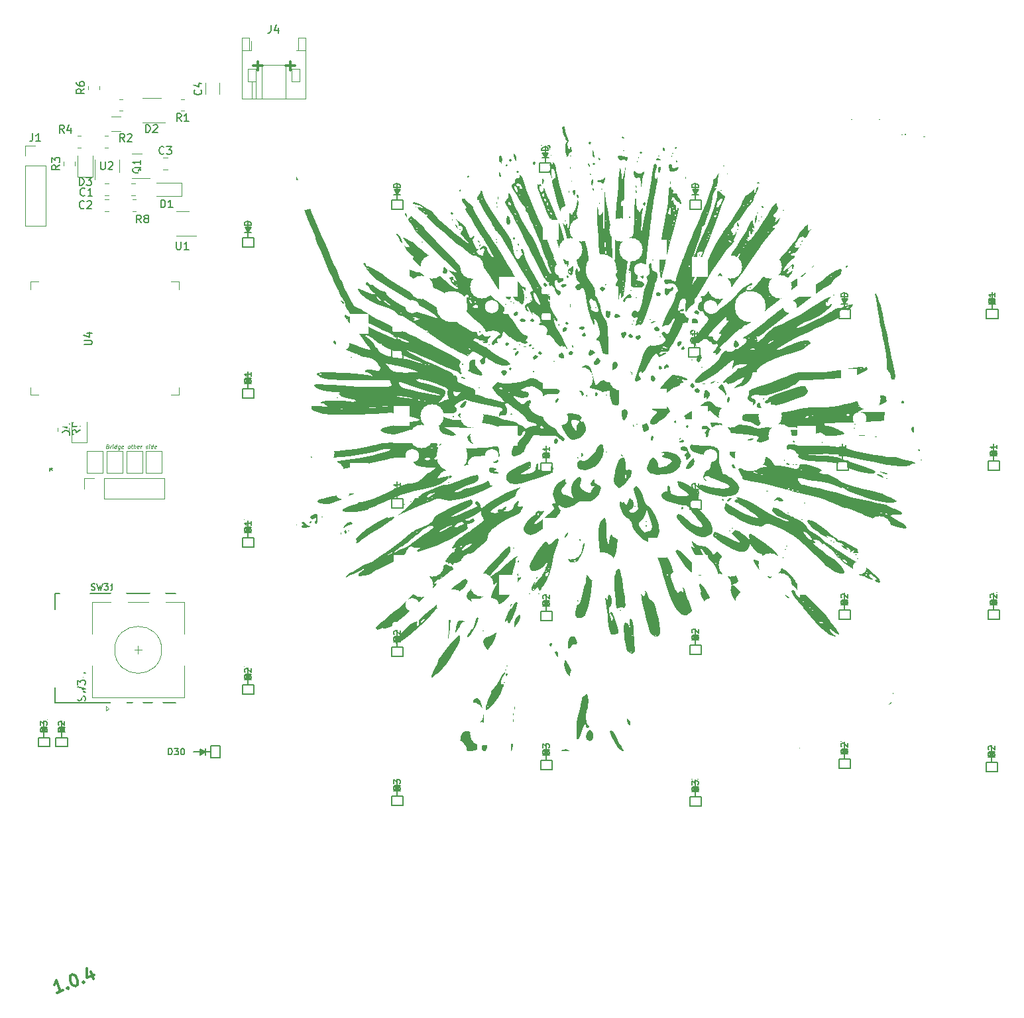
<source format=gto>
G04 #@! TF.GenerationSoftware,KiCad,Pcbnew,7.0.5.1-1-g8f565ef7f0-dirty-deb11*
G04 #@! TF.CreationDate,2023-08-12T11:48:30+00:00*
G04 #@! TF.ProjectId,hakea-fillets,68616b65-612d-4666-996c-6c6574732e6b,1.0.4*
G04 #@! TF.SameCoordinates,Original*
G04 #@! TF.FileFunction,Legend,Top*
G04 #@! TF.FilePolarity,Positive*
%FSLAX46Y46*%
G04 Gerber Fmt 4.6, Leading zero omitted, Abs format (unit mm)*
G04 Created by KiCad (PCBNEW 7.0.5.1-1-g8f565ef7f0-dirty-deb11) date 2023-08-12 11:48:30*
%MOMM*%
%LPD*%
G01*
G04 APERTURE LIST*
%ADD10C,0.100000*%
%ADD11C,0.300000*%
%ADD12C,0.150000*%
%ADD13C,0.200000*%
%ADD14C,0.152400*%
%ADD15C,0.120000*%
%ADD16C,0.160000*%
%ADD17C,1.750000*%
%ADD18C,3.000000*%
%ADD19C,3.987800*%
%ADD20R,2.150000X2.500000*%
%ADD21R,2.350000X2.500000*%
%ADD22R,0.540000X0.800000*%
%ADD23R,0.300000X0.800000*%
%ADD24O,1.000000X2.200000*%
%ADD25O,1.000000X1.800000*%
%ADD26R,2.000000X2.000000*%
%ADD27C,2.000000*%
%ADD28R,2.000000X3.200000*%
%ADD29R,1.700000X1.700000*%
%ADD30O,1.700000X1.700000*%
%ADD31C,3.500000*%
%ADD32C,1.500000*%
%ADD33C,1.600000*%
%ADD34R,1.400000X1.200000*%
%ADD35R,1.400000X1.000000*%
%ADD36R,0.700000X1.524000*%
%ADD37R,1.524000X0.700000*%
%ADD38R,1.000000X1.000000*%
%ADD39O,1.200000X1.750000*%
G04 APERTURE END LIST*
D10*
X98922658Y-74995804D02*
X98991110Y-75019614D01*
X98991110Y-75019614D02*
X99011943Y-75043423D01*
X99011943Y-75043423D02*
X99029801Y-75091042D01*
X99029801Y-75091042D02*
X99020872Y-75162471D01*
X99020872Y-75162471D02*
X98991110Y-75210090D01*
X98991110Y-75210090D02*
X98964324Y-75233900D01*
X98964324Y-75233900D02*
X98913729Y-75257709D01*
X98913729Y-75257709D02*
X98723253Y-75257709D01*
X98723253Y-75257709D02*
X98785753Y-74757709D01*
X98785753Y-74757709D02*
X98952420Y-74757709D01*
X98952420Y-74757709D02*
X98997062Y-74781519D01*
X98997062Y-74781519D02*
X99017896Y-74805328D01*
X99017896Y-74805328D02*
X99035753Y-74852947D01*
X99035753Y-74852947D02*
X99029801Y-74900566D01*
X99029801Y-74900566D02*
X99000039Y-74948185D01*
X99000039Y-74948185D02*
X98973253Y-74971995D01*
X98973253Y-74971995D02*
X98922658Y-74995804D01*
X98922658Y-74995804D02*
X98755991Y-74995804D01*
X99223253Y-75257709D02*
X99264920Y-74924376D01*
X99253015Y-75019614D02*
X99282777Y-74971995D01*
X99282777Y-74971995D02*
X99309562Y-74948185D01*
X99309562Y-74948185D02*
X99360158Y-74924376D01*
X99360158Y-74924376D02*
X99407777Y-74924376D01*
X99532777Y-75257709D02*
X99574444Y-74924376D01*
X99595277Y-74757709D02*
X99568491Y-74781519D01*
X99568491Y-74781519D02*
X99589325Y-74805328D01*
X99589325Y-74805328D02*
X99616110Y-74781519D01*
X99616110Y-74781519D02*
X99595277Y-74757709D01*
X99595277Y-74757709D02*
X99589325Y-74805328D01*
X99985158Y-75257709D02*
X100047658Y-74757709D01*
X99988134Y-75233900D02*
X99937539Y-75257709D01*
X99937539Y-75257709D02*
X99842301Y-75257709D01*
X99842301Y-75257709D02*
X99797658Y-75233900D01*
X99797658Y-75233900D02*
X99776824Y-75210090D01*
X99776824Y-75210090D02*
X99758967Y-75162471D01*
X99758967Y-75162471D02*
X99776824Y-75019614D01*
X99776824Y-75019614D02*
X99806586Y-74971995D01*
X99806586Y-74971995D02*
X99833372Y-74948185D01*
X99833372Y-74948185D02*
X99883967Y-74924376D01*
X99883967Y-74924376D02*
X99979205Y-74924376D01*
X99979205Y-74924376D02*
X100023848Y-74948185D01*
X100479205Y-74924376D02*
X100428610Y-75329138D01*
X100428610Y-75329138D02*
X100398848Y-75376757D01*
X100398848Y-75376757D02*
X100372062Y-75400566D01*
X100372062Y-75400566D02*
X100321467Y-75424376D01*
X100321467Y-75424376D02*
X100250039Y-75424376D01*
X100250039Y-75424376D02*
X100205396Y-75400566D01*
X100440515Y-75233900D02*
X100389920Y-75257709D01*
X100389920Y-75257709D02*
X100294682Y-75257709D01*
X100294682Y-75257709D02*
X100250039Y-75233900D01*
X100250039Y-75233900D02*
X100229205Y-75210090D01*
X100229205Y-75210090D02*
X100211348Y-75162471D01*
X100211348Y-75162471D02*
X100229205Y-75019614D01*
X100229205Y-75019614D02*
X100258967Y-74971995D01*
X100258967Y-74971995D02*
X100285753Y-74948185D01*
X100285753Y-74948185D02*
X100336348Y-74924376D01*
X100336348Y-74924376D02*
X100431586Y-74924376D01*
X100431586Y-74924376D02*
X100476229Y-74948185D01*
X100869086Y-75233900D02*
X100818491Y-75257709D01*
X100818491Y-75257709D02*
X100723253Y-75257709D01*
X100723253Y-75257709D02*
X100678610Y-75233900D01*
X100678610Y-75233900D02*
X100660753Y-75186280D01*
X100660753Y-75186280D02*
X100684563Y-74995804D01*
X100684563Y-74995804D02*
X100714324Y-74948185D01*
X100714324Y-74948185D02*
X100764920Y-74924376D01*
X100764920Y-74924376D02*
X100860158Y-74924376D01*
X100860158Y-74924376D02*
X100904801Y-74948185D01*
X100904801Y-74948185D02*
X100922658Y-74995804D01*
X100922658Y-74995804D02*
X100916705Y-75043423D01*
X100916705Y-75043423D02*
X100672658Y-75091042D01*
X101556586Y-75257709D02*
X101511943Y-75233900D01*
X101511943Y-75233900D02*
X101491109Y-75210090D01*
X101491109Y-75210090D02*
X101473252Y-75162471D01*
X101473252Y-75162471D02*
X101491109Y-75019614D01*
X101491109Y-75019614D02*
X101520871Y-74971995D01*
X101520871Y-74971995D02*
X101547657Y-74948185D01*
X101547657Y-74948185D02*
X101598252Y-74924376D01*
X101598252Y-74924376D02*
X101669681Y-74924376D01*
X101669681Y-74924376D02*
X101714324Y-74948185D01*
X101714324Y-74948185D02*
X101735157Y-74971995D01*
X101735157Y-74971995D02*
X101753014Y-75019614D01*
X101753014Y-75019614D02*
X101735157Y-75162471D01*
X101735157Y-75162471D02*
X101705395Y-75210090D01*
X101705395Y-75210090D02*
X101678609Y-75233900D01*
X101678609Y-75233900D02*
X101628014Y-75257709D01*
X101628014Y-75257709D02*
X101556586Y-75257709D01*
X101907776Y-74924376D02*
X102098252Y-74924376D01*
X102000038Y-74757709D02*
X101946467Y-75186280D01*
X101946467Y-75186280D02*
X101964324Y-75233900D01*
X101964324Y-75233900D02*
X102008967Y-75257709D01*
X102008967Y-75257709D02*
X102056586Y-75257709D01*
X102223252Y-75257709D02*
X102285752Y-74757709D01*
X102437538Y-75257709D02*
X102470276Y-74995804D01*
X102470276Y-74995804D02*
X102452419Y-74948185D01*
X102452419Y-74948185D02*
X102407776Y-74924376D01*
X102407776Y-74924376D02*
X102336347Y-74924376D01*
X102336347Y-74924376D02*
X102285752Y-74948185D01*
X102285752Y-74948185D02*
X102258966Y-74971995D01*
X102869085Y-75233900D02*
X102818490Y-75257709D01*
X102818490Y-75257709D02*
X102723252Y-75257709D01*
X102723252Y-75257709D02*
X102678609Y-75233900D01*
X102678609Y-75233900D02*
X102660752Y-75186280D01*
X102660752Y-75186280D02*
X102684562Y-74995804D01*
X102684562Y-74995804D02*
X102714323Y-74948185D01*
X102714323Y-74948185D02*
X102764919Y-74924376D01*
X102764919Y-74924376D02*
X102860157Y-74924376D01*
X102860157Y-74924376D02*
X102904800Y-74948185D01*
X102904800Y-74948185D02*
X102922657Y-74995804D01*
X102922657Y-74995804D02*
X102916704Y-75043423D01*
X102916704Y-75043423D02*
X102672657Y-75091042D01*
X103104204Y-75257709D02*
X103145871Y-74924376D01*
X103133966Y-75019614D02*
X103163728Y-74971995D01*
X103163728Y-74971995D02*
X103190513Y-74948185D01*
X103190513Y-74948185D02*
X103241109Y-74924376D01*
X103241109Y-74924376D02*
X103288728Y-74924376D01*
X103773847Y-75233900D02*
X103818489Y-75257709D01*
X103818489Y-75257709D02*
X103913728Y-75257709D01*
X103913728Y-75257709D02*
X103964323Y-75233900D01*
X103964323Y-75233900D02*
X103994085Y-75186280D01*
X103994085Y-75186280D02*
X103997061Y-75162471D01*
X103997061Y-75162471D02*
X103979204Y-75114852D01*
X103979204Y-75114852D02*
X103934561Y-75091042D01*
X103934561Y-75091042D02*
X103863132Y-75091042D01*
X103863132Y-75091042D02*
X103818489Y-75067233D01*
X103818489Y-75067233D02*
X103800632Y-75019614D01*
X103800632Y-75019614D02*
X103803609Y-74995804D01*
X103803609Y-74995804D02*
X103833370Y-74948185D01*
X103833370Y-74948185D02*
X103883966Y-74924376D01*
X103883966Y-74924376D02*
X103955394Y-74924376D01*
X103955394Y-74924376D02*
X104000037Y-74948185D01*
X104199442Y-75257709D02*
X104241109Y-74924376D01*
X104261942Y-74757709D02*
X104235156Y-74781519D01*
X104235156Y-74781519D02*
X104255990Y-74805328D01*
X104255990Y-74805328D02*
X104282775Y-74781519D01*
X104282775Y-74781519D02*
X104261942Y-74757709D01*
X104261942Y-74757709D02*
X104255990Y-74805328D01*
X104651823Y-75257709D02*
X104714323Y-74757709D01*
X104654799Y-75233900D02*
X104604204Y-75257709D01*
X104604204Y-75257709D02*
X104508966Y-75257709D01*
X104508966Y-75257709D02*
X104464323Y-75233900D01*
X104464323Y-75233900D02*
X104443489Y-75210090D01*
X104443489Y-75210090D02*
X104425632Y-75162471D01*
X104425632Y-75162471D02*
X104443489Y-75019614D01*
X104443489Y-75019614D02*
X104473251Y-74971995D01*
X104473251Y-74971995D02*
X104500037Y-74948185D01*
X104500037Y-74948185D02*
X104550632Y-74924376D01*
X104550632Y-74924376D02*
X104645870Y-74924376D01*
X104645870Y-74924376D02*
X104690513Y-74948185D01*
X105083370Y-75233900D02*
X105032775Y-75257709D01*
X105032775Y-75257709D02*
X104937537Y-75257709D01*
X104937537Y-75257709D02*
X104892894Y-75233900D01*
X104892894Y-75233900D02*
X104875037Y-75186280D01*
X104875037Y-75186280D02*
X104898847Y-74995804D01*
X104898847Y-74995804D02*
X104928608Y-74948185D01*
X104928608Y-74948185D02*
X104979204Y-74924376D01*
X104979204Y-74924376D02*
X105074442Y-74924376D01*
X105074442Y-74924376D02*
X105119085Y-74948185D01*
X105119085Y-74948185D02*
X105136942Y-74995804D01*
X105136942Y-74995804D02*
X105130989Y-75043423D01*
X105130989Y-75043423D02*
X104886942Y-75091042D01*
D11*
X93236101Y-144530540D02*
X92430650Y-144823700D01*
X92833375Y-144677120D02*
X92320345Y-143267581D01*
X92320345Y-143267581D02*
X92259393Y-143517804D01*
X92259393Y-143517804D02*
X92174012Y-143700905D01*
X92174012Y-143700905D02*
X92064200Y-143816886D01*
X93791328Y-144176428D02*
X93882879Y-144219119D01*
X93882879Y-144219119D02*
X93840188Y-144310670D01*
X93840188Y-144310670D02*
X93748638Y-144267979D01*
X93748638Y-144267979D02*
X93791328Y-144176428D01*
X93791328Y-144176428D02*
X93840188Y-144310670D01*
X94266851Y-142559111D02*
X94401093Y-142510251D01*
X94401093Y-142510251D02*
X94559765Y-142528512D01*
X94559765Y-142528512D02*
X94651316Y-142571202D01*
X94651316Y-142571202D02*
X94767297Y-142681014D01*
X94767297Y-142681014D02*
X94932137Y-142925068D01*
X94932137Y-142925068D02*
X95054288Y-143260672D01*
X95054288Y-143260672D02*
X95084887Y-143553586D01*
X95084887Y-143553586D02*
X95066626Y-143712258D01*
X95066626Y-143712258D02*
X95023935Y-143803809D01*
X95023935Y-143803809D02*
X94914123Y-143919790D01*
X94914123Y-143919790D02*
X94779881Y-143968650D01*
X94779881Y-143968650D02*
X94621209Y-143950389D01*
X94621209Y-143950389D02*
X94529659Y-143907698D01*
X94529659Y-143907698D02*
X94413678Y-143797886D01*
X94413678Y-143797886D02*
X94248837Y-143553832D01*
X94248837Y-143553832D02*
X94126687Y-143218228D01*
X94126687Y-143218228D02*
X94096088Y-142925314D01*
X94096088Y-142925314D02*
X94114348Y-142766643D01*
X94114348Y-142766643D02*
X94157039Y-142675092D01*
X94157039Y-142675092D02*
X94266851Y-142559111D01*
X95804955Y-143443528D02*
X95896506Y-143486219D01*
X95896506Y-143486219D02*
X95853815Y-143577770D01*
X95853815Y-143577770D02*
X95762264Y-143535079D01*
X95762264Y-143535079D02*
X95804955Y-143443528D01*
X95804955Y-143443528D02*
X95853815Y-143577770D01*
X96787093Y-142173907D02*
X97129113Y-143113599D01*
X96256048Y-141759090D02*
X96286894Y-142888053D01*
X96286894Y-142888053D02*
X97159465Y-142570463D01*
X122810257Y-26345100D02*
X121667400Y-26345100D01*
X122238828Y-26916528D02*
X122238828Y-25773671D01*
X118667400Y-26345100D02*
X117524543Y-26345100D01*
X118095971Y-26916528D02*
X118095971Y-25773671D01*
D12*
X95934419Y-29302766D02*
X95458228Y-29636099D01*
X95934419Y-29874194D02*
X94934419Y-29874194D01*
X94934419Y-29874194D02*
X94934419Y-29493242D01*
X94934419Y-29493242D02*
X94982038Y-29398004D01*
X94982038Y-29398004D02*
X95029657Y-29350385D01*
X95029657Y-29350385D02*
X95124895Y-29302766D01*
X95124895Y-29302766D02*
X95267752Y-29302766D01*
X95267752Y-29302766D02*
X95362990Y-29350385D01*
X95362990Y-29350385D02*
X95410609Y-29398004D01*
X95410609Y-29398004D02*
X95458228Y-29493242D01*
X95458228Y-29493242D02*
X95458228Y-29874194D01*
X94934419Y-28445623D02*
X94934419Y-28636099D01*
X94934419Y-28636099D02*
X94982038Y-28731337D01*
X94982038Y-28731337D02*
X95029657Y-28778956D01*
X95029657Y-28778956D02*
X95172514Y-28874194D01*
X95172514Y-28874194D02*
X95362990Y-28921813D01*
X95362990Y-28921813D02*
X95743942Y-28921813D01*
X95743942Y-28921813D02*
X95839180Y-28874194D01*
X95839180Y-28874194D02*
X95886800Y-28826575D01*
X95886800Y-28826575D02*
X95934419Y-28731337D01*
X95934419Y-28731337D02*
X95934419Y-28540861D01*
X95934419Y-28540861D02*
X95886800Y-28445623D01*
X95886800Y-28445623D02*
X95839180Y-28398004D01*
X95839180Y-28398004D02*
X95743942Y-28350385D01*
X95743942Y-28350385D02*
X95505847Y-28350385D01*
X95505847Y-28350385D02*
X95410609Y-28398004D01*
X95410609Y-28398004D02*
X95362990Y-28445623D01*
X95362990Y-28445623D02*
X95315371Y-28540861D01*
X95315371Y-28540861D02*
X95315371Y-28731337D01*
X95315371Y-28731337D02*
X95362990Y-28826575D01*
X95362990Y-28826575D02*
X95410609Y-28874194D01*
X95410609Y-28874194D02*
X95505847Y-28921813D01*
X106106933Y-37571580D02*
X106059314Y-37619200D01*
X106059314Y-37619200D02*
X105916457Y-37666819D01*
X105916457Y-37666819D02*
X105821219Y-37666819D01*
X105821219Y-37666819D02*
X105678362Y-37619200D01*
X105678362Y-37619200D02*
X105583124Y-37523961D01*
X105583124Y-37523961D02*
X105535505Y-37428723D01*
X105535505Y-37428723D02*
X105487886Y-37238247D01*
X105487886Y-37238247D02*
X105487886Y-37095390D01*
X105487886Y-37095390D02*
X105535505Y-36904914D01*
X105535505Y-36904914D02*
X105583124Y-36809676D01*
X105583124Y-36809676D02*
X105678362Y-36714438D01*
X105678362Y-36714438D02*
X105821219Y-36666819D01*
X105821219Y-36666819D02*
X105916457Y-36666819D01*
X105916457Y-36666819D02*
X106059314Y-36714438D01*
X106059314Y-36714438D02*
X106106933Y-36762057D01*
X106440267Y-36666819D02*
X107059314Y-36666819D01*
X107059314Y-36666819D02*
X106725981Y-37047771D01*
X106725981Y-37047771D02*
X106868838Y-37047771D01*
X106868838Y-37047771D02*
X106964076Y-37095390D01*
X106964076Y-37095390D02*
X107011695Y-37143009D01*
X107011695Y-37143009D02*
X107059314Y-37238247D01*
X107059314Y-37238247D02*
X107059314Y-37476342D01*
X107059314Y-37476342D02*
X107011695Y-37571580D01*
X107011695Y-37571580D02*
X106964076Y-37619200D01*
X106964076Y-37619200D02*
X106868838Y-37666819D01*
X106868838Y-37666819D02*
X106583124Y-37666819D01*
X106583124Y-37666819D02*
X106487886Y-37619200D01*
X106487886Y-37619200D02*
X106440267Y-37571580D01*
X107696095Y-48836819D02*
X107696095Y-49646342D01*
X107696095Y-49646342D02*
X107743714Y-49741580D01*
X107743714Y-49741580D02*
X107791333Y-49789200D01*
X107791333Y-49789200D02*
X107886571Y-49836819D01*
X107886571Y-49836819D02*
X108077047Y-49836819D01*
X108077047Y-49836819D02*
X108172285Y-49789200D01*
X108172285Y-49789200D02*
X108219904Y-49741580D01*
X108219904Y-49741580D02*
X108267523Y-49646342D01*
X108267523Y-49646342D02*
X108267523Y-48836819D01*
X109267523Y-49836819D02*
X108696095Y-49836819D01*
X108981809Y-49836819D02*
X108981809Y-48836819D01*
X108981809Y-48836819D02*
X108886571Y-48979676D01*
X108886571Y-48979676D02*
X108791333Y-49074914D01*
X108791333Y-49074914D02*
X108696095Y-49122533D01*
X96011800Y-107518323D02*
X96059419Y-107375466D01*
X96059419Y-107375466D02*
X96059419Y-107137371D01*
X96059419Y-107137371D02*
X96011800Y-107042133D01*
X96011800Y-107042133D02*
X95964180Y-106994514D01*
X95964180Y-106994514D02*
X95868942Y-106946895D01*
X95868942Y-106946895D02*
X95773704Y-106946895D01*
X95773704Y-106946895D02*
X95678466Y-106994514D01*
X95678466Y-106994514D02*
X95630847Y-107042133D01*
X95630847Y-107042133D02*
X95583228Y-107137371D01*
X95583228Y-107137371D02*
X95535609Y-107327847D01*
X95535609Y-107327847D02*
X95487990Y-107423085D01*
X95487990Y-107423085D02*
X95440371Y-107470704D01*
X95440371Y-107470704D02*
X95345133Y-107518323D01*
X95345133Y-107518323D02*
X95249895Y-107518323D01*
X95249895Y-107518323D02*
X95154657Y-107470704D01*
X95154657Y-107470704D02*
X95107038Y-107423085D01*
X95107038Y-107423085D02*
X95059419Y-107327847D01*
X95059419Y-107327847D02*
X95059419Y-107089752D01*
X95059419Y-107089752D02*
X95107038Y-106946895D01*
X95059419Y-106613561D02*
X96059419Y-106375466D01*
X96059419Y-106375466D02*
X95345133Y-106184990D01*
X95345133Y-106184990D02*
X96059419Y-105994514D01*
X96059419Y-105994514D02*
X95059419Y-105756419D01*
X95059419Y-105470704D02*
X95059419Y-104851657D01*
X95059419Y-104851657D02*
X95440371Y-105184990D01*
X95440371Y-105184990D02*
X95440371Y-105042133D01*
X95440371Y-105042133D02*
X95487990Y-104946895D01*
X95487990Y-104946895D02*
X95535609Y-104899276D01*
X95535609Y-104899276D02*
X95630847Y-104851657D01*
X95630847Y-104851657D02*
X95868942Y-104851657D01*
X95868942Y-104851657D02*
X95964180Y-104899276D01*
X95964180Y-104899276D02*
X96011800Y-104946895D01*
X96011800Y-104946895D02*
X96059419Y-105042133D01*
X96059419Y-105042133D02*
X96059419Y-105327847D01*
X96059419Y-105327847D02*
X96011800Y-105423085D01*
X96011800Y-105423085D02*
X95964180Y-105470704D01*
X95392752Y-103994514D02*
X96059419Y-103994514D01*
X95011800Y-104232609D02*
X95726085Y-104470704D01*
X95726085Y-104470704D02*
X95726085Y-103851657D01*
X103185933Y-46428819D02*
X102852600Y-45952628D01*
X102614505Y-46428819D02*
X102614505Y-45428819D01*
X102614505Y-45428819D02*
X102995457Y-45428819D01*
X102995457Y-45428819D02*
X103090695Y-45476438D01*
X103090695Y-45476438D02*
X103138314Y-45524057D01*
X103138314Y-45524057D02*
X103185933Y-45619295D01*
X103185933Y-45619295D02*
X103185933Y-45762152D01*
X103185933Y-45762152D02*
X103138314Y-45857390D01*
X103138314Y-45857390D02*
X103090695Y-45905009D01*
X103090695Y-45905009D02*
X102995457Y-45952628D01*
X102995457Y-45952628D02*
X102614505Y-45952628D01*
X103757362Y-45857390D02*
X103662124Y-45809771D01*
X103662124Y-45809771D02*
X103614505Y-45762152D01*
X103614505Y-45762152D02*
X103566886Y-45666914D01*
X103566886Y-45666914D02*
X103566886Y-45619295D01*
X103566886Y-45619295D02*
X103614505Y-45524057D01*
X103614505Y-45524057D02*
X103662124Y-45476438D01*
X103662124Y-45476438D02*
X103757362Y-45428819D01*
X103757362Y-45428819D02*
X103947838Y-45428819D01*
X103947838Y-45428819D02*
X104043076Y-45476438D01*
X104043076Y-45476438D02*
X104090695Y-45524057D01*
X104090695Y-45524057D02*
X104138314Y-45619295D01*
X104138314Y-45619295D02*
X104138314Y-45666914D01*
X104138314Y-45666914D02*
X104090695Y-45762152D01*
X104090695Y-45762152D02*
X104043076Y-45809771D01*
X104043076Y-45809771D02*
X103947838Y-45857390D01*
X103947838Y-45857390D02*
X103757362Y-45857390D01*
X103757362Y-45857390D02*
X103662124Y-45905009D01*
X103662124Y-45905009D02*
X103614505Y-45952628D01*
X103614505Y-45952628D02*
X103566886Y-46047866D01*
X103566886Y-46047866D02*
X103566886Y-46238342D01*
X103566886Y-46238342D02*
X103614505Y-46333580D01*
X103614505Y-46333580D02*
X103662124Y-46381200D01*
X103662124Y-46381200D02*
X103757362Y-46428819D01*
X103757362Y-46428819D02*
X103947838Y-46428819D01*
X103947838Y-46428819D02*
X104043076Y-46381200D01*
X104043076Y-46381200D02*
X104090695Y-46333580D01*
X104090695Y-46333580D02*
X104138314Y-46238342D01*
X104138314Y-46238342D02*
X104138314Y-46047866D01*
X104138314Y-46047866D02*
X104090695Y-45952628D01*
X104090695Y-45952628D02*
X104043076Y-45905009D01*
X104043076Y-45905009D02*
X103947838Y-45857390D01*
X91382819Y-77916599D02*
X91620914Y-77916599D01*
X91525676Y-78154694D02*
X91620914Y-77916599D01*
X91620914Y-77916599D02*
X91525676Y-77678504D01*
X91811390Y-78059456D02*
X91620914Y-77916599D01*
X91620914Y-77916599D02*
X91811390Y-77773742D01*
X95374619Y-72886866D02*
X94898428Y-73220199D01*
X95374619Y-73458294D02*
X94374619Y-73458294D01*
X94374619Y-73458294D02*
X94374619Y-73077342D01*
X94374619Y-73077342D02*
X94422238Y-72982104D01*
X94422238Y-72982104D02*
X94469857Y-72934485D01*
X94469857Y-72934485D02*
X94565095Y-72886866D01*
X94565095Y-72886866D02*
X94707952Y-72886866D01*
X94707952Y-72886866D02*
X94803190Y-72934485D01*
X94803190Y-72934485D02*
X94850809Y-72982104D01*
X94850809Y-72982104D02*
X94898428Y-73077342D01*
X94898428Y-73077342D02*
X94898428Y-73458294D01*
X95374619Y-72410675D02*
X95374619Y-72220199D01*
X95374619Y-72220199D02*
X95327000Y-72124961D01*
X95327000Y-72124961D02*
X95279380Y-72077342D01*
X95279380Y-72077342D02*
X95136523Y-71982104D01*
X95136523Y-71982104D02*
X94946047Y-71934485D01*
X94946047Y-71934485D02*
X94565095Y-71934485D01*
X94565095Y-71934485D02*
X94469857Y-71982104D01*
X94469857Y-71982104D02*
X94422238Y-72029723D01*
X94422238Y-72029723D02*
X94374619Y-72124961D01*
X94374619Y-72124961D02*
X94374619Y-72315437D01*
X94374619Y-72315437D02*
X94422238Y-72410675D01*
X94422238Y-72410675D02*
X94469857Y-72458294D01*
X94469857Y-72458294D02*
X94565095Y-72505913D01*
X94565095Y-72505913D02*
X94803190Y-72505913D01*
X94803190Y-72505913D02*
X94898428Y-72458294D01*
X94898428Y-72458294D02*
X94946047Y-72410675D01*
X94946047Y-72410675D02*
X94993666Y-72315437D01*
X94993666Y-72315437D02*
X94993666Y-72124961D01*
X94993666Y-72124961D02*
X94946047Y-72029723D01*
X94946047Y-72029723D02*
X94898428Y-71982104D01*
X94898428Y-71982104D02*
X94803190Y-71934485D01*
X108314833Y-33448419D02*
X107981500Y-32972228D01*
X107743405Y-33448419D02*
X107743405Y-32448419D01*
X107743405Y-32448419D02*
X108124357Y-32448419D01*
X108124357Y-32448419D02*
X108219595Y-32496038D01*
X108219595Y-32496038D02*
X108267214Y-32543657D01*
X108267214Y-32543657D02*
X108314833Y-32638895D01*
X108314833Y-32638895D02*
X108314833Y-32781752D01*
X108314833Y-32781752D02*
X108267214Y-32876990D01*
X108267214Y-32876990D02*
X108219595Y-32924609D01*
X108219595Y-32924609D02*
X108124357Y-32972228D01*
X108124357Y-32972228D02*
X107743405Y-32972228D01*
X109267214Y-33448419D02*
X108695786Y-33448419D01*
X108981500Y-33448419D02*
X108981500Y-32448419D01*
X108981500Y-32448419D02*
X108886262Y-32591276D01*
X108886262Y-32591276D02*
X108791024Y-32686514D01*
X108791024Y-32686514D02*
X108695786Y-32734133D01*
X95299305Y-41628219D02*
X95299305Y-40628219D01*
X95299305Y-40628219D02*
X95537400Y-40628219D01*
X95537400Y-40628219D02*
X95680257Y-40675838D01*
X95680257Y-40675838D02*
X95775495Y-40771076D01*
X95775495Y-40771076D02*
X95823114Y-40866314D01*
X95823114Y-40866314D02*
X95870733Y-41056790D01*
X95870733Y-41056790D02*
X95870733Y-41199647D01*
X95870733Y-41199647D02*
X95823114Y-41390123D01*
X95823114Y-41390123D02*
X95775495Y-41485361D01*
X95775495Y-41485361D02*
X95680257Y-41580600D01*
X95680257Y-41580600D02*
X95537400Y-41628219D01*
X95537400Y-41628219D02*
X95299305Y-41628219D01*
X96204067Y-40628219D02*
X96823114Y-40628219D01*
X96823114Y-40628219D02*
X96489781Y-41009171D01*
X96489781Y-41009171D02*
X96632638Y-41009171D01*
X96632638Y-41009171D02*
X96727876Y-41056790D01*
X96727876Y-41056790D02*
X96775495Y-41104409D01*
X96775495Y-41104409D02*
X96823114Y-41199647D01*
X96823114Y-41199647D02*
X96823114Y-41437742D01*
X96823114Y-41437742D02*
X96775495Y-41532980D01*
X96775495Y-41532980D02*
X96727876Y-41580600D01*
X96727876Y-41580600D02*
X96632638Y-41628219D01*
X96632638Y-41628219D02*
X96346924Y-41628219D01*
X96346924Y-41628219D02*
X96251686Y-41580600D01*
X96251686Y-41580600D02*
X96204067Y-41532980D01*
X95896133Y-44530180D02*
X95848514Y-44577800D01*
X95848514Y-44577800D02*
X95705657Y-44625419D01*
X95705657Y-44625419D02*
X95610419Y-44625419D01*
X95610419Y-44625419D02*
X95467562Y-44577800D01*
X95467562Y-44577800D02*
X95372324Y-44482561D01*
X95372324Y-44482561D02*
X95324705Y-44387323D01*
X95324705Y-44387323D02*
X95277086Y-44196847D01*
X95277086Y-44196847D02*
X95277086Y-44053990D01*
X95277086Y-44053990D02*
X95324705Y-43863514D01*
X95324705Y-43863514D02*
X95372324Y-43768276D01*
X95372324Y-43768276D02*
X95467562Y-43673038D01*
X95467562Y-43673038D02*
X95610419Y-43625419D01*
X95610419Y-43625419D02*
X95705657Y-43625419D01*
X95705657Y-43625419D02*
X95848514Y-43673038D01*
X95848514Y-43673038D02*
X95896133Y-43720657D01*
X96277086Y-43720657D02*
X96324705Y-43673038D01*
X96324705Y-43673038D02*
X96419943Y-43625419D01*
X96419943Y-43625419D02*
X96658038Y-43625419D01*
X96658038Y-43625419D02*
X96753276Y-43673038D01*
X96753276Y-43673038D02*
X96800895Y-43720657D01*
X96800895Y-43720657D02*
X96848514Y-43815895D01*
X96848514Y-43815895D02*
X96848514Y-43911133D01*
X96848514Y-43911133D02*
X96800895Y-44053990D01*
X96800895Y-44053990D02*
X96229467Y-44625419D01*
X96229467Y-44625419D02*
X96848514Y-44625419D01*
D13*
X96835080Y-93318500D02*
X96949366Y-93356595D01*
X96949366Y-93356595D02*
X97139842Y-93356595D01*
X97139842Y-93356595D02*
X97216033Y-93318500D01*
X97216033Y-93318500D02*
X97254128Y-93280404D01*
X97254128Y-93280404D02*
X97292223Y-93204214D01*
X97292223Y-93204214D02*
X97292223Y-93128023D01*
X97292223Y-93128023D02*
X97254128Y-93051833D01*
X97254128Y-93051833D02*
X97216033Y-93013738D01*
X97216033Y-93013738D02*
X97139842Y-92975642D01*
X97139842Y-92975642D02*
X96987461Y-92937547D01*
X96987461Y-92937547D02*
X96911271Y-92899452D01*
X96911271Y-92899452D02*
X96873176Y-92861357D01*
X96873176Y-92861357D02*
X96835080Y-92785166D01*
X96835080Y-92785166D02*
X96835080Y-92708976D01*
X96835080Y-92708976D02*
X96873176Y-92632785D01*
X96873176Y-92632785D02*
X96911271Y-92594690D01*
X96911271Y-92594690D02*
X96987461Y-92556595D01*
X96987461Y-92556595D02*
X97177938Y-92556595D01*
X97177938Y-92556595D02*
X97292223Y-92594690D01*
X97558890Y-92556595D02*
X97749366Y-93356595D01*
X97749366Y-93356595D02*
X97901747Y-92785166D01*
X97901747Y-92785166D02*
X98054128Y-93356595D01*
X98054128Y-93356595D02*
X98244605Y-92556595D01*
X98473176Y-92556595D02*
X98968414Y-92556595D01*
X98968414Y-92556595D02*
X98701748Y-92861357D01*
X98701748Y-92861357D02*
X98816033Y-92861357D01*
X98816033Y-92861357D02*
X98892224Y-92899452D01*
X98892224Y-92899452D02*
X98930319Y-92937547D01*
X98930319Y-92937547D02*
X98968414Y-93013738D01*
X98968414Y-93013738D02*
X98968414Y-93204214D01*
X98968414Y-93204214D02*
X98930319Y-93280404D01*
X98930319Y-93280404D02*
X98892224Y-93318500D01*
X98892224Y-93318500D02*
X98816033Y-93356595D01*
X98816033Y-93356595D02*
X98587462Y-93356595D01*
X98587462Y-93356595D02*
X98511271Y-93318500D01*
X98511271Y-93318500D02*
X98473176Y-93280404D01*
X99730319Y-93356595D02*
X99273176Y-93356595D01*
X99501748Y-93356595D02*
X99501748Y-92556595D01*
X99501748Y-92556595D02*
X99425557Y-92670880D01*
X99425557Y-92670880D02*
X99349367Y-92747071D01*
X99349367Y-92747071D02*
X99273176Y-92785166D01*
D12*
X94080219Y-73587594D02*
X93080219Y-73587594D01*
X93080219Y-73587594D02*
X93080219Y-73349499D01*
X93080219Y-73349499D02*
X93127838Y-73206642D01*
X93127838Y-73206642D02*
X93223076Y-73111404D01*
X93223076Y-73111404D02*
X93318314Y-73063785D01*
X93318314Y-73063785D02*
X93508790Y-73016166D01*
X93508790Y-73016166D02*
X93651647Y-73016166D01*
X93651647Y-73016166D02*
X93842123Y-73063785D01*
X93842123Y-73063785D02*
X93937361Y-73111404D01*
X93937361Y-73111404D02*
X94032600Y-73206642D01*
X94032600Y-73206642D02*
X94080219Y-73349499D01*
X94080219Y-73349499D02*
X94080219Y-73587594D01*
X93413552Y-72159023D02*
X94080219Y-72159023D01*
X93032600Y-72397118D02*
X93746885Y-72635213D01*
X93746885Y-72635213D02*
X93746885Y-72016166D01*
X103762905Y-34889619D02*
X103762905Y-33889619D01*
X103762905Y-33889619D02*
X104001000Y-33889619D01*
X104001000Y-33889619D02*
X104143857Y-33937238D01*
X104143857Y-33937238D02*
X104239095Y-34032476D01*
X104239095Y-34032476D02*
X104286714Y-34127714D01*
X104286714Y-34127714D02*
X104334333Y-34318190D01*
X104334333Y-34318190D02*
X104334333Y-34461047D01*
X104334333Y-34461047D02*
X104286714Y-34651523D01*
X104286714Y-34651523D02*
X104239095Y-34746761D01*
X104239095Y-34746761D02*
X104143857Y-34842000D01*
X104143857Y-34842000D02*
X104001000Y-34889619D01*
X104001000Y-34889619D02*
X103762905Y-34889619D01*
X104715286Y-33984857D02*
X104762905Y-33937238D01*
X104762905Y-33937238D02*
X104858143Y-33889619D01*
X104858143Y-33889619D02*
X105096238Y-33889619D01*
X105096238Y-33889619D02*
X105191476Y-33937238D01*
X105191476Y-33937238D02*
X105239095Y-33984857D01*
X105239095Y-33984857D02*
X105286714Y-34080095D01*
X105286714Y-34080095D02*
X105286714Y-34175333D01*
X105286714Y-34175333D02*
X105239095Y-34318190D01*
X105239095Y-34318190D02*
X104667667Y-34889619D01*
X104667667Y-34889619D02*
X105286714Y-34889619D01*
X89328666Y-34980819D02*
X89328666Y-35695104D01*
X89328666Y-35695104D02*
X89281047Y-35837961D01*
X89281047Y-35837961D02*
X89185809Y-35933200D01*
X89185809Y-35933200D02*
X89042952Y-35980819D01*
X89042952Y-35980819D02*
X88947714Y-35980819D01*
X90328666Y-35980819D02*
X89757238Y-35980819D01*
X90042952Y-35980819D02*
X90042952Y-34980819D01*
X90042952Y-34980819D02*
X89947714Y-35123676D01*
X89947714Y-35123676D02*
X89852476Y-35218914D01*
X89852476Y-35218914D02*
X89757238Y-35266533D01*
X103191457Y-39287438D02*
X103143838Y-39382676D01*
X103143838Y-39382676D02*
X103048600Y-39477914D01*
X103048600Y-39477914D02*
X102905742Y-39620771D01*
X102905742Y-39620771D02*
X102858123Y-39716009D01*
X102858123Y-39716009D02*
X102858123Y-39811247D01*
X103096219Y-39763628D02*
X103048600Y-39858866D01*
X103048600Y-39858866D02*
X102953361Y-39954104D01*
X102953361Y-39954104D02*
X102762885Y-40001723D01*
X102762885Y-40001723D02*
X102429552Y-40001723D01*
X102429552Y-40001723D02*
X102239076Y-39954104D01*
X102239076Y-39954104D02*
X102143838Y-39858866D01*
X102143838Y-39858866D02*
X102096219Y-39763628D01*
X102096219Y-39763628D02*
X102096219Y-39573152D01*
X102096219Y-39573152D02*
X102143838Y-39477914D01*
X102143838Y-39477914D02*
X102239076Y-39382676D01*
X102239076Y-39382676D02*
X102429552Y-39335057D01*
X102429552Y-39335057D02*
X102762885Y-39335057D01*
X102762885Y-39335057D02*
X102953361Y-39382676D01*
X102953361Y-39382676D02*
X103048600Y-39477914D01*
X103048600Y-39477914D02*
X103096219Y-39573152D01*
X103096219Y-39573152D02*
X103096219Y-39763628D01*
X103096219Y-38382676D02*
X103096219Y-38954104D01*
X103096219Y-38668390D02*
X102096219Y-38668390D01*
X102096219Y-38668390D02*
X102239076Y-38763628D01*
X102239076Y-38763628D02*
X102334314Y-38858866D01*
X102334314Y-38858866D02*
X102381933Y-38954104D01*
X95898619Y-62001304D02*
X96708142Y-62001304D01*
X96708142Y-62001304D02*
X96803380Y-61953685D01*
X96803380Y-61953685D02*
X96851000Y-61906066D01*
X96851000Y-61906066D02*
X96898619Y-61810828D01*
X96898619Y-61810828D02*
X96898619Y-61620352D01*
X96898619Y-61620352D02*
X96851000Y-61525114D01*
X96851000Y-61525114D02*
X96803380Y-61477495D01*
X96803380Y-61477495D02*
X96708142Y-61429876D01*
X96708142Y-61429876D02*
X95898619Y-61429876D01*
X96231952Y-60525114D02*
X96898619Y-60525114D01*
X95851000Y-60763209D02*
X96565285Y-61001304D01*
X96565285Y-61001304D02*
X96565285Y-60382257D01*
X110832980Y-29427466D02*
X110880600Y-29475085D01*
X110880600Y-29475085D02*
X110928219Y-29617942D01*
X110928219Y-29617942D02*
X110928219Y-29713180D01*
X110928219Y-29713180D02*
X110880600Y-29856037D01*
X110880600Y-29856037D02*
X110785361Y-29951275D01*
X110785361Y-29951275D02*
X110690123Y-29998894D01*
X110690123Y-29998894D02*
X110499647Y-30046513D01*
X110499647Y-30046513D02*
X110356790Y-30046513D01*
X110356790Y-30046513D02*
X110166314Y-29998894D01*
X110166314Y-29998894D02*
X110071076Y-29951275D01*
X110071076Y-29951275D02*
X109975838Y-29856037D01*
X109975838Y-29856037D02*
X109928219Y-29713180D01*
X109928219Y-29713180D02*
X109928219Y-29617942D01*
X109928219Y-29617942D02*
X109975838Y-29475085D01*
X109975838Y-29475085D02*
X110023457Y-29427466D01*
X110261552Y-28570323D02*
X110928219Y-28570323D01*
X109880600Y-28808418D02*
X110594885Y-29046513D01*
X110594885Y-29046513D02*
X110594885Y-28427466D01*
X101052333Y-36040219D02*
X100719000Y-35564028D01*
X100480905Y-36040219D02*
X100480905Y-35040219D01*
X100480905Y-35040219D02*
X100861857Y-35040219D01*
X100861857Y-35040219D02*
X100957095Y-35087838D01*
X100957095Y-35087838D02*
X101004714Y-35135457D01*
X101004714Y-35135457D02*
X101052333Y-35230695D01*
X101052333Y-35230695D02*
X101052333Y-35373552D01*
X101052333Y-35373552D02*
X101004714Y-35468790D01*
X101004714Y-35468790D02*
X100957095Y-35516409D01*
X100957095Y-35516409D02*
X100861857Y-35564028D01*
X100861857Y-35564028D02*
X100480905Y-35564028D01*
X101433286Y-35135457D02*
X101480905Y-35087838D01*
X101480905Y-35087838D02*
X101576143Y-35040219D01*
X101576143Y-35040219D02*
X101814238Y-35040219D01*
X101814238Y-35040219D02*
X101909476Y-35087838D01*
X101909476Y-35087838D02*
X101957095Y-35135457D01*
X101957095Y-35135457D02*
X102004714Y-35230695D01*
X102004714Y-35230695D02*
X102004714Y-35325933D01*
X102004714Y-35325933D02*
X101957095Y-35468790D01*
X101957095Y-35468790D02*
X101385667Y-36040219D01*
X101385667Y-36040219D02*
X102004714Y-36040219D01*
X105687905Y-44468819D02*
X105687905Y-43468819D01*
X105687905Y-43468819D02*
X105926000Y-43468819D01*
X105926000Y-43468819D02*
X106068857Y-43516438D01*
X106068857Y-43516438D02*
X106164095Y-43611676D01*
X106164095Y-43611676D02*
X106211714Y-43706914D01*
X106211714Y-43706914D02*
X106259333Y-43897390D01*
X106259333Y-43897390D02*
X106259333Y-44040247D01*
X106259333Y-44040247D02*
X106211714Y-44230723D01*
X106211714Y-44230723D02*
X106164095Y-44325961D01*
X106164095Y-44325961D02*
X106068857Y-44421200D01*
X106068857Y-44421200D02*
X105926000Y-44468819D01*
X105926000Y-44468819D02*
X105687905Y-44468819D01*
X107211714Y-44468819D02*
X106640286Y-44468819D01*
X106926000Y-44468819D02*
X106926000Y-43468819D01*
X106926000Y-43468819D02*
X106830762Y-43611676D01*
X106830762Y-43611676D02*
X106735524Y-43706914D01*
X106735524Y-43706914D02*
X106640286Y-43754533D01*
X93330733Y-34922619D02*
X92997400Y-34446428D01*
X92759305Y-34922619D02*
X92759305Y-33922619D01*
X92759305Y-33922619D02*
X93140257Y-33922619D01*
X93140257Y-33922619D02*
X93235495Y-33970238D01*
X93235495Y-33970238D02*
X93283114Y-34017857D01*
X93283114Y-34017857D02*
X93330733Y-34113095D01*
X93330733Y-34113095D02*
X93330733Y-34255952D01*
X93330733Y-34255952D02*
X93283114Y-34351190D01*
X93283114Y-34351190D02*
X93235495Y-34398809D01*
X93235495Y-34398809D02*
X93140257Y-34446428D01*
X93140257Y-34446428D02*
X92759305Y-34446428D01*
X94187876Y-34255952D02*
X94187876Y-34922619D01*
X93949781Y-33875000D02*
X93711686Y-34589285D01*
X93711686Y-34589285D02*
X94330733Y-34589285D01*
X119783266Y-21136419D02*
X119783266Y-21850704D01*
X119783266Y-21850704D02*
X119735647Y-21993561D01*
X119735647Y-21993561D02*
X119640409Y-22088800D01*
X119640409Y-22088800D02*
X119497552Y-22136419D01*
X119497552Y-22136419D02*
X119402314Y-22136419D01*
X120688028Y-21469752D02*
X120688028Y-22136419D01*
X120449933Y-21088800D02*
X120211838Y-21803085D01*
X120211838Y-21803085D02*
X120830885Y-21803085D01*
X92784819Y-39028666D02*
X92308628Y-39361999D01*
X92784819Y-39600094D02*
X91784819Y-39600094D01*
X91784819Y-39600094D02*
X91784819Y-39219142D01*
X91784819Y-39219142D02*
X91832438Y-39123904D01*
X91832438Y-39123904D02*
X91880057Y-39076285D01*
X91880057Y-39076285D02*
X91975295Y-39028666D01*
X91975295Y-39028666D02*
X92118152Y-39028666D01*
X92118152Y-39028666D02*
X92213390Y-39076285D01*
X92213390Y-39076285D02*
X92261009Y-39123904D01*
X92261009Y-39123904D02*
X92308628Y-39219142D01*
X92308628Y-39219142D02*
X92308628Y-39600094D01*
X91784819Y-38695332D02*
X91784819Y-38076285D01*
X91784819Y-38076285D02*
X92165771Y-38409618D01*
X92165771Y-38409618D02*
X92165771Y-38266761D01*
X92165771Y-38266761D02*
X92213390Y-38171523D01*
X92213390Y-38171523D02*
X92261009Y-38123904D01*
X92261009Y-38123904D02*
X92356247Y-38076285D01*
X92356247Y-38076285D02*
X92594342Y-38076285D01*
X92594342Y-38076285D02*
X92689580Y-38123904D01*
X92689580Y-38123904D02*
X92737200Y-38171523D01*
X92737200Y-38171523D02*
X92784819Y-38266761D01*
X92784819Y-38266761D02*
X92784819Y-38552475D01*
X92784819Y-38552475D02*
X92737200Y-38647713D01*
X92737200Y-38647713D02*
X92689580Y-38695332D01*
X95997733Y-42879180D02*
X95950114Y-42926800D01*
X95950114Y-42926800D02*
X95807257Y-42974419D01*
X95807257Y-42974419D02*
X95712019Y-42974419D01*
X95712019Y-42974419D02*
X95569162Y-42926800D01*
X95569162Y-42926800D02*
X95473924Y-42831561D01*
X95473924Y-42831561D02*
X95426305Y-42736323D01*
X95426305Y-42736323D02*
X95378686Y-42545847D01*
X95378686Y-42545847D02*
X95378686Y-42402990D01*
X95378686Y-42402990D02*
X95426305Y-42212514D01*
X95426305Y-42212514D02*
X95473924Y-42117276D01*
X95473924Y-42117276D02*
X95569162Y-42022038D01*
X95569162Y-42022038D02*
X95712019Y-41974419D01*
X95712019Y-41974419D02*
X95807257Y-41974419D01*
X95807257Y-41974419D02*
X95950114Y-42022038D01*
X95950114Y-42022038D02*
X95997733Y-42069657D01*
X96950114Y-42974419D02*
X96378686Y-42974419D01*
X96664400Y-42974419D02*
X96664400Y-41974419D01*
X96664400Y-41974419D02*
X96569162Y-42117276D01*
X96569162Y-42117276D02*
X96473924Y-42212514D01*
X96473924Y-42212514D02*
X96378686Y-42260133D01*
X98018695Y-38596219D02*
X98018695Y-39405742D01*
X98018695Y-39405742D02*
X98066314Y-39500980D01*
X98066314Y-39500980D02*
X98113933Y-39548600D01*
X98113933Y-39548600D02*
X98209171Y-39596219D01*
X98209171Y-39596219D02*
X98399647Y-39596219D01*
X98399647Y-39596219D02*
X98494885Y-39548600D01*
X98494885Y-39548600D02*
X98542504Y-39500980D01*
X98542504Y-39500980D02*
X98590123Y-39405742D01*
X98590123Y-39405742D02*
X98590123Y-38596219D01*
X99018695Y-38691457D02*
X99066314Y-38643838D01*
X99066314Y-38643838D02*
X99161552Y-38596219D01*
X99161552Y-38596219D02*
X99399647Y-38596219D01*
X99399647Y-38596219D02*
X99494885Y-38643838D01*
X99494885Y-38643838D02*
X99542504Y-38691457D01*
X99542504Y-38691457D02*
X99590123Y-38786695D01*
X99590123Y-38786695D02*
X99590123Y-38881933D01*
X99590123Y-38881933D02*
X99542504Y-39024790D01*
X99542504Y-39024790D02*
X98971076Y-39596219D01*
X98971076Y-39596219D02*
X99590123Y-39596219D01*
D14*
X193408091Y-55849634D02*
X192595291Y-55849634D01*
X192595291Y-55849634D02*
X192595291Y-55656110D01*
X192595291Y-55656110D02*
X192633996Y-55539996D01*
X192633996Y-55539996D02*
X192711406Y-55462586D01*
X192711406Y-55462586D02*
X192788815Y-55423881D01*
X192788815Y-55423881D02*
X192943634Y-55385177D01*
X192943634Y-55385177D02*
X193059748Y-55385177D01*
X193059748Y-55385177D02*
X193214567Y-55423881D01*
X193214567Y-55423881D02*
X193291977Y-55462586D01*
X193291977Y-55462586D02*
X193369387Y-55539996D01*
X193369387Y-55539996D02*
X193408091Y-55656110D01*
X193408091Y-55656110D02*
X193408091Y-55849634D01*
X193408091Y-54998129D02*
X193408091Y-54843310D01*
X193408091Y-54843310D02*
X193369387Y-54765900D01*
X193369387Y-54765900D02*
X193330682Y-54727196D01*
X193330682Y-54727196D02*
X193214567Y-54649786D01*
X193214567Y-54649786D02*
X193059748Y-54611081D01*
X193059748Y-54611081D02*
X192750110Y-54611081D01*
X192750110Y-54611081D02*
X192672701Y-54649786D01*
X192672701Y-54649786D02*
X192633996Y-54688491D01*
X192633996Y-54688491D02*
X192595291Y-54765900D01*
X192595291Y-54765900D02*
X192595291Y-54920719D01*
X192595291Y-54920719D02*
X192633996Y-54998129D01*
X192633996Y-54998129D02*
X192672701Y-55036834D01*
X192672701Y-55036834D02*
X192750110Y-55075538D01*
X192750110Y-55075538D02*
X192943634Y-55075538D01*
X192943634Y-55075538D02*
X193021044Y-55036834D01*
X193021044Y-55036834D02*
X193059748Y-54998129D01*
X193059748Y-54998129D02*
X193098453Y-54920719D01*
X193098453Y-54920719D02*
X193098453Y-54765900D01*
X193098453Y-54765900D02*
X193059748Y-54688491D01*
X193059748Y-54688491D02*
X193021044Y-54649786D01*
X193021044Y-54649786D02*
X192943634Y-54611081D01*
X193408091Y-95105729D02*
X192595291Y-95105729D01*
X192595291Y-95105729D02*
X192595291Y-94912205D01*
X192595291Y-94912205D02*
X192633996Y-94796091D01*
X192633996Y-94796091D02*
X192711406Y-94718681D01*
X192711406Y-94718681D02*
X192788815Y-94679976D01*
X192788815Y-94679976D02*
X192943634Y-94641272D01*
X192943634Y-94641272D02*
X193059748Y-94641272D01*
X193059748Y-94641272D02*
X193214567Y-94679976D01*
X193214567Y-94679976D02*
X193291977Y-94718681D01*
X193291977Y-94718681D02*
X193369387Y-94796091D01*
X193369387Y-94796091D02*
X193408091Y-94912205D01*
X193408091Y-94912205D02*
X193408091Y-95105729D01*
X192672701Y-94331633D02*
X192633996Y-94292929D01*
X192633996Y-94292929D02*
X192595291Y-94215519D01*
X192595291Y-94215519D02*
X192595291Y-94021995D01*
X192595291Y-94021995D02*
X192633996Y-93944586D01*
X192633996Y-93944586D02*
X192672701Y-93905881D01*
X192672701Y-93905881D02*
X192750110Y-93867176D01*
X192750110Y-93867176D02*
X192827520Y-93867176D01*
X192827520Y-93867176D02*
X192943634Y-93905881D01*
X192943634Y-93905881D02*
X193408091Y-94370338D01*
X193408091Y-94370338D02*
X193408091Y-93867176D01*
X193408091Y-93093081D02*
X193408091Y-93557538D01*
X193408091Y-93325310D02*
X192595291Y-93325310D01*
X192595291Y-93325310D02*
X192711406Y-93402719D01*
X192711406Y-93402719D02*
X192788815Y-93480129D01*
X192788815Y-93480129D02*
X192827520Y-93557538D01*
X212458091Y-95105729D02*
X211645291Y-95105729D01*
X211645291Y-95105729D02*
X211645291Y-94912205D01*
X211645291Y-94912205D02*
X211683996Y-94796091D01*
X211683996Y-94796091D02*
X211761406Y-94718681D01*
X211761406Y-94718681D02*
X211838815Y-94679976D01*
X211838815Y-94679976D02*
X211993634Y-94641272D01*
X211993634Y-94641272D02*
X212109748Y-94641272D01*
X212109748Y-94641272D02*
X212264567Y-94679976D01*
X212264567Y-94679976D02*
X212341977Y-94718681D01*
X212341977Y-94718681D02*
X212419387Y-94796091D01*
X212419387Y-94796091D02*
X212458091Y-94912205D01*
X212458091Y-94912205D02*
X212458091Y-95105729D01*
X211722701Y-94331633D02*
X211683996Y-94292929D01*
X211683996Y-94292929D02*
X211645291Y-94215519D01*
X211645291Y-94215519D02*
X211645291Y-94021995D01*
X211645291Y-94021995D02*
X211683996Y-93944586D01*
X211683996Y-93944586D02*
X211722701Y-93905881D01*
X211722701Y-93905881D02*
X211800110Y-93867176D01*
X211800110Y-93867176D02*
X211877520Y-93867176D01*
X211877520Y-93867176D02*
X211993634Y-93905881D01*
X211993634Y-93905881D02*
X212458091Y-94370338D01*
X212458091Y-94370338D02*
X212458091Y-93867176D01*
X211722701Y-93557538D02*
X211683996Y-93518834D01*
X211683996Y-93518834D02*
X211645291Y-93441424D01*
X211645291Y-93441424D02*
X211645291Y-93247900D01*
X211645291Y-93247900D02*
X211683996Y-93170491D01*
X211683996Y-93170491D02*
X211722701Y-93131786D01*
X211722701Y-93131786D02*
X211800110Y-93093081D01*
X211800110Y-93093081D02*
X211877520Y-93093081D01*
X211877520Y-93093081D02*
X211993634Y-93131786D01*
X211993634Y-93131786D02*
X212458091Y-93596243D01*
X212458091Y-93596243D02*
X212458091Y-93093081D01*
X212458091Y-76055729D02*
X211645291Y-76055729D01*
X211645291Y-76055729D02*
X211645291Y-75862205D01*
X211645291Y-75862205D02*
X211683996Y-75746091D01*
X211683996Y-75746091D02*
X211761406Y-75668681D01*
X211761406Y-75668681D02*
X211838815Y-75629976D01*
X211838815Y-75629976D02*
X211993634Y-75591272D01*
X211993634Y-75591272D02*
X212109748Y-75591272D01*
X212109748Y-75591272D02*
X212264567Y-75629976D01*
X212264567Y-75629976D02*
X212341977Y-75668681D01*
X212341977Y-75668681D02*
X212419387Y-75746091D01*
X212419387Y-75746091D02*
X212458091Y-75862205D01*
X212458091Y-75862205D02*
X212458091Y-76055729D01*
X212458091Y-74817176D02*
X212458091Y-75281633D01*
X212458091Y-75049405D02*
X211645291Y-75049405D01*
X211645291Y-75049405D02*
X211761406Y-75126814D01*
X211761406Y-75126814D02*
X211838815Y-75204224D01*
X211838815Y-75204224D02*
X211877520Y-75281633D01*
X211645291Y-74120491D02*
X211645291Y-74275310D01*
X211645291Y-74275310D02*
X211683996Y-74352719D01*
X211683996Y-74352719D02*
X211722701Y-74391424D01*
X211722701Y-74391424D02*
X211838815Y-74468834D01*
X211838815Y-74468834D02*
X211993634Y-74507538D01*
X211993634Y-74507538D02*
X212303272Y-74507538D01*
X212303272Y-74507538D02*
X212380682Y-74468834D01*
X212380682Y-74468834D02*
X212419387Y-74430129D01*
X212419387Y-74430129D02*
X212458091Y-74352719D01*
X212458091Y-74352719D02*
X212458091Y-74197900D01*
X212458091Y-74197900D02*
X212419387Y-74120491D01*
X212419387Y-74120491D02*
X212380682Y-74081786D01*
X212380682Y-74081786D02*
X212303272Y-74043081D01*
X212303272Y-74043081D02*
X212109748Y-74043081D01*
X212109748Y-74043081D02*
X212032339Y-74081786D01*
X212032339Y-74081786D02*
X211993634Y-74120491D01*
X211993634Y-74120491D02*
X211954929Y-74197900D01*
X211954929Y-74197900D02*
X211954929Y-74352719D01*
X211954929Y-74352719D02*
X211993634Y-74430129D01*
X211993634Y-74430129D02*
X212032339Y-74468834D01*
X212032339Y-74468834D02*
X212109748Y-74507538D01*
X193408091Y-114155729D02*
X192595291Y-114155729D01*
X192595291Y-114155729D02*
X192595291Y-113962205D01*
X192595291Y-113962205D02*
X192633996Y-113846091D01*
X192633996Y-113846091D02*
X192711406Y-113768681D01*
X192711406Y-113768681D02*
X192788815Y-113729976D01*
X192788815Y-113729976D02*
X192943634Y-113691272D01*
X192943634Y-113691272D02*
X193059748Y-113691272D01*
X193059748Y-113691272D02*
X193214567Y-113729976D01*
X193214567Y-113729976D02*
X193291977Y-113768681D01*
X193291977Y-113768681D02*
X193369387Y-113846091D01*
X193369387Y-113846091D02*
X193408091Y-113962205D01*
X193408091Y-113962205D02*
X193408091Y-114155729D01*
X192672701Y-113381633D02*
X192633996Y-113342929D01*
X192633996Y-113342929D02*
X192595291Y-113265519D01*
X192595291Y-113265519D02*
X192595291Y-113071995D01*
X192595291Y-113071995D02*
X192633996Y-112994586D01*
X192633996Y-112994586D02*
X192672701Y-112955881D01*
X192672701Y-112955881D02*
X192750110Y-112917176D01*
X192750110Y-112917176D02*
X192827520Y-112917176D01*
X192827520Y-112917176D02*
X192943634Y-112955881D01*
X192943634Y-112955881D02*
X193408091Y-113420338D01*
X193408091Y-113420338D02*
X193408091Y-112917176D01*
X192595291Y-112646243D02*
X192595291Y-112104377D01*
X192595291Y-112104377D02*
X193408091Y-112452719D01*
X136258091Y-61831729D02*
X135445291Y-61831729D01*
X135445291Y-61831729D02*
X135445291Y-61638205D01*
X135445291Y-61638205D02*
X135483996Y-61522091D01*
X135483996Y-61522091D02*
X135561406Y-61444681D01*
X135561406Y-61444681D02*
X135638815Y-61405976D01*
X135638815Y-61405976D02*
X135793634Y-61367272D01*
X135793634Y-61367272D02*
X135909748Y-61367272D01*
X135909748Y-61367272D02*
X136064567Y-61405976D01*
X136064567Y-61405976D02*
X136141977Y-61444681D01*
X136141977Y-61444681D02*
X136219387Y-61522091D01*
X136219387Y-61522091D02*
X136258091Y-61638205D01*
X136258091Y-61638205D02*
X136258091Y-61831729D01*
X136258091Y-60593176D02*
X136258091Y-61057633D01*
X136258091Y-60825405D02*
X135445291Y-60825405D01*
X135445291Y-60825405D02*
X135561406Y-60902814D01*
X135561406Y-60902814D02*
X135638815Y-60980224D01*
X135638815Y-60980224D02*
X135677520Y-61057633D01*
X135522701Y-60283538D02*
X135483996Y-60244834D01*
X135483996Y-60244834D02*
X135445291Y-60167424D01*
X135445291Y-60167424D02*
X135445291Y-59973900D01*
X135445291Y-59973900D02*
X135483996Y-59896491D01*
X135483996Y-59896491D02*
X135522701Y-59857786D01*
X135522701Y-59857786D02*
X135600110Y-59819081D01*
X135600110Y-59819081D02*
X135677520Y-59819081D01*
X135677520Y-59819081D02*
X135793634Y-59857786D01*
X135793634Y-59857786D02*
X136258091Y-60322243D01*
X136258091Y-60322243D02*
X136258091Y-59819081D01*
X117208091Y-85833729D02*
X116395291Y-85833729D01*
X116395291Y-85833729D02*
X116395291Y-85640205D01*
X116395291Y-85640205D02*
X116433996Y-85524091D01*
X116433996Y-85524091D02*
X116511406Y-85446681D01*
X116511406Y-85446681D02*
X116588815Y-85407976D01*
X116588815Y-85407976D02*
X116743634Y-85369272D01*
X116743634Y-85369272D02*
X116859748Y-85369272D01*
X116859748Y-85369272D02*
X117014567Y-85407976D01*
X117014567Y-85407976D02*
X117091977Y-85446681D01*
X117091977Y-85446681D02*
X117169387Y-85524091D01*
X117169387Y-85524091D02*
X117208091Y-85640205D01*
X117208091Y-85640205D02*
X117208091Y-85833729D01*
X117208091Y-84595176D02*
X117208091Y-85059633D01*
X117208091Y-84827405D02*
X116395291Y-84827405D01*
X116395291Y-84827405D02*
X116511406Y-84904814D01*
X116511406Y-84904814D02*
X116588815Y-84982224D01*
X116588815Y-84982224D02*
X116627520Y-85059633D01*
X116395291Y-84324243D02*
X116395291Y-83782377D01*
X116395291Y-83782377D02*
X117208091Y-84130719D01*
X155308091Y-95231729D02*
X154495291Y-95231729D01*
X154495291Y-95231729D02*
X154495291Y-95038205D01*
X154495291Y-95038205D02*
X154533996Y-94922091D01*
X154533996Y-94922091D02*
X154611406Y-94844681D01*
X154611406Y-94844681D02*
X154688815Y-94805976D01*
X154688815Y-94805976D02*
X154843634Y-94767272D01*
X154843634Y-94767272D02*
X154959748Y-94767272D01*
X154959748Y-94767272D02*
X155114567Y-94805976D01*
X155114567Y-94805976D02*
X155191977Y-94844681D01*
X155191977Y-94844681D02*
X155269387Y-94922091D01*
X155269387Y-94922091D02*
X155308091Y-95038205D01*
X155308091Y-95038205D02*
X155308091Y-95231729D01*
X154572701Y-94457633D02*
X154533996Y-94418929D01*
X154533996Y-94418929D02*
X154495291Y-94341519D01*
X154495291Y-94341519D02*
X154495291Y-94147995D01*
X154495291Y-94147995D02*
X154533996Y-94070586D01*
X154533996Y-94070586D02*
X154572701Y-94031881D01*
X154572701Y-94031881D02*
X154650110Y-93993176D01*
X154650110Y-93993176D02*
X154727520Y-93993176D01*
X154727520Y-93993176D02*
X154843634Y-94031881D01*
X154843634Y-94031881D02*
X155308091Y-94496338D01*
X155308091Y-94496338D02*
X155308091Y-93993176D01*
X154495291Y-93257786D02*
X154495291Y-93644834D01*
X154495291Y-93644834D02*
X154882339Y-93683538D01*
X154882339Y-93683538D02*
X154843634Y-93644834D01*
X154843634Y-93644834D02*
X154804929Y-93567424D01*
X154804929Y-93567424D02*
X154804929Y-93373900D01*
X154804929Y-93373900D02*
X154843634Y-93296491D01*
X154843634Y-93296491D02*
X154882339Y-93257786D01*
X154882339Y-93257786D02*
X154959748Y-93219081D01*
X154959748Y-93219081D02*
X155153272Y-93219081D01*
X155153272Y-93219081D02*
X155230682Y-93257786D01*
X155230682Y-93257786D02*
X155269387Y-93296491D01*
X155269387Y-93296491D02*
X155308091Y-93373900D01*
X155308091Y-93373900D02*
X155308091Y-93567424D01*
X155308091Y-93567424D02*
X155269387Y-93644834D01*
X155269387Y-93644834D02*
X155230682Y-93683538D01*
X117208091Y-66783729D02*
X116395291Y-66783729D01*
X116395291Y-66783729D02*
X116395291Y-66590205D01*
X116395291Y-66590205D02*
X116433996Y-66474091D01*
X116433996Y-66474091D02*
X116511406Y-66396681D01*
X116511406Y-66396681D02*
X116588815Y-66357976D01*
X116588815Y-66357976D02*
X116743634Y-66319272D01*
X116743634Y-66319272D02*
X116859748Y-66319272D01*
X116859748Y-66319272D02*
X117014567Y-66357976D01*
X117014567Y-66357976D02*
X117091977Y-66396681D01*
X117091977Y-66396681D02*
X117169387Y-66474091D01*
X117169387Y-66474091D02*
X117208091Y-66590205D01*
X117208091Y-66590205D02*
X117208091Y-66783729D01*
X117208091Y-65545176D02*
X117208091Y-66009633D01*
X117208091Y-65777405D02*
X116395291Y-65777405D01*
X116395291Y-65777405D02*
X116511406Y-65854814D01*
X116511406Y-65854814D02*
X116588815Y-65932224D01*
X116588815Y-65932224D02*
X116627520Y-66009633D01*
X117208091Y-64771081D02*
X117208091Y-65235538D01*
X117208091Y-65003310D02*
X116395291Y-65003310D01*
X116395291Y-65003310D02*
X116511406Y-65080719D01*
X116511406Y-65080719D02*
X116588815Y-65158129D01*
X116588815Y-65158129D02*
X116627520Y-65235538D01*
X174358091Y-81007729D02*
X173545291Y-81007729D01*
X173545291Y-81007729D02*
X173545291Y-80814205D01*
X173545291Y-80814205D02*
X173583996Y-80698091D01*
X173583996Y-80698091D02*
X173661406Y-80620681D01*
X173661406Y-80620681D02*
X173738815Y-80581976D01*
X173738815Y-80581976D02*
X173893634Y-80543272D01*
X173893634Y-80543272D02*
X174009748Y-80543272D01*
X174009748Y-80543272D02*
X174164567Y-80581976D01*
X174164567Y-80581976D02*
X174241977Y-80620681D01*
X174241977Y-80620681D02*
X174319387Y-80698091D01*
X174319387Y-80698091D02*
X174358091Y-80814205D01*
X174358091Y-80814205D02*
X174358091Y-81007729D01*
X173622701Y-80233633D02*
X173583996Y-80194929D01*
X173583996Y-80194929D02*
X173545291Y-80117519D01*
X173545291Y-80117519D02*
X173545291Y-79923995D01*
X173545291Y-79923995D02*
X173583996Y-79846586D01*
X173583996Y-79846586D02*
X173622701Y-79807881D01*
X173622701Y-79807881D02*
X173700110Y-79769176D01*
X173700110Y-79769176D02*
X173777520Y-79769176D01*
X173777520Y-79769176D02*
X173893634Y-79807881D01*
X173893634Y-79807881D02*
X174358091Y-80272338D01*
X174358091Y-80272338D02*
X174358091Y-79769176D01*
X173545291Y-79266015D02*
X173545291Y-79188605D01*
X173545291Y-79188605D02*
X173583996Y-79111196D01*
X173583996Y-79111196D02*
X173622701Y-79072491D01*
X173622701Y-79072491D02*
X173700110Y-79033786D01*
X173700110Y-79033786D02*
X173854929Y-78995081D01*
X173854929Y-78995081D02*
X174048453Y-78995081D01*
X174048453Y-78995081D02*
X174203272Y-79033786D01*
X174203272Y-79033786D02*
X174280682Y-79072491D01*
X174280682Y-79072491D02*
X174319387Y-79111196D01*
X174319387Y-79111196D02*
X174358091Y-79188605D01*
X174358091Y-79188605D02*
X174358091Y-79266015D01*
X174358091Y-79266015D02*
X174319387Y-79343424D01*
X174319387Y-79343424D02*
X174280682Y-79382129D01*
X174280682Y-79382129D02*
X174203272Y-79420834D01*
X174203272Y-79420834D02*
X174048453Y-79459538D01*
X174048453Y-79459538D02*
X173854929Y-79459538D01*
X173854929Y-79459538D02*
X173700110Y-79420834D01*
X173700110Y-79420834D02*
X173622701Y-79382129D01*
X173622701Y-79382129D02*
X173583996Y-79343424D01*
X173583996Y-79343424D02*
X173545291Y-79266015D01*
X155308091Y-114281729D02*
X154495291Y-114281729D01*
X154495291Y-114281729D02*
X154495291Y-114088205D01*
X154495291Y-114088205D02*
X154533996Y-113972091D01*
X154533996Y-113972091D02*
X154611406Y-113894681D01*
X154611406Y-113894681D02*
X154688815Y-113855976D01*
X154688815Y-113855976D02*
X154843634Y-113817272D01*
X154843634Y-113817272D02*
X154959748Y-113817272D01*
X154959748Y-113817272D02*
X155114567Y-113855976D01*
X155114567Y-113855976D02*
X155191977Y-113894681D01*
X155191977Y-113894681D02*
X155269387Y-113972091D01*
X155269387Y-113972091D02*
X155308091Y-114088205D01*
X155308091Y-114088205D02*
X155308091Y-114281729D01*
X154495291Y-113546338D02*
X154495291Y-113043176D01*
X154495291Y-113043176D02*
X154804929Y-113314110D01*
X154804929Y-113314110D02*
X154804929Y-113197995D01*
X154804929Y-113197995D02*
X154843634Y-113120586D01*
X154843634Y-113120586D02*
X154882339Y-113081881D01*
X154882339Y-113081881D02*
X154959748Y-113043176D01*
X154959748Y-113043176D02*
X155153272Y-113043176D01*
X155153272Y-113043176D02*
X155230682Y-113081881D01*
X155230682Y-113081881D02*
X155269387Y-113120586D01*
X155269387Y-113120586D02*
X155308091Y-113197995D01*
X155308091Y-113197995D02*
X155308091Y-113430224D01*
X155308091Y-113430224D02*
X155269387Y-113507633D01*
X155269387Y-113507633D02*
X155230682Y-113546338D01*
X154766225Y-112346491D02*
X155308091Y-112346491D01*
X154456587Y-112540015D02*
X155037158Y-112733538D01*
X155037158Y-112733538D02*
X155037158Y-112230377D01*
X136258091Y-99803729D02*
X135445291Y-99803729D01*
X135445291Y-99803729D02*
X135445291Y-99610205D01*
X135445291Y-99610205D02*
X135483996Y-99494091D01*
X135483996Y-99494091D02*
X135561406Y-99416681D01*
X135561406Y-99416681D02*
X135638815Y-99377976D01*
X135638815Y-99377976D02*
X135793634Y-99339272D01*
X135793634Y-99339272D02*
X135909748Y-99339272D01*
X135909748Y-99339272D02*
X136064567Y-99377976D01*
X136064567Y-99377976D02*
X136141977Y-99416681D01*
X136141977Y-99416681D02*
X136219387Y-99494091D01*
X136219387Y-99494091D02*
X136258091Y-99610205D01*
X136258091Y-99610205D02*
X136258091Y-99803729D01*
X135522701Y-99029633D02*
X135483996Y-98990929D01*
X135483996Y-98990929D02*
X135445291Y-98913519D01*
X135445291Y-98913519D02*
X135445291Y-98719995D01*
X135445291Y-98719995D02*
X135483996Y-98642586D01*
X135483996Y-98642586D02*
X135522701Y-98603881D01*
X135522701Y-98603881D02*
X135600110Y-98565176D01*
X135600110Y-98565176D02*
X135677520Y-98565176D01*
X135677520Y-98565176D02*
X135793634Y-98603881D01*
X135793634Y-98603881D02*
X136258091Y-99068338D01*
X136258091Y-99068338D02*
X136258091Y-98565176D01*
X135716225Y-97868491D02*
X136258091Y-97868491D01*
X135406587Y-98062015D02*
X135987158Y-98255538D01*
X135987158Y-98255538D02*
X135987158Y-97752377D01*
X155308091Y-76309729D02*
X154495291Y-76309729D01*
X154495291Y-76309729D02*
X154495291Y-76116205D01*
X154495291Y-76116205D02*
X154533996Y-76000091D01*
X154533996Y-76000091D02*
X154611406Y-75922681D01*
X154611406Y-75922681D02*
X154688815Y-75883976D01*
X154688815Y-75883976D02*
X154843634Y-75845272D01*
X154843634Y-75845272D02*
X154959748Y-75845272D01*
X154959748Y-75845272D02*
X155114567Y-75883976D01*
X155114567Y-75883976D02*
X155191977Y-75922681D01*
X155191977Y-75922681D02*
X155269387Y-76000091D01*
X155269387Y-76000091D02*
X155308091Y-76116205D01*
X155308091Y-76116205D02*
X155308091Y-76309729D01*
X155308091Y-75071176D02*
X155308091Y-75535633D01*
X155308091Y-75303405D02*
X154495291Y-75303405D01*
X154495291Y-75303405D02*
X154611406Y-75380814D01*
X154611406Y-75380814D02*
X154688815Y-75458224D01*
X154688815Y-75458224D02*
X154727520Y-75535633D01*
X155308091Y-74684129D02*
X155308091Y-74529310D01*
X155308091Y-74529310D02*
X155269387Y-74451900D01*
X155269387Y-74451900D02*
X155230682Y-74413196D01*
X155230682Y-74413196D02*
X155114567Y-74335786D01*
X155114567Y-74335786D02*
X154959748Y-74297081D01*
X154959748Y-74297081D02*
X154650110Y-74297081D01*
X154650110Y-74297081D02*
X154572701Y-74335786D01*
X154572701Y-74335786D02*
X154533996Y-74374491D01*
X154533996Y-74374491D02*
X154495291Y-74451900D01*
X154495291Y-74451900D02*
X154495291Y-74606719D01*
X154495291Y-74606719D02*
X154533996Y-74684129D01*
X154533996Y-74684129D02*
X154572701Y-74722834D01*
X154572701Y-74722834D02*
X154650110Y-74761538D01*
X154650110Y-74761538D02*
X154843634Y-74761538D01*
X154843634Y-74761538D02*
X154921044Y-74722834D01*
X154921044Y-74722834D02*
X154959748Y-74684129D01*
X154959748Y-74684129D02*
X154998453Y-74606719D01*
X154998453Y-74606719D02*
X154998453Y-74451900D01*
X154998453Y-74451900D02*
X154959748Y-74374491D01*
X154959748Y-74374491D02*
X154921044Y-74335786D01*
X154921044Y-74335786D02*
X154843634Y-74297081D01*
X93408291Y-111386129D02*
X92595491Y-111386129D01*
X92595491Y-111386129D02*
X92595491Y-111192605D01*
X92595491Y-111192605D02*
X92634196Y-111076491D01*
X92634196Y-111076491D02*
X92711606Y-110999081D01*
X92711606Y-110999081D02*
X92789015Y-110960376D01*
X92789015Y-110960376D02*
X92943834Y-110921672D01*
X92943834Y-110921672D02*
X93059948Y-110921672D01*
X93059948Y-110921672D02*
X93214767Y-110960376D01*
X93214767Y-110960376D02*
X93292177Y-110999081D01*
X93292177Y-110999081D02*
X93369587Y-111076491D01*
X93369587Y-111076491D02*
X93408291Y-111192605D01*
X93408291Y-111192605D02*
X93408291Y-111386129D01*
X92672901Y-110612033D02*
X92634196Y-110573329D01*
X92634196Y-110573329D02*
X92595491Y-110495919D01*
X92595491Y-110495919D02*
X92595491Y-110302395D01*
X92595491Y-110302395D02*
X92634196Y-110224986D01*
X92634196Y-110224986D02*
X92672901Y-110186281D01*
X92672901Y-110186281D02*
X92750310Y-110147576D01*
X92750310Y-110147576D02*
X92827720Y-110147576D01*
X92827720Y-110147576D02*
X92943834Y-110186281D01*
X92943834Y-110186281D02*
X93408291Y-110650738D01*
X93408291Y-110650738D02*
X93408291Y-110147576D01*
X93408291Y-109760529D02*
X93408291Y-109605710D01*
X93408291Y-109605710D02*
X93369587Y-109528300D01*
X93369587Y-109528300D02*
X93330882Y-109489596D01*
X93330882Y-109489596D02*
X93214767Y-109412186D01*
X93214767Y-109412186D02*
X93059948Y-109373481D01*
X93059948Y-109373481D02*
X92750310Y-109373481D01*
X92750310Y-109373481D02*
X92672901Y-109412186D01*
X92672901Y-109412186D02*
X92634196Y-109450891D01*
X92634196Y-109450891D02*
X92595491Y-109528300D01*
X92595491Y-109528300D02*
X92595491Y-109683119D01*
X92595491Y-109683119D02*
X92634196Y-109760529D01*
X92634196Y-109760529D02*
X92672901Y-109799234D01*
X92672901Y-109799234D02*
X92750310Y-109837938D01*
X92750310Y-109837938D02*
X92943834Y-109837938D01*
X92943834Y-109837938D02*
X93021244Y-109799234D01*
X93021244Y-109799234D02*
X93059948Y-109760529D01*
X93059948Y-109760529D02*
X93098653Y-109683119D01*
X93098653Y-109683119D02*
X93098653Y-109528300D01*
X93098653Y-109528300D02*
X93059948Y-109450891D01*
X93059948Y-109450891D02*
X93021244Y-109412186D01*
X93021244Y-109412186D02*
X92943834Y-109373481D01*
X91147691Y-111386129D02*
X90334891Y-111386129D01*
X90334891Y-111386129D02*
X90334891Y-111192605D01*
X90334891Y-111192605D02*
X90373596Y-111076491D01*
X90373596Y-111076491D02*
X90451006Y-110999081D01*
X90451006Y-110999081D02*
X90528415Y-110960376D01*
X90528415Y-110960376D02*
X90683234Y-110921672D01*
X90683234Y-110921672D02*
X90799348Y-110921672D01*
X90799348Y-110921672D02*
X90954167Y-110960376D01*
X90954167Y-110960376D02*
X91031577Y-110999081D01*
X91031577Y-110999081D02*
X91108987Y-111076491D01*
X91108987Y-111076491D02*
X91147691Y-111192605D01*
X91147691Y-111192605D02*
X91147691Y-111386129D01*
X90334891Y-110650738D02*
X90334891Y-110147576D01*
X90334891Y-110147576D02*
X90644529Y-110418510D01*
X90644529Y-110418510D02*
X90644529Y-110302395D01*
X90644529Y-110302395D02*
X90683234Y-110224986D01*
X90683234Y-110224986D02*
X90721939Y-110186281D01*
X90721939Y-110186281D02*
X90799348Y-110147576D01*
X90799348Y-110147576D02*
X90992872Y-110147576D01*
X90992872Y-110147576D02*
X91070282Y-110186281D01*
X91070282Y-110186281D02*
X91108987Y-110224986D01*
X91108987Y-110224986D02*
X91147691Y-110302395D01*
X91147691Y-110302395D02*
X91147691Y-110534624D01*
X91147691Y-110534624D02*
X91108987Y-110612033D01*
X91108987Y-110612033D02*
X91070282Y-110650738D01*
X90412301Y-109837938D02*
X90373596Y-109799234D01*
X90373596Y-109799234D02*
X90334891Y-109721824D01*
X90334891Y-109721824D02*
X90334891Y-109528300D01*
X90334891Y-109528300D02*
X90373596Y-109450891D01*
X90373596Y-109450891D02*
X90412301Y-109412186D01*
X90412301Y-109412186D02*
X90489710Y-109373481D01*
X90489710Y-109373481D02*
X90567120Y-109373481D01*
X90567120Y-109373481D02*
X90683234Y-109412186D01*
X90683234Y-109412186D02*
X91147691Y-109876643D01*
X91147691Y-109876643D02*
X91147691Y-109373481D01*
X106698270Y-114414091D02*
X106698270Y-113601291D01*
X106698270Y-113601291D02*
X106891794Y-113601291D01*
X106891794Y-113601291D02*
X107007908Y-113639996D01*
X107007908Y-113639996D02*
X107085318Y-113717406D01*
X107085318Y-113717406D02*
X107124023Y-113794815D01*
X107124023Y-113794815D02*
X107162727Y-113949634D01*
X107162727Y-113949634D02*
X107162727Y-114065748D01*
X107162727Y-114065748D02*
X107124023Y-114220567D01*
X107124023Y-114220567D02*
X107085318Y-114297977D01*
X107085318Y-114297977D02*
X107007908Y-114375387D01*
X107007908Y-114375387D02*
X106891794Y-114414091D01*
X106891794Y-114414091D02*
X106698270Y-114414091D01*
X107433661Y-113601291D02*
X107936823Y-113601291D01*
X107936823Y-113601291D02*
X107665889Y-113910929D01*
X107665889Y-113910929D02*
X107782004Y-113910929D01*
X107782004Y-113910929D02*
X107859413Y-113949634D01*
X107859413Y-113949634D02*
X107898118Y-113988339D01*
X107898118Y-113988339D02*
X107936823Y-114065748D01*
X107936823Y-114065748D02*
X107936823Y-114259272D01*
X107936823Y-114259272D02*
X107898118Y-114336682D01*
X107898118Y-114336682D02*
X107859413Y-114375387D01*
X107859413Y-114375387D02*
X107782004Y-114414091D01*
X107782004Y-114414091D02*
X107549775Y-114414091D01*
X107549775Y-114414091D02*
X107472366Y-114375387D01*
X107472366Y-114375387D02*
X107433661Y-114336682D01*
X108439984Y-113601291D02*
X108517394Y-113601291D01*
X108517394Y-113601291D02*
X108594803Y-113639996D01*
X108594803Y-113639996D02*
X108633508Y-113678701D01*
X108633508Y-113678701D02*
X108672213Y-113756110D01*
X108672213Y-113756110D02*
X108710918Y-113910929D01*
X108710918Y-113910929D02*
X108710918Y-114104453D01*
X108710918Y-114104453D02*
X108672213Y-114259272D01*
X108672213Y-114259272D02*
X108633508Y-114336682D01*
X108633508Y-114336682D02*
X108594803Y-114375387D01*
X108594803Y-114375387D02*
X108517394Y-114414091D01*
X108517394Y-114414091D02*
X108439984Y-114414091D01*
X108439984Y-114414091D02*
X108362575Y-114375387D01*
X108362575Y-114375387D02*
X108323870Y-114336682D01*
X108323870Y-114336682D02*
X108285165Y-114259272D01*
X108285165Y-114259272D02*
X108246461Y-114104453D01*
X108246461Y-114104453D02*
X108246461Y-113910929D01*
X108246461Y-113910929D02*
X108285165Y-113756110D01*
X108285165Y-113756110D02*
X108323870Y-113678701D01*
X108323870Y-113678701D02*
X108362575Y-113639996D01*
X108362575Y-113639996D02*
X108439984Y-113601291D01*
X174358091Y-41879634D02*
X173545291Y-41879634D01*
X173545291Y-41879634D02*
X173545291Y-41686110D01*
X173545291Y-41686110D02*
X173583996Y-41569996D01*
X173583996Y-41569996D02*
X173661406Y-41492586D01*
X173661406Y-41492586D02*
X173738815Y-41453881D01*
X173738815Y-41453881D02*
X173893634Y-41415177D01*
X173893634Y-41415177D02*
X174009748Y-41415177D01*
X174009748Y-41415177D02*
X174164567Y-41453881D01*
X174164567Y-41453881D02*
X174241977Y-41492586D01*
X174241977Y-41492586D02*
X174319387Y-41569996D01*
X174319387Y-41569996D02*
X174358091Y-41686110D01*
X174358091Y-41686110D02*
X174358091Y-41879634D01*
X173893634Y-40950719D02*
X173854929Y-41028129D01*
X173854929Y-41028129D02*
X173816225Y-41066834D01*
X173816225Y-41066834D02*
X173738815Y-41105538D01*
X173738815Y-41105538D02*
X173700110Y-41105538D01*
X173700110Y-41105538D02*
X173622701Y-41066834D01*
X173622701Y-41066834D02*
X173583996Y-41028129D01*
X173583996Y-41028129D02*
X173545291Y-40950719D01*
X173545291Y-40950719D02*
X173545291Y-40795900D01*
X173545291Y-40795900D02*
X173583996Y-40718491D01*
X173583996Y-40718491D02*
X173622701Y-40679786D01*
X173622701Y-40679786D02*
X173700110Y-40641081D01*
X173700110Y-40641081D02*
X173738815Y-40641081D01*
X173738815Y-40641081D02*
X173816225Y-40679786D01*
X173816225Y-40679786D02*
X173854929Y-40718491D01*
X173854929Y-40718491D02*
X173893634Y-40795900D01*
X173893634Y-40795900D02*
X173893634Y-40950719D01*
X173893634Y-40950719D02*
X173932339Y-41028129D01*
X173932339Y-41028129D02*
X173971044Y-41066834D01*
X173971044Y-41066834D02*
X174048453Y-41105538D01*
X174048453Y-41105538D02*
X174203272Y-41105538D01*
X174203272Y-41105538D02*
X174280682Y-41066834D01*
X174280682Y-41066834D02*
X174319387Y-41028129D01*
X174319387Y-41028129D02*
X174358091Y-40950719D01*
X174358091Y-40950719D02*
X174358091Y-40795900D01*
X174358091Y-40795900D02*
X174319387Y-40718491D01*
X174319387Y-40718491D02*
X174280682Y-40679786D01*
X174280682Y-40679786D02*
X174203272Y-40641081D01*
X174203272Y-40641081D02*
X174048453Y-40641081D01*
X174048453Y-40641081D02*
X173971044Y-40679786D01*
X173971044Y-40679786D02*
X173932339Y-40718491D01*
X173932339Y-40718491D02*
X173893634Y-40795900D01*
X117208091Y-46705634D02*
X116395291Y-46705634D01*
X116395291Y-46705634D02*
X116395291Y-46512110D01*
X116395291Y-46512110D02*
X116433996Y-46395996D01*
X116433996Y-46395996D02*
X116511406Y-46318586D01*
X116511406Y-46318586D02*
X116588815Y-46279881D01*
X116588815Y-46279881D02*
X116743634Y-46241177D01*
X116743634Y-46241177D02*
X116859748Y-46241177D01*
X116859748Y-46241177D02*
X117014567Y-46279881D01*
X117014567Y-46279881D02*
X117091977Y-46318586D01*
X117091977Y-46318586D02*
X117169387Y-46395996D01*
X117169387Y-46395996D02*
X117208091Y-46512110D01*
X117208091Y-46512110D02*
X117208091Y-46705634D01*
X116395291Y-45505786D02*
X116395291Y-45892834D01*
X116395291Y-45892834D02*
X116782339Y-45931538D01*
X116782339Y-45931538D02*
X116743634Y-45892834D01*
X116743634Y-45892834D02*
X116704929Y-45815424D01*
X116704929Y-45815424D02*
X116704929Y-45621900D01*
X116704929Y-45621900D02*
X116743634Y-45544491D01*
X116743634Y-45544491D02*
X116782339Y-45505786D01*
X116782339Y-45505786D02*
X116859748Y-45467081D01*
X116859748Y-45467081D02*
X117053272Y-45467081D01*
X117053272Y-45467081D02*
X117130682Y-45505786D01*
X117130682Y-45505786D02*
X117169387Y-45544491D01*
X117169387Y-45544491D02*
X117208091Y-45621900D01*
X117208091Y-45621900D02*
X117208091Y-45815424D01*
X117208091Y-45815424D02*
X117169387Y-45892834D01*
X117169387Y-45892834D02*
X117130682Y-45931538D01*
X193154091Y-76055729D02*
X192341291Y-76055729D01*
X192341291Y-76055729D02*
X192341291Y-75862205D01*
X192341291Y-75862205D02*
X192379996Y-75746091D01*
X192379996Y-75746091D02*
X192457406Y-75668681D01*
X192457406Y-75668681D02*
X192534815Y-75629976D01*
X192534815Y-75629976D02*
X192689634Y-75591272D01*
X192689634Y-75591272D02*
X192805748Y-75591272D01*
X192805748Y-75591272D02*
X192960567Y-75629976D01*
X192960567Y-75629976D02*
X193037977Y-75668681D01*
X193037977Y-75668681D02*
X193115387Y-75746091D01*
X193115387Y-75746091D02*
X193154091Y-75862205D01*
X193154091Y-75862205D02*
X193154091Y-76055729D01*
X193154091Y-74817176D02*
X193154091Y-75281633D01*
X193154091Y-75049405D02*
X192341291Y-75049405D01*
X192341291Y-75049405D02*
X192457406Y-75126814D01*
X192457406Y-75126814D02*
X192534815Y-75204224D01*
X192534815Y-75204224D02*
X192573520Y-75281633D01*
X192341291Y-74081786D02*
X192341291Y-74468834D01*
X192341291Y-74468834D02*
X192728339Y-74507538D01*
X192728339Y-74507538D02*
X192689634Y-74468834D01*
X192689634Y-74468834D02*
X192650929Y-74391424D01*
X192650929Y-74391424D02*
X192650929Y-74197900D01*
X192650929Y-74197900D02*
X192689634Y-74120491D01*
X192689634Y-74120491D02*
X192728339Y-74081786D01*
X192728339Y-74081786D02*
X192805748Y-74043081D01*
X192805748Y-74043081D02*
X192999272Y-74043081D01*
X192999272Y-74043081D02*
X193076682Y-74081786D01*
X193076682Y-74081786D02*
X193115387Y-74120491D01*
X193115387Y-74120491D02*
X193154091Y-74197900D01*
X193154091Y-74197900D02*
X193154091Y-74391424D01*
X193154091Y-74391424D02*
X193115387Y-74468834D01*
X193115387Y-74468834D02*
X193076682Y-74507538D01*
X155308091Y-57005729D02*
X154495291Y-57005729D01*
X154495291Y-57005729D02*
X154495291Y-56812205D01*
X154495291Y-56812205D02*
X154533996Y-56696091D01*
X154533996Y-56696091D02*
X154611406Y-56618681D01*
X154611406Y-56618681D02*
X154688815Y-56579976D01*
X154688815Y-56579976D02*
X154843634Y-56541272D01*
X154843634Y-56541272D02*
X154959748Y-56541272D01*
X154959748Y-56541272D02*
X155114567Y-56579976D01*
X155114567Y-56579976D02*
X155191977Y-56618681D01*
X155191977Y-56618681D02*
X155269387Y-56696091D01*
X155269387Y-56696091D02*
X155308091Y-56812205D01*
X155308091Y-56812205D02*
X155308091Y-57005729D01*
X155308091Y-55767176D02*
X155308091Y-56231633D01*
X155308091Y-55999405D02*
X154495291Y-55999405D01*
X154495291Y-55999405D02*
X154611406Y-56076814D01*
X154611406Y-56076814D02*
X154688815Y-56154224D01*
X154688815Y-56154224D02*
X154727520Y-56231633D01*
X154495291Y-55496243D02*
X154495291Y-54993081D01*
X154495291Y-54993081D02*
X154804929Y-55264015D01*
X154804929Y-55264015D02*
X154804929Y-55147900D01*
X154804929Y-55147900D02*
X154843634Y-55070491D01*
X154843634Y-55070491D02*
X154882339Y-55031786D01*
X154882339Y-55031786D02*
X154959748Y-54993081D01*
X154959748Y-54993081D02*
X155153272Y-54993081D01*
X155153272Y-54993081D02*
X155230682Y-55031786D01*
X155230682Y-55031786D02*
X155269387Y-55070491D01*
X155269387Y-55070491D02*
X155308091Y-55147900D01*
X155308091Y-55147900D02*
X155308091Y-55380129D01*
X155308091Y-55380129D02*
X155269387Y-55457538D01*
X155269387Y-55457538D02*
X155230682Y-55496243D01*
X174232091Y-61577729D02*
X173419291Y-61577729D01*
X173419291Y-61577729D02*
X173419291Y-61384205D01*
X173419291Y-61384205D02*
X173457996Y-61268091D01*
X173457996Y-61268091D02*
X173535406Y-61190681D01*
X173535406Y-61190681D02*
X173612815Y-61151976D01*
X173612815Y-61151976D02*
X173767634Y-61113272D01*
X173767634Y-61113272D02*
X173883748Y-61113272D01*
X173883748Y-61113272D02*
X174038567Y-61151976D01*
X174038567Y-61151976D02*
X174115977Y-61190681D01*
X174115977Y-61190681D02*
X174193387Y-61268091D01*
X174193387Y-61268091D02*
X174232091Y-61384205D01*
X174232091Y-61384205D02*
X174232091Y-61577729D01*
X174232091Y-60339176D02*
X174232091Y-60803633D01*
X174232091Y-60571405D02*
X173419291Y-60571405D01*
X173419291Y-60571405D02*
X173535406Y-60648814D01*
X173535406Y-60648814D02*
X173612815Y-60726224D01*
X173612815Y-60726224D02*
X173651520Y-60803633D01*
X173690225Y-59642491D02*
X174232091Y-59642491D01*
X173380587Y-59836015D02*
X173961158Y-60029538D01*
X173961158Y-60029538D02*
X173961158Y-59526377D01*
X136258091Y-118853729D02*
X135445291Y-118853729D01*
X135445291Y-118853729D02*
X135445291Y-118660205D01*
X135445291Y-118660205D02*
X135483996Y-118544091D01*
X135483996Y-118544091D02*
X135561406Y-118466681D01*
X135561406Y-118466681D02*
X135638815Y-118427976D01*
X135638815Y-118427976D02*
X135793634Y-118389272D01*
X135793634Y-118389272D02*
X135909748Y-118389272D01*
X135909748Y-118389272D02*
X136064567Y-118427976D01*
X136064567Y-118427976D02*
X136141977Y-118466681D01*
X136141977Y-118466681D02*
X136219387Y-118544091D01*
X136219387Y-118544091D02*
X136258091Y-118660205D01*
X136258091Y-118660205D02*
X136258091Y-118853729D01*
X135445291Y-118118338D02*
X135445291Y-117615176D01*
X135445291Y-117615176D02*
X135754929Y-117886110D01*
X135754929Y-117886110D02*
X135754929Y-117769995D01*
X135754929Y-117769995D02*
X135793634Y-117692586D01*
X135793634Y-117692586D02*
X135832339Y-117653881D01*
X135832339Y-117653881D02*
X135909748Y-117615176D01*
X135909748Y-117615176D02*
X136103272Y-117615176D01*
X136103272Y-117615176D02*
X136180682Y-117653881D01*
X136180682Y-117653881D02*
X136219387Y-117692586D01*
X136219387Y-117692586D02*
X136258091Y-117769995D01*
X136258091Y-117769995D02*
X136258091Y-118002224D01*
X136258091Y-118002224D02*
X136219387Y-118079633D01*
X136219387Y-118079633D02*
X136180682Y-118118338D01*
X136258091Y-116841081D02*
X136258091Y-117305538D01*
X136258091Y-117073310D02*
X135445291Y-117073310D01*
X135445291Y-117073310D02*
X135561406Y-117150719D01*
X135561406Y-117150719D02*
X135638815Y-117228129D01*
X135638815Y-117228129D02*
X135677520Y-117305538D01*
X136258091Y-80881729D02*
X135445291Y-80881729D01*
X135445291Y-80881729D02*
X135445291Y-80688205D01*
X135445291Y-80688205D02*
X135483996Y-80572091D01*
X135483996Y-80572091D02*
X135561406Y-80494681D01*
X135561406Y-80494681D02*
X135638815Y-80455976D01*
X135638815Y-80455976D02*
X135793634Y-80417272D01*
X135793634Y-80417272D02*
X135909748Y-80417272D01*
X135909748Y-80417272D02*
X136064567Y-80455976D01*
X136064567Y-80455976D02*
X136141977Y-80494681D01*
X136141977Y-80494681D02*
X136219387Y-80572091D01*
X136219387Y-80572091D02*
X136258091Y-80688205D01*
X136258091Y-80688205D02*
X136258091Y-80881729D01*
X136258091Y-79643176D02*
X136258091Y-80107633D01*
X136258091Y-79875405D02*
X135445291Y-79875405D01*
X135445291Y-79875405D02*
X135561406Y-79952814D01*
X135561406Y-79952814D02*
X135638815Y-80030224D01*
X135638815Y-80030224D02*
X135677520Y-80107633D01*
X135793634Y-79178719D02*
X135754929Y-79256129D01*
X135754929Y-79256129D02*
X135716225Y-79294834D01*
X135716225Y-79294834D02*
X135638815Y-79333538D01*
X135638815Y-79333538D02*
X135600110Y-79333538D01*
X135600110Y-79333538D02*
X135522701Y-79294834D01*
X135522701Y-79294834D02*
X135483996Y-79256129D01*
X135483996Y-79256129D02*
X135445291Y-79178719D01*
X135445291Y-79178719D02*
X135445291Y-79023900D01*
X135445291Y-79023900D02*
X135483996Y-78946491D01*
X135483996Y-78946491D02*
X135522701Y-78907786D01*
X135522701Y-78907786D02*
X135600110Y-78869081D01*
X135600110Y-78869081D02*
X135638815Y-78869081D01*
X135638815Y-78869081D02*
X135716225Y-78907786D01*
X135716225Y-78907786D02*
X135754929Y-78946491D01*
X135754929Y-78946491D02*
X135793634Y-79023900D01*
X135793634Y-79023900D02*
X135793634Y-79178719D01*
X135793634Y-79178719D02*
X135832339Y-79256129D01*
X135832339Y-79256129D02*
X135871044Y-79294834D01*
X135871044Y-79294834D02*
X135948453Y-79333538D01*
X135948453Y-79333538D02*
X136103272Y-79333538D01*
X136103272Y-79333538D02*
X136180682Y-79294834D01*
X136180682Y-79294834D02*
X136219387Y-79256129D01*
X136219387Y-79256129D02*
X136258091Y-79178719D01*
X136258091Y-79178719D02*
X136258091Y-79023900D01*
X136258091Y-79023900D02*
X136219387Y-78946491D01*
X136219387Y-78946491D02*
X136180682Y-78907786D01*
X136180682Y-78907786D02*
X136103272Y-78869081D01*
X136103272Y-78869081D02*
X135948453Y-78869081D01*
X135948453Y-78869081D02*
X135871044Y-78907786D01*
X135871044Y-78907786D02*
X135832339Y-78946491D01*
X135832339Y-78946491D02*
X135793634Y-79023900D01*
X117208091Y-104629729D02*
X116395291Y-104629729D01*
X116395291Y-104629729D02*
X116395291Y-104436205D01*
X116395291Y-104436205D02*
X116433996Y-104320091D01*
X116433996Y-104320091D02*
X116511406Y-104242681D01*
X116511406Y-104242681D02*
X116588815Y-104203976D01*
X116588815Y-104203976D02*
X116743634Y-104165272D01*
X116743634Y-104165272D02*
X116859748Y-104165272D01*
X116859748Y-104165272D02*
X117014567Y-104203976D01*
X117014567Y-104203976D02*
X117091977Y-104242681D01*
X117091977Y-104242681D02*
X117169387Y-104320091D01*
X117169387Y-104320091D02*
X117208091Y-104436205D01*
X117208091Y-104436205D02*
X117208091Y-104629729D01*
X116472701Y-103855633D02*
X116433996Y-103816929D01*
X116433996Y-103816929D02*
X116395291Y-103739519D01*
X116395291Y-103739519D02*
X116395291Y-103545995D01*
X116395291Y-103545995D02*
X116433996Y-103468586D01*
X116433996Y-103468586D02*
X116472701Y-103429881D01*
X116472701Y-103429881D02*
X116550110Y-103391176D01*
X116550110Y-103391176D02*
X116627520Y-103391176D01*
X116627520Y-103391176D02*
X116743634Y-103429881D01*
X116743634Y-103429881D02*
X117208091Y-103894338D01*
X117208091Y-103894338D02*
X117208091Y-103391176D01*
X116395291Y-103120243D02*
X116395291Y-102617081D01*
X116395291Y-102617081D02*
X116704929Y-102888015D01*
X116704929Y-102888015D02*
X116704929Y-102771900D01*
X116704929Y-102771900D02*
X116743634Y-102694491D01*
X116743634Y-102694491D02*
X116782339Y-102655786D01*
X116782339Y-102655786D02*
X116859748Y-102617081D01*
X116859748Y-102617081D02*
X117053272Y-102617081D01*
X117053272Y-102617081D02*
X117130682Y-102655786D01*
X117130682Y-102655786D02*
X117169387Y-102694491D01*
X117169387Y-102694491D02*
X117208091Y-102771900D01*
X117208091Y-102771900D02*
X117208091Y-103004129D01*
X117208091Y-103004129D02*
X117169387Y-103081538D01*
X117169387Y-103081538D02*
X117130682Y-103120243D01*
X212204091Y-114535729D02*
X211391291Y-114535729D01*
X211391291Y-114535729D02*
X211391291Y-114342205D01*
X211391291Y-114342205D02*
X211429996Y-114226091D01*
X211429996Y-114226091D02*
X211507406Y-114148681D01*
X211507406Y-114148681D02*
X211584815Y-114109976D01*
X211584815Y-114109976D02*
X211739634Y-114071272D01*
X211739634Y-114071272D02*
X211855748Y-114071272D01*
X211855748Y-114071272D02*
X212010567Y-114109976D01*
X212010567Y-114109976D02*
X212087977Y-114148681D01*
X212087977Y-114148681D02*
X212165387Y-114226091D01*
X212165387Y-114226091D02*
X212204091Y-114342205D01*
X212204091Y-114342205D02*
X212204091Y-114535729D01*
X211468701Y-113761633D02*
X211429996Y-113722929D01*
X211429996Y-113722929D02*
X211391291Y-113645519D01*
X211391291Y-113645519D02*
X211391291Y-113451995D01*
X211391291Y-113451995D02*
X211429996Y-113374586D01*
X211429996Y-113374586D02*
X211468701Y-113335881D01*
X211468701Y-113335881D02*
X211546110Y-113297176D01*
X211546110Y-113297176D02*
X211623520Y-113297176D01*
X211623520Y-113297176D02*
X211739634Y-113335881D01*
X211739634Y-113335881D02*
X212204091Y-113800338D01*
X212204091Y-113800338D02*
X212204091Y-113297176D01*
X211739634Y-112832719D02*
X211700929Y-112910129D01*
X211700929Y-112910129D02*
X211662225Y-112948834D01*
X211662225Y-112948834D02*
X211584815Y-112987538D01*
X211584815Y-112987538D02*
X211546110Y-112987538D01*
X211546110Y-112987538D02*
X211468701Y-112948834D01*
X211468701Y-112948834D02*
X211429996Y-112910129D01*
X211429996Y-112910129D02*
X211391291Y-112832719D01*
X211391291Y-112832719D02*
X211391291Y-112677900D01*
X211391291Y-112677900D02*
X211429996Y-112600491D01*
X211429996Y-112600491D02*
X211468701Y-112561786D01*
X211468701Y-112561786D02*
X211546110Y-112523081D01*
X211546110Y-112523081D02*
X211584815Y-112523081D01*
X211584815Y-112523081D02*
X211662225Y-112561786D01*
X211662225Y-112561786D02*
X211700929Y-112600491D01*
X211700929Y-112600491D02*
X211739634Y-112677900D01*
X211739634Y-112677900D02*
X211739634Y-112832719D01*
X211739634Y-112832719D02*
X211778339Y-112910129D01*
X211778339Y-112910129D02*
X211817044Y-112948834D01*
X211817044Y-112948834D02*
X211894453Y-112987538D01*
X211894453Y-112987538D02*
X212049272Y-112987538D01*
X212049272Y-112987538D02*
X212126682Y-112948834D01*
X212126682Y-112948834D02*
X212165387Y-112910129D01*
X212165387Y-112910129D02*
X212204091Y-112832719D01*
X212204091Y-112832719D02*
X212204091Y-112677900D01*
X212204091Y-112677900D02*
X212165387Y-112600491D01*
X212165387Y-112600491D02*
X212126682Y-112561786D01*
X212126682Y-112561786D02*
X212049272Y-112523081D01*
X212049272Y-112523081D02*
X211894453Y-112523081D01*
X211894453Y-112523081D02*
X211817044Y-112561786D01*
X211817044Y-112561786D02*
X211778339Y-112600491D01*
X211778339Y-112600491D02*
X211739634Y-112677900D01*
X155182091Y-37181634D02*
X154369291Y-37181634D01*
X154369291Y-37181634D02*
X154369291Y-36988110D01*
X154369291Y-36988110D02*
X154407996Y-36871996D01*
X154407996Y-36871996D02*
X154485406Y-36794586D01*
X154485406Y-36794586D02*
X154562815Y-36755881D01*
X154562815Y-36755881D02*
X154717634Y-36717177D01*
X154717634Y-36717177D02*
X154833748Y-36717177D01*
X154833748Y-36717177D02*
X154988567Y-36755881D01*
X154988567Y-36755881D02*
X155065977Y-36794586D01*
X155065977Y-36794586D02*
X155143387Y-36871996D01*
X155143387Y-36871996D02*
X155182091Y-36988110D01*
X155182091Y-36988110D02*
X155182091Y-37181634D01*
X154369291Y-36446243D02*
X154369291Y-35904377D01*
X154369291Y-35904377D02*
X155182091Y-36252719D01*
X136258091Y-41879634D02*
X135445291Y-41879634D01*
X135445291Y-41879634D02*
X135445291Y-41686110D01*
X135445291Y-41686110D02*
X135483996Y-41569996D01*
X135483996Y-41569996D02*
X135561406Y-41492586D01*
X135561406Y-41492586D02*
X135638815Y-41453881D01*
X135638815Y-41453881D02*
X135793634Y-41415177D01*
X135793634Y-41415177D02*
X135909748Y-41415177D01*
X135909748Y-41415177D02*
X136064567Y-41453881D01*
X136064567Y-41453881D02*
X136141977Y-41492586D01*
X136141977Y-41492586D02*
X136219387Y-41569996D01*
X136219387Y-41569996D02*
X136258091Y-41686110D01*
X136258091Y-41686110D02*
X136258091Y-41879634D01*
X135445291Y-40718491D02*
X135445291Y-40873310D01*
X135445291Y-40873310D02*
X135483996Y-40950719D01*
X135483996Y-40950719D02*
X135522701Y-40989424D01*
X135522701Y-40989424D02*
X135638815Y-41066834D01*
X135638815Y-41066834D02*
X135793634Y-41105538D01*
X135793634Y-41105538D02*
X136103272Y-41105538D01*
X136103272Y-41105538D02*
X136180682Y-41066834D01*
X136180682Y-41066834D02*
X136219387Y-41028129D01*
X136219387Y-41028129D02*
X136258091Y-40950719D01*
X136258091Y-40950719D02*
X136258091Y-40795900D01*
X136258091Y-40795900D02*
X136219387Y-40718491D01*
X136219387Y-40718491D02*
X136180682Y-40679786D01*
X136180682Y-40679786D02*
X136103272Y-40641081D01*
X136103272Y-40641081D02*
X135909748Y-40641081D01*
X135909748Y-40641081D02*
X135832339Y-40679786D01*
X135832339Y-40679786D02*
X135793634Y-40718491D01*
X135793634Y-40718491D02*
X135754929Y-40795900D01*
X135754929Y-40795900D02*
X135754929Y-40950719D01*
X135754929Y-40950719D02*
X135793634Y-41028129D01*
X135793634Y-41028129D02*
X135832339Y-41066834D01*
X135832339Y-41066834D02*
X135909748Y-41105538D01*
X174358091Y-99600529D02*
X173545291Y-99600529D01*
X173545291Y-99600529D02*
X173545291Y-99407005D01*
X173545291Y-99407005D02*
X173583996Y-99290891D01*
X173583996Y-99290891D02*
X173661406Y-99213481D01*
X173661406Y-99213481D02*
X173738815Y-99174776D01*
X173738815Y-99174776D02*
X173893634Y-99136072D01*
X173893634Y-99136072D02*
X174009748Y-99136072D01*
X174009748Y-99136072D02*
X174164567Y-99174776D01*
X174164567Y-99174776D02*
X174241977Y-99213481D01*
X174241977Y-99213481D02*
X174319387Y-99290891D01*
X174319387Y-99290891D02*
X174358091Y-99407005D01*
X174358091Y-99407005D02*
X174358091Y-99600529D01*
X173622701Y-98826433D02*
X173583996Y-98787729D01*
X173583996Y-98787729D02*
X173545291Y-98710319D01*
X173545291Y-98710319D02*
X173545291Y-98516795D01*
X173545291Y-98516795D02*
X173583996Y-98439386D01*
X173583996Y-98439386D02*
X173622701Y-98400681D01*
X173622701Y-98400681D02*
X173700110Y-98361976D01*
X173700110Y-98361976D02*
X173777520Y-98361976D01*
X173777520Y-98361976D02*
X173893634Y-98400681D01*
X173893634Y-98400681D02*
X174358091Y-98865138D01*
X174358091Y-98865138D02*
X174358091Y-98361976D01*
X173545291Y-97665291D02*
X173545291Y-97820110D01*
X173545291Y-97820110D02*
X173583996Y-97897519D01*
X173583996Y-97897519D02*
X173622701Y-97936224D01*
X173622701Y-97936224D02*
X173738815Y-98013634D01*
X173738815Y-98013634D02*
X173893634Y-98052338D01*
X173893634Y-98052338D02*
X174203272Y-98052338D01*
X174203272Y-98052338D02*
X174280682Y-98013634D01*
X174280682Y-98013634D02*
X174319387Y-97974929D01*
X174319387Y-97974929D02*
X174358091Y-97897519D01*
X174358091Y-97897519D02*
X174358091Y-97742700D01*
X174358091Y-97742700D02*
X174319387Y-97665291D01*
X174319387Y-97665291D02*
X174280682Y-97626586D01*
X174280682Y-97626586D02*
X174203272Y-97587881D01*
X174203272Y-97587881D02*
X174009748Y-97587881D01*
X174009748Y-97587881D02*
X173932339Y-97626586D01*
X173932339Y-97626586D02*
X173893634Y-97665291D01*
X173893634Y-97665291D02*
X173854929Y-97742700D01*
X173854929Y-97742700D02*
X173854929Y-97897519D01*
X173854929Y-97897519D02*
X173893634Y-97974929D01*
X173893634Y-97974929D02*
X173932339Y-98013634D01*
X173932339Y-98013634D02*
X174009748Y-98052338D01*
X174358091Y-118979729D02*
X173545291Y-118979729D01*
X173545291Y-118979729D02*
X173545291Y-118786205D01*
X173545291Y-118786205D02*
X173583996Y-118670091D01*
X173583996Y-118670091D02*
X173661406Y-118592681D01*
X173661406Y-118592681D02*
X173738815Y-118553976D01*
X173738815Y-118553976D02*
X173893634Y-118515272D01*
X173893634Y-118515272D02*
X174009748Y-118515272D01*
X174009748Y-118515272D02*
X174164567Y-118553976D01*
X174164567Y-118553976D02*
X174241977Y-118592681D01*
X174241977Y-118592681D02*
X174319387Y-118670091D01*
X174319387Y-118670091D02*
X174358091Y-118786205D01*
X174358091Y-118786205D02*
X174358091Y-118979729D01*
X173545291Y-118244338D02*
X173545291Y-117741176D01*
X173545291Y-117741176D02*
X173854929Y-118012110D01*
X173854929Y-118012110D02*
X173854929Y-117895995D01*
X173854929Y-117895995D02*
X173893634Y-117818586D01*
X173893634Y-117818586D02*
X173932339Y-117779881D01*
X173932339Y-117779881D02*
X174009748Y-117741176D01*
X174009748Y-117741176D02*
X174203272Y-117741176D01*
X174203272Y-117741176D02*
X174280682Y-117779881D01*
X174280682Y-117779881D02*
X174319387Y-117818586D01*
X174319387Y-117818586D02*
X174358091Y-117895995D01*
X174358091Y-117895995D02*
X174358091Y-118128224D01*
X174358091Y-118128224D02*
X174319387Y-118205633D01*
X174319387Y-118205633D02*
X174280682Y-118244338D01*
X173545291Y-117470243D02*
X173545291Y-116967081D01*
X173545291Y-116967081D02*
X173854929Y-117238015D01*
X173854929Y-117238015D02*
X173854929Y-117121900D01*
X173854929Y-117121900D02*
X173893634Y-117044491D01*
X173893634Y-117044491D02*
X173932339Y-117005786D01*
X173932339Y-117005786D02*
X174009748Y-116967081D01*
X174009748Y-116967081D02*
X174203272Y-116967081D01*
X174203272Y-116967081D02*
X174280682Y-117005786D01*
X174280682Y-117005786D02*
X174319387Y-117044491D01*
X174319387Y-117044491D02*
X174358091Y-117121900D01*
X174358091Y-117121900D02*
X174358091Y-117354129D01*
X174358091Y-117354129D02*
X174319387Y-117431538D01*
X174319387Y-117431538D02*
X174280682Y-117470243D01*
X212254891Y-56623729D02*
X211442091Y-56623729D01*
X211442091Y-56623729D02*
X211442091Y-56430205D01*
X211442091Y-56430205D02*
X211480796Y-56314091D01*
X211480796Y-56314091D02*
X211558206Y-56236681D01*
X211558206Y-56236681D02*
X211635615Y-56197976D01*
X211635615Y-56197976D02*
X211790434Y-56159272D01*
X211790434Y-56159272D02*
X211906548Y-56159272D01*
X211906548Y-56159272D02*
X212061367Y-56197976D01*
X212061367Y-56197976D02*
X212138777Y-56236681D01*
X212138777Y-56236681D02*
X212216187Y-56314091D01*
X212216187Y-56314091D02*
X212254891Y-56430205D01*
X212254891Y-56430205D02*
X212254891Y-56623729D01*
X212254891Y-55385176D02*
X212254891Y-55849633D01*
X212254891Y-55617405D02*
X211442091Y-55617405D01*
X211442091Y-55617405D02*
X211558206Y-55694814D01*
X211558206Y-55694814D02*
X211635615Y-55772224D01*
X211635615Y-55772224D02*
X211674320Y-55849633D01*
X211442091Y-54882015D02*
X211442091Y-54804605D01*
X211442091Y-54804605D02*
X211480796Y-54727196D01*
X211480796Y-54727196D02*
X211519501Y-54688491D01*
X211519501Y-54688491D02*
X211596910Y-54649786D01*
X211596910Y-54649786D02*
X211751729Y-54611081D01*
X211751729Y-54611081D02*
X211945253Y-54611081D01*
X211945253Y-54611081D02*
X212100072Y-54649786D01*
X212100072Y-54649786D02*
X212177482Y-54688491D01*
X212177482Y-54688491D02*
X212216187Y-54727196D01*
X212216187Y-54727196D02*
X212254891Y-54804605D01*
X212254891Y-54804605D02*
X212254891Y-54882015D01*
X212254891Y-54882015D02*
X212216187Y-54959424D01*
X212216187Y-54959424D02*
X212177482Y-54998129D01*
X212177482Y-54998129D02*
X212100072Y-55036834D01*
X212100072Y-55036834D02*
X211945253Y-55075538D01*
X211945253Y-55075538D02*
X211751729Y-55075538D01*
X211751729Y-55075538D02*
X211596910Y-55036834D01*
X211596910Y-55036834D02*
X211519501Y-54998129D01*
X211519501Y-54998129D02*
X211480796Y-54959424D01*
X211480796Y-54959424D02*
X211442091Y-54882015D01*
D15*
X96394600Y-29363164D02*
X96394600Y-28909036D01*
X97864600Y-29363164D02*
X97864600Y-28909036D01*
X106012348Y-38127000D02*
X106534852Y-38127000D01*
X106012348Y-39597000D02*
X106534852Y-39597000D01*
X108458000Y-48042000D02*
X110258000Y-48042000D01*
X108458000Y-48042000D02*
X107658000Y-48042000D01*
X108458000Y-44922000D02*
X109258000Y-44922000D01*
X108458000Y-44922000D02*
X107658000Y-44922000D01*
X98704600Y-108808800D02*
X98704600Y-108208800D01*
X99004600Y-108508800D02*
X98704600Y-108808800D01*
X98704600Y-108208800D02*
X99004600Y-108508800D01*
X96904600Y-107108800D02*
X108704600Y-107108800D01*
X96904600Y-103008800D02*
X96904600Y-107108800D01*
X108704600Y-103008800D02*
X108704600Y-107108800D01*
X102804600Y-101508800D02*
X102804600Y-100508800D01*
X102304600Y-101008800D02*
X103304600Y-101008800D01*
X96904600Y-99008800D02*
X96904600Y-94908800D01*
X96904600Y-94908800D02*
X99304600Y-94908800D01*
X101504600Y-94908800D02*
X104104600Y-94908800D01*
X106304600Y-94908800D02*
X108704600Y-94908800D01*
X108704600Y-94908800D02*
X108704600Y-99008800D01*
X105804600Y-101008800D02*
G75*
G03*
X105804600Y-101008800I-3000000J0D01*
G01*
X102056436Y-43461000D02*
X102510564Y-43461000D01*
X102056436Y-44931000D02*
X102510564Y-44931000D01*
X92508400Y-73099664D02*
X92508400Y-72645536D01*
X93978400Y-73099664D02*
X93978400Y-72645536D01*
X108708564Y-32078600D02*
X108254436Y-32078600D01*
X108708564Y-30608600D02*
X108254436Y-30608600D01*
X98256600Y-75562000D02*
X98256600Y-78362000D01*
X96256600Y-75562000D02*
X98256600Y-75562000D01*
X98256600Y-78362000D02*
X96256600Y-78362000D01*
X96256600Y-78362000D02*
X96256600Y-75562000D01*
X98485800Y-81721400D02*
X106165800Y-81721400D01*
X98485800Y-81721400D02*
X98485800Y-79061400D01*
X106165800Y-81721400D02*
X106165800Y-79061400D01*
X95885800Y-80391400D02*
X95885800Y-79061400D01*
X95885800Y-79061400D02*
X97215800Y-79061400D01*
X98485800Y-79061400D02*
X106165800Y-79061400D01*
X99343936Y-32872000D02*
X100548064Y-32872000D01*
X99343936Y-34692000D02*
X100548064Y-34692000D01*
X103336600Y-75562000D02*
X103336600Y-78362000D01*
X101336600Y-75562000D02*
X103336600Y-75562000D01*
X103336600Y-78362000D02*
X101336600Y-78362000D01*
X101336600Y-78362000D02*
X101336600Y-75562000D01*
X95052000Y-40547000D02*
X96972000Y-40547000D01*
X96972000Y-40547000D02*
X96972000Y-37862000D01*
X95052000Y-37862000D02*
X95052000Y-40547000D01*
G36*
X126390832Y-83957677D02*
G01*
X126309940Y-84038569D01*
X126229048Y-83957677D01*
X126309940Y-83876786D01*
X126390832Y-83957677D01*
G37*
G36*
X128332233Y-68750034D02*
G01*
X128251341Y-68830926D01*
X128170450Y-68750034D01*
X128251341Y-68669142D01*
X128332233Y-68750034D01*
G37*
G36*
X129788284Y-85737295D02*
G01*
X129707392Y-85818187D01*
X129626501Y-85737295D01*
X129707392Y-85656403D01*
X129788284Y-85737295D01*
G37*
G36*
X130111851Y-63572964D02*
G01*
X130030959Y-63653856D01*
X129950067Y-63572964D01*
X130030959Y-63492072D01*
X130111851Y-63572964D01*
G37*
G36*
X136906755Y-82339843D02*
G01*
X136825864Y-82420735D01*
X136744972Y-82339843D01*
X136825864Y-82258951D01*
X136906755Y-82339843D01*
G37*
G36*
X137715672Y-82016276D02*
G01*
X137634781Y-82097168D01*
X137553889Y-82016276D01*
X137634781Y-81935384D01*
X137715672Y-82016276D01*
G37*
G36*
X138362806Y-44320735D02*
G01*
X138281915Y-44401626D01*
X138201023Y-44320735D01*
X138281915Y-44239843D01*
X138362806Y-44320735D01*
G37*
G36*
X139171723Y-48850671D02*
G01*
X139090832Y-48931563D01*
X139009940Y-48850671D01*
X139090832Y-48769779D01*
X139171723Y-48850671D01*
G37*
G36*
X139818857Y-60337295D02*
G01*
X139737965Y-60418187D01*
X139657074Y-60337295D01*
X139737965Y-60256403D01*
X139818857Y-60337295D01*
G37*
G36*
X140142424Y-85251945D02*
G01*
X140061532Y-85332836D01*
X139980641Y-85251945D01*
X140061532Y-85171053D01*
X140142424Y-85251945D01*
G37*
G36*
X142569176Y-79589524D02*
G01*
X142488284Y-79670416D01*
X142407392Y-79589524D01*
X142488284Y-79508633D01*
X142569176Y-79589524D01*
G37*
G36*
X144025227Y-47232836D02*
G01*
X143944335Y-47313728D01*
X143863443Y-47232836D01*
X143944335Y-47151945D01*
X144025227Y-47232836D01*
G37*
G36*
X146451978Y-67455766D02*
G01*
X146371087Y-67536658D01*
X146290195Y-67455766D01*
X146371087Y-67374875D01*
X146451978Y-67455766D01*
G37*
G36*
X146937329Y-98518187D02*
G01*
X146856437Y-98599078D01*
X146775545Y-98518187D01*
X146856437Y-98437295D01*
X146937329Y-98518187D01*
G37*
G36*
X147746246Y-61955129D02*
G01*
X147665354Y-62036021D01*
X147584462Y-61955129D01*
X147665354Y-61874238D01*
X147746246Y-61955129D01*
G37*
G36*
X148716946Y-44320735D02*
G01*
X148636055Y-44401626D01*
X148555163Y-44320735D01*
X148636055Y-44239843D01*
X148716946Y-44320735D01*
G37*
G36*
X149040513Y-100621371D02*
G01*
X148959622Y-100702263D01*
X148878730Y-100621371D01*
X148959622Y-100540480D01*
X149040513Y-100621371D01*
G37*
G36*
X149687647Y-105151308D02*
G01*
X149606755Y-105232200D01*
X149525864Y-105151308D01*
X149606755Y-105070416D01*
X149687647Y-105151308D01*
G37*
G36*
X149849430Y-56778059D02*
G01*
X149768539Y-56858951D01*
X149687647Y-56778059D01*
X149768539Y-56697168D01*
X149849430Y-56778059D01*
G37*
G36*
X149849430Y-103533473D02*
G01*
X149768539Y-103614365D01*
X149687647Y-103533473D01*
X149768539Y-103452582D01*
X149849430Y-103533473D01*
G37*
G36*
X150011214Y-103048123D02*
G01*
X149930322Y-103129015D01*
X149849430Y-103048123D01*
X149930322Y-102967231D01*
X150011214Y-103048123D01*
G37*
G36*
X150496564Y-56454493D02*
G01*
X150415672Y-56535384D01*
X150334781Y-56454493D01*
X150415672Y-56373601D01*
X150496564Y-56454493D01*
G37*
G36*
X150820131Y-56616276D02*
G01*
X150739239Y-56697168D01*
X150658348Y-56616276D01*
X150739239Y-56535384D01*
X150820131Y-56616276D01*
G37*
G36*
X150820131Y-88002263D02*
G01*
X150739239Y-88083155D01*
X150658348Y-88002263D01*
X150739239Y-87921371D01*
X150820131Y-88002263D01*
G37*
G36*
X151305481Y-49983155D02*
G01*
X151224590Y-50064047D01*
X151143698Y-49983155D01*
X151224590Y-49902263D01*
X151305481Y-49983155D01*
G37*
G36*
X151629048Y-61955129D02*
G01*
X151548157Y-62036021D01*
X151467265Y-61955129D01*
X151548157Y-61874238D01*
X151629048Y-61955129D01*
G37*
G36*
X152437965Y-55969142D02*
G01*
X152357074Y-56050034D01*
X152276182Y-55969142D01*
X152357074Y-55888250D01*
X152437965Y-55969142D01*
G37*
G36*
X152923316Y-93826467D02*
G01*
X152842424Y-93907359D01*
X152761532Y-93826467D01*
X152842424Y-93745575D01*
X152923316Y-93826467D01*
G37*
G36*
X153085099Y-56292709D02*
G01*
X153004208Y-56373601D01*
X152923316Y-56292709D01*
X153004208Y-56211817D01*
X153085099Y-56292709D01*
G37*
G36*
X154055800Y-93826467D02*
G01*
X153974908Y-93907359D01*
X153894016Y-93826467D01*
X153974908Y-93745575D01*
X154055800Y-93826467D01*
G37*
G36*
X155188284Y-36878696D02*
G01*
X155107392Y-36959588D01*
X155026501Y-36878696D01*
X155107392Y-36797805D01*
X155188284Y-36878696D01*
G37*
G36*
X155997201Y-64058314D02*
G01*
X155916309Y-64139206D01*
X155835418Y-64058314D01*
X155916309Y-63977422D01*
X155997201Y-64058314D01*
G37*
G36*
X157453252Y-46100352D02*
G01*
X157372360Y-46181244D01*
X157291469Y-46100352D01*
X157372360Y-46019461D01*
X157453252Y-46100352D01*
G37*
G36*
X158100386Y-37849397D02*
G01*
X158019494Y-37930289D01*
X157938602Y-37849397D01*
X158019494Y-37768505D01*
X158100386Y-37849397D01*
G37*
G36*
X158262169Y-41085066D02*
G01*
X158181278Y-41165957D01*
X158100386Y-41085066D01*
X158181278Y-41004174D01*
X158262169Y-41085066D01*
G37*
G36*
X159071087Y-68911817D02*
G01*
X158990195Y-68992709D01*
X158909303Y-68911817D01*
X158990195Y-68830926D01*
X159071087Y-68911817D01*
G37*
G36*
X161336055Y-40761499D02*
G01*
X161255163Y-40842391D01*
X161174271Y-40761499D01*
X161255163Y-40680607D01*
X161336055Y-40761499D01*
G37*
G36*
X161336055Y-57263410D02*
G01*
X161255163Y-57344301D01*
X161174271Y-57263410D01*
X161255163Y-57182518D01*
X161336055Y-57263410D01*
G37*
G36*
X162144972Y-42055766D02*
G01*
X162064080Y-42136658D01*
X161983188Y-42055766D01*
X162064080Y-41974875D01*
X162144972Y-42055766D01*
G37*
G36*
X164895290Y-37202263D02*
G01*
X164814399Y-37283155D01*
X164733507Y-37202263D01*
X164814399Y-37121371D01*
X164895290Y-37202263D01*
G37*
G36*
X165057074Y-38981881D02*
G01*
X164976182Y-39062773D01*
X164895290Y-38981881D01*
X164976182Y-38900989D01*
X165057074Y-38981881D01*
G37*
G36*
X165704208Y-52733473D02*
G01*
X165623316Y-52814365D01*
X165542424Y-52733473D01*
X165623316Y-52652582D01*
X165704208Y-52733473D01*
G37*
G36*
X165865991Y-54998442D02*
G01*
X165785099Y-55079333D01*
X165704208Y-54998442D01*
X165785099Y-54917550D01*
X165865991Y-54998442D01*
G37*
G36*
X166027774Y-59366594D02*
G01*
X165946883Y-59447486D01*
X165865991Y-59366594D01*
X165946883Y-59285703D01*
X166027774Y-59366594D01*
G37*
G36*
X166189558Y-58881244D02*
G01*
X166108666Y-58962136D01*
X166027774Y-58881244D01*
X166108666Y-58800352D01*
X166189558Y-58881244D01*
G37*
G36*
X166351341Y-82663410D02*
G01*
X166270450Y-82744301D01*
X166189558Y-82663410D01*
X166270450Y-82582518D01*
X166351341Y-82663410D01*
G37*
G36*
X166513125Y-55969142D02*
G01*
X166432233Y-56050034D01*
X166351341Y-55969142D01*
X166432233Y-55888250D01*
X166513125Y-55969142D01*
G37*
G36*
X167807392Y-84604811D02*
G01*
X167726501Y-84685703D01*
X167645609Y-84604811D01*
X167726501Y-84523919D01*
X167807392Y-84604811D01*
G37*
G36*
X168292743Y-58719461D02*
G01*
X168211851Y-58800352D01*
X168130959Y-58719461D01*
X168211851Y-58638569D01*
X168292743Y-58719461D01*
G37*
G36*
X168616309Y-51115639D02*
G01*
X168535418Y-51196531D01*
X168454526Y-51115639D01*
X168535418Y-51034747D01*
X168616309Y-51115639D01*
G37*
G36*
X169425227Y-37849397D02*
G01*
X169344335Y-37930289D01*
X169263443Y-37849397D01*
X169344335Y-37768505D01*
X169425227Y-37849397D01*
G37*
G36*
X169587010Y-60984429D02*
G01*
X169506118Y-61065321D01*
X169425227Y-60984429D01*
X169506118Y-60903537D01*
X169587010Y-60984429D01*
G37*
G36*
X169748794Y-38981881D02*
G01*
X169667902Y-39062773D01*
X169587010Y-38981881D01*
X169667902Y-38900989D01*
X169748794Y-38981881D01*
G37*
G36*
X171204844Y-37525830D02*
G01*
X171123953Y-37606722D01*
X171043061Y-37525830D01*
X171123953Y-37444938D01*
X171204844Y-37525830D01*
G37*
G36*
X172337329Y-57101626D02*
G01*
X172256437Y-57182518D01*
X172175545Y-57101626D01*
X172256437Y-57020735D01*
X172337329Y-57101626D01*
G37*
G36*
X173631596Y-63896531D02*
G01*
X173550704Y-63977422D01*
X173469813Y-63896531D01*
X173550704Y-63815639D01*
X173631596Y-63896531D01*
G37*
G36*
X174602297Y-72309270D02*
G01*
X174521405Y-72390161D01*
X174440513Y-72309270D01*
X174521405Y-72228378D01*
X174602297Y-72309270D01*
G37*
G36*
X174925864Y-64867231D02*
G01*
X174844972Y-64948123D01*
X174764080Y-64867231D01*
X174844972Y-64786340D01*
X174925864Y-64867231D01*
G37*
G36*
X177352615Y-42217550D02*
G01*
X177271723Y-42298442D01*
X177190832Y-42217550D01*
X177271723Y-42136658D01*
X177352615Y-42217550D01*
G37*
G36*
X177676182Y-39143664D02*
G01*
X177595290Y-39224556D01*
X177514399Y-39143664D01*
X177595290Y-39062773D01*
X177676182Y-39143664D01*
G37*
G36*
X178161532Y-40114365D02*
G01*
X178080641Y-40195257D01*
X177999749Y-40114365D01*
X178080641Y-40033473D01*
X178161532Y-40114365D01*
G37*
G36*
X178485099Y-85737295D02*
G01*
X178404208Y-85818187D01*
X178323316Y-85737295D01*
X178404208Y-85656403D01*
X178485099Y-85737295D01*
G37*
G36*
X178808666Y-85413728D02*
G01*
X178727774Y-85494620D01*
X178646883Y-85413728D01*
X178727774Y-85332836D01*
X178808666Y-85413728D01*
G37*
G36*
X179455800Y-47232836D02*
G01*
X179374908Y-47313728D01*
X179294016Y-47232836D01*
X179374908Y-47151945D01*
X179455800Y-47232836D01*
G37*
G36*
X180588284Y-95606085D02*
G01*
X180507392Y-95686977D01*
X180426501Y-95606085D01*
X180507392Y-95525193D01*
X180588284Y-95606085D01*
G37*
G36*
X181073634Y-54674875D02*
G01*
X180992743Y-54755766D01*
X180911851Y-54674875D01*
X180992743Y-54593983D01*
X181073634Y-54674875D01*
G37*
G36*
X182044335Y-45129652D02*
G01*
X181963443Y-45210543D01*
X181882551Y-45129652D01*
X181963443Y-45048760D01*
X182044335Y-45129652D01*
G37*
G36*
X182206118Y-46100352D02*
G01*
X182125227Y-46181244D01*
X182044335Y-46100352D01*
X182125227Y-46019461D01*
X182206118Y-46100352D01*
G37*
G36*
X182529685Y-45615002D02*
G01*
X182448794Y-45695894D01*
X182367902Y-45615002D01*
X182448794Y-45534110D01*
X182529685Y-45615002D01*
G37*
G36*
X183015036Y-69720735D02*
G01*
X182934144Y-69801626D01*
X182853252Y-69720735D01*
X182934144Y-69639843D01*
X183015036Y-69720735D01*
G37*
G36*
X185280004Y-44806085D02*
G01*
X185199112Y-44886977D01*
X185118220Y-44806085D01*
X185199112Y-44725193D01*
X185280004Y-44806085D01*
G37*
G36*
X185603571Y-88164047D02*
G01*
X185522679Y-88244938D01*
X185441787Y-88164047D01*
X185522679Y-88083155D01*
X185603571Y-88164047D01*
G37*
G36*
X185765354Y-87678696D02*
G01*
X185684462Y-87759588D01*
X185603571Y-87678696D01*
X185684462Y-87597805D01*
X185765354Y-87678696D01*
G37*
G36*
X185927137Y-83472327D02*
G01*
X185846246Y-83553219D01*
X185765354Y-83472327D01*
X185846246Y-83391435D01*
X185927137Y-83472327D01*
G37*
G36*
X186574271Y-77324556D02*
G01*
X186493380Y-77405448D01*
X186412488Y-77324556D01*
X186493380Y-77243664D01*
X186574271Y-77324556D01*
G37*
G36*
X187383188Y-113564047D02*
G01*
X187302297Y-113644938D01*
X187221405Y-113564047D01*
X187302297Y-113483155D01*
X187383188Y-113564047D01*
G37*
G36*
X187544972Y-49174238D02*
G01*
X187464080Y-49255129D01*
X187383188Y-49174238D01*
X187464080Y-49093346D01*
X187544972Y-49174238D01*
G37*
G36*
X187706755Y-84281244D02*
G01*
X187625864Y-84362136D01*
X187544972Y-84281244D01*
X187625864Y-84200352D01*
X187706755Y-84281244D01*
G37*
G36*
X188030322Y-82178059D02*
G01*
X187949430Y-82258951D01*
X187868539Y-82178059D01*
X187949430Y-82097168D01*
X188030322Y-82178059D01*
G37*
G36*
X191427774Y-87031563D02*
G01*
X191346883Y-87112454D01*
X191265991Y-87031563D01*
X191346883Y-86950671D01*
X191427774Y-87031563D01*
G37*
G36*
X191751341Y-55645575D02*
G01*
X191670450Y-55726467D01*
X191589558Y-55645575D01*
X191670450Y-55564684D01*
X191751341Y-55645575D01*
G37*
G36*
X191751341Y-87193346D02*
G01*
X191670450Y-87274238D01*
X191589558Y-87193346D01*
X191670450Y-87112454D01*
X191751341Y-87193346D01*
G37*
G36*
X194016309Y-33157677D02*
G01*
X193935418Y-33238569D01*
X193854526Y-33157677D01*
X193935418Y-33076786D01*
X194016309Y-33157677D01*
G37*
G36*
X194339876Y-72632836D02*
G01*
X194258985Y-72713728D01*
X194178093Y-72632836D01*
X194258985Y-72551945D01*
X194339876Y-72632836D01*
G37*
G36*
X194825227Y-89296531D02*
G01*
X194744335Y-89377422D01*
X194663443Y-89296531D01*
X194744335Y-89215639D01*
X194825227Y-89296531D01*
G37*
G36*
X197575545Y-33157677D02*
G01*
X197494653Y-33238569D01*
X197413762Y-33157677D01*
X197494653Y-33076786D01*
X197575545Y-33157677D01*
G37*
G36*
X198546246Y-79104174D02*
G01*
X198465354Y-79185066D01*
X198384462Y-79104174D01*
X198465354Y-79023282D01*
X198546246Y-79104174D01*
G37*
G36*
X200487647Y-35099078D02*
G01*
X200406755Y-35179970D01*
X200325864Y-35099078D01*
X200406755Y-35018187D01*
X200487647Y-35099078D01*
G37*
G36*
X200649430Y-69882518D02*
G01*
X200568539Y-69963410D01*
X200487647Y-69882518D01*
X200568539Y-69801626D01*
X200649430Y-69882518D01*
G37*
G36*
X201134781Y-70529652D02*
G01*
X201053889Y-70610543D01*
X200972997Y-70529652D01*
X201053889Y-70448760D01*
X201134781Y-70529652D01*
G37*
G36*
X202914399Y-76677422D02*
G01*
X202833507Y-76758314D01*
X202752615Y-76677422D01*
X202833507Y-76596531D01*
X202914399Y-76677422D01*
G37*
G36*
X123101235Y-84901414D02*
G01*
X123120597Y-85093413D01*
X123101235Y-85117125D01*
X123005055Y-85094917D01*
X122993380Y-85009270D01*
X123052574Y-84876103D01*
X123101235Y-84901414D01*
G37*
G36*
X128763656Y-86033898D02*
G01*
X128783018Y-86225897D01*
X128763656Y-86249609D01*
X128667475Y-86227401D01*
X128655800Y-86141754D01*
X128714994Y-86008588D01*
X128763656Y-86033898D01*
G37*
G36*
X143000598Y-45911605D02*
G01*
X143019960Y-46103604D01*
X143000598Y-46127316D01*
X142904418Y-46105108D01*
X142892743Y-46019461D01*
X142951937Y-45886295D01*
X143000598Y-45911605D01*
G37*
G36*
X143003259Y-95656642D02*
G01*
X143022546Y-95909490D01*
X142990487Y-95966727D01*
X142916954Y-95918477D01*
X142905515Y-95754386D01*
X142945026Y-95581758D01*
X143003259Y-95656642D01*
G37*
G36*
X143010710Y-74557385D02*
G01*
X142962460Y-74630918D01*
X142798369Y-74642357D01*
X142625741Y-74602846D01*
X142700625Y-74544613D01*
X142953473Y-74525326D01*
X143010710Y-74557385D01*
G37*
G36*
X143162382Y-71149822D02*
G01*
X143140174Y-71246002D01*
X143054526Y-71257677D01*
X142921360Y-71198483D01*
X142946670Y-71149822D01*
X143138669Y-71130459D01*
X143162382Y-71149822D01*
G37*
G36*
X143971299Y-42190586D02*
G01*
X143990661Y-42382585D01*
X143971299Y-42406297D01*
X143875119Y-42384089D01*
X143863443Y-42298442D01*
X143922637Y-42165275D01*
X143971299Y-42190586D01*
G37*
G36*
X144294866Y-64354917D02*
G01*
X144314228Y-64546916D01*
X144294866Y-64570628D01*
X144198686Y-64548420D01*
X144187010Y-64462773D01*
X144246204Y-64329607D01*
X144294866Y-64354917D01*
G37*
G36*
X146559834Y-60310331D02*
G01*
X146537626Y-60406511D01*
X146451978Y-60418187D01*
X146318812Y-60358993D01*
X146344123Y-60310331D01*
X146536122Y-60290969D01*
X146559834Y-60310331D01*
G37*
G36*
X148663019Y-48500140D02*
G01*
X148640811Y-48596320D01*
X148555163Y-48607996D01*
X148421997Y-48548802D01*
X148447307Y-48500140D01*
X148639306Y-48480778D01*
X148663019Y-48500140D01*
G37*
G36*
X148663019Y-48823707D02*
G01*
X148682381Y-49015706D01*
X148663019Y-49039418D01*
X148566839Y-49017210D01*
X148555163Y-48931563D01*
X148614357Y-48798396D01*
X148663019Y-48823707D01*
G37*
G36*
X148665679Y-43724158D02*
G01*
X148684966Y-43977006D01*
X148652907Y-44034243D01*
X148579375Y-43985993D01*
X148567935Y-43821902D01*
X148607446Y-43649274D01*
X148665679Y-43724158D01*
G37*
G36*
X148827463Y-43077024D02*
G01*
X148846750Y-43329872D01*
X148814691Y-43387109D01*
X148741158Y-43338859D01*
X148729719Y-43174769D01*
X148769230Y-43002140D01*
X148827463Y-43077024D01*
G37*
G36*
X150614531Y-70836366D02*
G01*
X150566281Y-70909899D01*
X150402191Y-70921338D01*
X150229562Y-70881827D01*
X150304446Y-70823594D01*
X150557294Y-70804307D01*
X150614531Y-70836366D01*
G37*
G36*
X150766203Y-109168930D02*
G01*
X150785566Y-109360929D01*
X150766203Y-109384641D01*
X150670023Y-109362433D01*
X150658348Y-109276786D01*
X150717542Y-109143619D01*
X150766203Y-109168930D01*
G37*
G36*
X150768864Y-109893585D02*
G01*
X150788151Y-110146433D01*
X150756092Y-110203670D01*
X150682559Y-110155420D01*
X150671120Y-109991329D01*
X150710631Y-109818701D01*
X150768864Y-109893585D01*
G37*
G36*
X150930648Y-108275750D02*
G01*
X150949935Y-108528599D01*
X150917875Y-108585835D01*
X150844343Y-108537585D01*
X150832903Y-108373495D01*
X150872414Y-108200866D01*
X150930648Y-108275750D01*
G37*
G36*
X151413337Y-89593134D02*
G01*
X151432699Y-89785133D01*
X151413337Y-89808845D01*
X151317157Y-89786637D01*
X151305481Y-89700989D01*
X151364675Y-89567823D01*
X151413337Y-89593134D01*
G37*
G36*
X151415998Y-49063012D02*
G01*
X151435285Y-49315860D01*
X151403226Y-49373097D01*
X151329693Y-49324847D01*
X151318254Y-49160756D01*
X151357765Y-48988127D01*
X151415998Y-49063012D01*
G37*
G36*
X152394149Y-62261844D02*
G01*
X152345899Y-62335376D01*
X152181808Y-62346816D01*
X152009180Y-62307305D01*
X152084064Y-62249072D01*
X152336912Y-62229785D01*
X152394149Y-62261844D01*
G37*
G36*
X153354738Y-62413516D02*
G01*
X153332530Y-62509696D01*
X153246883Y-62521371D01*
X153113717Y-62462177D01*
X153139027Y-62413516D01*
X153331026Y-62394154D01*
X153354738Y-62413516D01*
G37*
G36*
X153354738Y-65325618D02*
G01*
X153374101Y-65517617D01*
X153354738Y-65541329D01*
X153258558Y-65519121D01*
X153246883Y-65433473D01*
X153306077Y-65300307D01*
X153354738Y-65325618D01*
G37*
G36*
X154971863Y-37728059D02*
G01*
X154993231Y-38059286D01*
X154971863Y-38132518D01*
X154912813Y-38152842D01*
X154890262Y-37930289D01*
X154915686Y-37700616D01*
X154971863Y-37728059D01*
G37*
G36*
X155619706Y-37660650D02*
G01*
X155639069Y-37852649D01*
X155619706Y-37876361D01*
X155523526Y-37854153D01*
X155511851Y-37768505D01*
X155571045Y-37635339D01*
X155619706Y-37660650D01*
G37*
G36*
X155791601Y-86205793D02*
G01*
X155743351Y-86279325D01*
X155579261Y-86290765D01*
X155406632Y-86251254D01*
X155481516Y-86193021D01*
X155734364Y-86173734D01*
X155791601Y-86205793D01*
G37*
G36*
X156590407Y-59339631D02*
G01*
X156609769Y-59531630D01*
X156590407Y-59555342D01*
X156494227Y-59533134D01*
X156482551Y-59447486D01*
X156541745Y-59314320D01*
X156590407Y-59339631D01*
G37*
G36*
X157884675Y-42352369D02*
G01*
X157904037Y-42544368D01*
X157884675Y-42568081D01*
X157788495Y-42545873D01*
X157776819Y-42460225D01*
X157836013Y-42327059D01*
X157884675Y-42352369D01*
G37*
G36*
X158045748Y-56818505D02*
G01*
X158067116Y-57149732D01*
X158045748Y-57222964D01*
X157986699Y-57243288D01*
X157964147Y-57020735D01*
X157989572Y-56791062D01*
X158045748Y-56818505D01*
G37*
G36*
X158046458Y-39278484D02*
G01*
X158065820Y-39470483D01*
X158046458Y-39494195D01*
X157950278Y-39471987D01*
X157938602Y-39386340D01*
X157997796Y-39253174D01*
X158046458Y-39278484D01*
G37*
G36*
X159017159Y-76326892D02*
G01*
X159036521Y-76518891D01*
X159017159Y-76542603D01*
X158920979Y-76520395D01*
X158909303Y-76434747D01*
X158968497Y-76301581D01*
X159017159Y-76326892D01*
G37*
G36*
X159017159Y-94608420D02*
G01*
X159036521Y-94800419D01*
X159017159Y-94824132D01*
X158920979Y-94801924D01*
X158909303Y-94716276D01*
X158968497Y-94583110D01*
X159017159Y-94608420D01*
G37*
G36*
X160149643Y-68399503D02*
G01*
X160169005Y-68591502D01*
X160149643Y-68615214D01*
X160053463Y-68593006D01*
X160041787Y-68507359D01*
X160100981Y-68374193D01*
X160149643Y-68399503D01*
G37*
G36*
X160634993Y-40087401D02*
G01*
X160654355Y-40279400D01*
X160634993Y-40303112D01*
X160538813Y-40280904D01*
X160527137Y-40195257D01*
X160586331Y-40062091D01*
X160634993Y-40087401D01*
G37*
G36*
X160957850Y-41934429D02*
G01*
X160979218Y-42265656D01*
X160957850Y-42338887D01*
X160898801Y-42359211D01*
X160876249Y-42136658D01*
X160901674Y-41906985D01*
X160957850Y-41934429D01*
G37*
G36*
X161767477Y-43808420D02*
G01*
X161786839Y-44000419D01*
X161767477Y-44024132D01*
X161671297Y-44001924D01*
X161659622Y-43916276D01*
X161718816Y-43783110D01*
X161767477Y-43808420D01*
G37*
G36*
X162738178Y-68399503D02*
G01*
X162715970Y-68495683D01*
X162630322Y-68507359D01*
X162497156Y-68448165D01*
X162522467Y-68399503D01*
X162714466Y-68380141D01*
X162738178Y-68399503D01*
G37*
G36*
X162738178Y-75679758D02*
G01*
X162715970Y-75775938D01*
X162630322Y-75787614D01*
X162497156Y-75728420D01*
X162522467Y-75679758D01*
X162714466Y-75660396D01*
X162738178Y-75679758D01*
G37*
G36*
X164517796Y-95902688D02*
G01*
X164495588Y-95998868D01*
X164409940Y-96010543D01*
X164276774Y-95951349D01*
X164302084Y-95902688D01*
X164494083Y-95883326D01*
X164517796Y-95902688D01*
G37*
G36*
X165650280Y-45588038D02*
G01*
X165669642Y-45780037D01*
X165650280Y-45803749D01*
X165554100Y-45781541D01*
X165542424Y-45695894D01*
X165601618Y-45562728D01*
X165650280Y-45588038D01*
G37*
G36*
X166138291Y-72198043D02*
G01*
X166157578Y-72450892D01*
X166125519Y-72508128D01*
X166051986Y-72459878D01*
X166040547Y-72295788D01*
X166080058Y-72123159D01*
X166138291Y-72198043D01*
G37*
G36*
X166461858Y-41620973D02*
G01*
X166481145Y-41873821D01*
X166449085Y-41931058D01*
X166375553Y-41882808D01*
X166364114Y-41718718D01*
X166403624Y-41546089D01*
X166461858Y-41620973D01*
G37*
G36*
X166461858Y-42268107D02*
G01*
X166481145Y-42520955D01*
X166449085Y-42578192D01*
X166375553Y-42529942D01*
X166364114Y-42365851D01*
X166403624Y-42193223D01*
X166461858Y-42268107D01*
G37*
G36*
X166620980Y-38469567D02*
G01*
X166640343Y-38661566D01*
X166620980Y-38685278D01*
X166524800Y-38663070D01*
X166513125Y-38577422D01*
X166572319Y-38444256D01*
X166620980Y-38469567D01*
G37*
G36*
X166782764Y-37984216D02*
G01*
X166802126Y-38176216D01*
X166782764Y-38199928D01*
X166686584Y-38177720D01*
X166674908Y-38092072D01*
X166734102Y-37958906D01*
X166782764Y-37984216D01*
G37*
G36*
X167753464Y-85063197D02*
G01*
X167772827Y-85255196D01*
X167753464Y-85278909D01*
X167657284Y-85256701D01*
X167645609Y-85171053D01*
X167704803Y-85037887D01*
X167753464Y-85063197D01*
G37*
G36*
X168885949Y-50603325D02*
G01*
X168905311Y-50795324D01*
X168885949Y-50819036D01*
X168789768Y-50796828D01*
X168778093Y-50711180D01*
X168837287Y-50578014D01*
X168885949Y-50603325D01*
G37*
G36*
X170830011Y-41135623D02*
G01*
X170849298Y-41388471D01*
X170817238Y-41445708D01*
X170743706Y-41397458D01*
X170732267Y-41233367D01*
X170771777Y-41060739D01*
X170830011Y-41135623D01*
G37*
G36*
X170989133Y-37822433D02*
G01*
X171008496Y-38014432D01*
X170989133Y-38038144D01*
X170892953Y-38015936D01*
X170881278Y-37930289D01*
X170940472Y-37797123D01*
X170989133Y-37822433D01*
G37*
G36*
X171638928Y-38385305D02*
G01*
X171658215Y-38638153D01*
X171626156Y-38695390D01*
X171552623Y-38647140D01*
X171541184Y-38483049D01*
X171580695Y-38310420D01*
X171638928Y-38385305D01*
G37*
G36*
X172768751Y-40572752D02*
G01*
X172788113Y-40764751D01*
X172768751Y-40788463D01*
X172672571Y-40766255D01*
X172660895Y-40680607D01*
X172720089Y-40547441D01*
X172768751Y-40572752D01*
G37*
G36*
X174548369Y-50441541D02*
G01*
X174567731Y-50633540D01*
X174548369Y-50657253D01*
X174452189Y-50635045D01*
X174440513Y-50549397D01*
X174499707Y-50416231D01*
X174548369Y-50441541D01*
G37*
G36*
X175205614Y-66953564D02*
G01*
X175157364Y-67027096D01*
X174993273Y-67038535D01*
X174820645Y-66999025D01*
X174895529Y-66940791D01*
X175148377Y-66921504D01*
X175205614Y-66953564D01*
G37*
G36*
X176975120Y-66781669D02*
G01*
X176952913Y-66877849D01*
X176867265Y-66889524D01*
X176734099Y-66830330D01*
X176759409Y-66781669D01*
X176951408Y-66762306D01*
X176975120Y-66781669D01*
G37*
G36*
X182799324Y-68884853D02*
G01*
X182777116Y-68981034D01*
X182691469Y-68992709D01*
X182558303Y-68933515D01*
X182583613Y-68884853D01*
X182775612Y-68865491D01*
X182799324Y-68884853D01*
G37*
G36*
X183122891Y-72120522D02*
G01*
X183100683Y-72216702D01*
X183015036Y-72228378D01*
X182881869Y-72169184D01*
X182907180Y-72120522D01*
X183099179Y-72101160D01*
X183122891Y-72120522D01*
G37*
G36*
X183284675Y-80695045D02*
G01*
X183262467Y-80791225D01*
X183176819Y-80802900D01*
X183043653Y-80743706D01*
X183068963Y-80695045D01*
X183260962Y-80675682D01*
X183284675Y-80695045D01*
G37*
G36*
X184417159Y-74385490D02*
G01*
X184394951Y-74481670D01*
X184309303Y-74493346D01*
X184176137Y-74434152D01*
X184201447Y-74385490D01*
X184393447Y-74366128D01*
X184417159Y-74385490D01*
G37*
G36*
X185226076Y-89107783D02*
G01*
X185245438Y-89299782D01*
X185226076Y-89323495D01*
X185129896Y-89301287D01*
X185118220Y-89215639D01*
X185177414Y-89082473D01*
X185226076Y-89107783D01*
G37*
G36*
X185387859Y-76650459D02*
G01*
X185407222Y-76842458D01*
X185387859Y-76866170D01*
X185291679Y-76843962D01*
X185280004Y-76758314D01*
X185339198Y-76625148D01*
X185387859Y-76650459D01*
G37*
G36*
X187005694Y-77297592D02*
G01*
X186983486Y-77393772D01*
X186897838Y-77405448D01*
X186764672Y-77346254D01*
X186789982Y-77297592D01*
X186981982Y-77278230D01*
X187005694Y-77297592D01*
G37*
G36*
X187652827Y-48661924D02*
G01*
X187672190Y-48853923D01*
X187652827Y-48877635D01*
X187556647Y-48855427D01*
X187544972Y-48769779D01*
X187604166Y-48636613D01*
X187652827Y-48661924D01*
G37*
G36*
X190241363Y-74385490D02*
G01*
X190260725Y-74577489D01*
X190241363Y-74601202D01*
X190145182Y-74578994D01*
X190133507Y-74493346D01*
X190192701Y-74360180D01*
X190241363Y-74385490D01*
G37*
G36*
X194447732Y-72120522D02*
G01*
X194425524Y-72216702D01*
X194339876Y-72228378D01*
X194206710Y-72169184D01*
X194232021Y-72120522D01*
X194424020Y-72101160D01*
X194447732Y-72120522D01*
G37*
G36*
X194609515Y-88784216D02*
G01*
X194587307Y-88880397D01*
X194501660Y-88892072D01*
X194368494Y-88832878D01*
X194393804Y-88784216D01*
X194585803Y-88764854D01*
X194609515Y-88784216D01*
G37*
G36*
X197208162Y-73748468D02*
G01*
X197159912Y-73822001D01*
X196995821Y-73833440D01*
X196823193Y-73793929D01*
X196898077Y-73735696D01*
X197150925Y-73716409D01*
X197208162Y-73748468D01*
G37*
G36*
X198825996Y-71807067D02*
G01*
X198777746Y-71880599D01*
X198613656Y-71892039D01*
X198441027Y-71852528D01*
X198515911Y-71794294D01*
X198768759Y-71775008D01*
X198825996Y-71807067D01*
G37*
G36*
X199301235Y-106418611D02*
G01*
X199320597Y-106610611D01*
X199301235Y-106634323D01*
X199205055Y-106612115D01*
X199193380Y-106526467D01*
X199252574Y-106393301D01*
X199301235Y-106418611D01*
G37*
G36*
X200919070Y-35072115D02*
G01*
X200896862Y-35168295D01*
X200811214Y-35179970D01*
X200678048Y-35120776D01*
X200703358Y-35072115D01*
X200895357Y-35052752D01*
X200919070Y-35072115D01*
G37*
G36*
X203345821Y-35395681D02*
G01*
X203323613Y-35491862D01*
X203237965Y-35503537D01*
X203104799Y-35444343D01*
X203130110Y-35395681D01*
X203322109Y-35376319D01*
X203345821Y-35395681D01*
G37*
G36*
X129000174Y-56474689D02*
G01*
X129124808Y-56675541D01*
X129099513Y-56792733D01*
X128953014Y-56749140D01*
X128820828Y-56620186D01*
X128716496Y-56416762D01*
X128788226Y-56373601D01*
X129000174Y-56474689D01*
G37*
G36*
X146265198Y-48673438D02*
G01*
X146438880Y-48836337D01*
X146403251Y-48929988D01*
X146380634Y-48931563D01*
X146243795Y-48816651D01*
X146193854Y-48744782D01*
X146174786Y-48634075D01*
X146265198Y-48673438D01*
G37*
G36*
X149005921Y-39989099D02*
G01*
X149077501Y-40105313D01*
X149144299Y-40434746D01*
X149077501Y-40546549D01*
X148958037Y-40548793D01*
X148919176Y-40263638D01*
X148935729Y-39980386D01*
X149005921Y-39989099D01*
G37*
G36*
X149987485Y-104055604D02*
G01*
X150011214Y-104171059D01*
X149957897Y-104404809D01*
X149817810Y-104334738D01*
X149775448Y-104272678D01*
X149795736Y-104064895D01*
X149846791Y-104020455D01*
X149987485Y-104055604D01*
G37*
G36*
X150586645Y-95147920D02*
G01*
X150558294Y-95274115D01*
X150427741Y-95501836D01*
X150343323Y-95463688D01*
X150334781Y-95372958D01*
X150452281Y-95153576D01*
X150494711Y-95121880D01*
X150586645Y-95147920D01*
G37*
G36*
X153434357Y-58804210D02*
G01*
X153395003Y-58989564D01*
X153174537Y-59095336D01*
X152958678Y-59017169D01*
X152923316Y-58881244D01*
X153039619Y-58677252D01*
X153206437Y-58669368D01*
X153434357Y-58804210D01*
G37*
G36*
X156555052Y-68994843D02*
G01*
X156431954Y-69221314D01*
X156229855Y-69415134D01*
X156084528Y-69326688D01*
X156068849Y-69064299D01*
X156255088Y-68869373D01*
X156473995Y-68855037D01*
X156555052Y-68994843D01*
G37*
G36*
X159891468Y-60526721D02*
G01*
X160028348Y-60786204D01*
X159917822Y-60941493D01*
X159683699Y-60922241D01*
X159498785Y-60764474D01*
X159555625Y-60581284D01*
X159731972Y-60431401D01*
X159891468Y-60526721D01*
G37*
G36*
X160384982Y-38856021D02*
G01*
X160392606Y-38863528D01*
X160506653Y-39143207D01*
X160492801Y-39246674D01*
X160409444Y-39284231D01*
X160321869Y-39075741D01*
X160285119Y-38825995D01*
X160384982Y-38856021D01*
G37*
G36*
X162615732Y-54142326D02*
G01*
X162595903Y-54292782D01*
X162506797Y-54414565D01*
X162401067Y-54292130D01*
X162341702Y-54053955D01*
X162371447Y-53990013D01*
X162531382Y-53963446D01*
X162615732Y-54142326D01*
G37*
G36*
X164546727Y-76014840D02*
G01*
X164719045Y-76165231D01*
X164733507Y-76201620D01*
X164656728Y-76268115D01*
X164496876Y-76119117D01*
X164475383Y-76086183D01*
X164456315Y-75975476D01*
X164546727Y-76014840D01*
G37*
G36*
X169622063Y-64756679D02*
G01*
X169728840Y-64978987D01*
X169624670Y-65136960D01*
X169444778Y-65222890D01*
X169329652Y-65049090D01*
X169292598Y-64747773D01*
X169426655Y-64643548D01*
X169622063Y-64756679D01*
G37*
G36*
X171504683Y-71698916D02*
G01*
X171528411Y-71814371D01*
X171475094Y-72048121D01*
X171335008Y-71978050D01*
X171292645Y-71915990D01*
X171312934Y-71708207D01*
X171363989Y-71663767D01*
X171504683Y-71698916D01*
G37*
G36*
X124932926Y-84649090D02*
G01*
X124934781Y-84685703D01*
X124810409Y-84841269D01*
X124763449Y-84847486D01*
X124666826Y-84748372D01*
X124692106Y-84685703D01*
X124837485Y-84531364D01*
X124863437Y-84523919D01*
X124932926Y-84649090D01*
G37*
G36*
X129456047Y-85915549D02*
G01*
X129438572Y-86032282D01*
X129358799Y-86186113D01*
X129192979Y-86064068D01*
X129183207Y-86053497D01*
X129076132Y-85822605D01*
X129153525Y-85729647D01*
X129381490Y-85696410D01*
X129456047Y-85915549D01*
G37*
G36*
X141732880Y-74742488D02*
G01*
X141760258Y-74816913D01*
X141629221Y-74960444D01*
X141517583Y-74978696D01*
X141302287Y-74891338D01*
X141274908Y-74816913D01*
X141405946Y-74673382D01*
X141517583Y-74655129D01*
X141732880Y-74742488D01*
G37*
G36*
X143049825Y-45171873D02*
G01*
X143054526Y-45210543D01*
X142931413Y-45367626D01*
X142892743Y-45372327D01*
X142735660Y-45249214D01*
X142730959Y-45210543D01*
X142854072Y-45053461D01*
X142892743Y-45048760D01*
X143049825Y-45171873D01*
G37*
G36*
X143535665Y-46795821D02*
G01*
X143598381Y-46909270D01*
X143650933Y-47119870D01*
X143635500Y-47151945D01*
X143500336Y-47044952D01*
X143378093Y-46909270D01*
X143279651Y-46712188D01*
X143340974Y-46666594D01*
X143535665Y-46795821D01*
G37*
G36*
X144285976Y-66123228D02*
G01*
X144510577Y-66242391D01*
X144662186Y-66368035D01*
X144516469Y-66401149D01*
X144479679Y-66401697D01*
X144187156Y-66319257D01*
X144106118Y-66242391D01*
X144093064Y-66099476D01*
X144285976Y-66123228D01*
G37*
G36*
X145102098Y-40456155D02*
G01*
X145076819Y-40518824D01*
X144931439Y-40673163D01*
X144905488Y-40680607D01*
X144835999Y-40555437D01*
X144834144Y-40518824D01*
X144958515Y-40363257D01*
X145005475Y-40357040D01*
X145102098Y-40456155D01*
G37*
G36*
X146563004Y-49197850D02*
G01*
X146532870Y-49255129D01*
X146380435Y-49409633D01*
X146351991Y-49416913D01*
X146340952Y-49312409D01*
X146371087Y-49255129D01*
X146523521Y-49100626D01*
X146551966Y-49093346D01*
X146563004Y-49197850D01*
G37*
G36*
X150009359Y-39026160D02*
G01*
X150011214Y-39062773D01*
X149886842Y-39218339D01*
X149839882Y-39224556D01*
X149743260Y-39125442D01*
X149768539Y-39062773D01*
X149913918Y-38908434D01*
X149939870Y-38900989D01*
X150009359Y-39026160D01*
G37*
G36*
X150145693Y-61794747D02*
G01*
X150172997Y-61864690D01*
X150065952Y-62075950D01*
X149858459Y-62126542D01*
X149791104Y-62085551D01*
X149692687Y-61850703D01*
X149865849Y-61717150D01*
X149930322Y-61712454D01*
X150145693Y-61794747D01*
G37*
G36*
X150473284Y-64903908D02*
G01*
X150496564Y-65019467D01*
X150412097Y-65240821D01*
X150334781Y-65271690D01*
X150177628Y-65155574D01*
X150172997Y-65119454D01*
X150290597Y-64900345D01*
X150334781Y-64867231D01*
X150473284Y-64903908D01*
G37*
G36*
X150491863Y-38376969D02*
G01*
X150496564Y-38415639D01*
X150373451Y-38572721D01*
X150334781Y-38577422D01*
X150177699Y-38454309D01*
X150172997Y-38415639D01*
X150296110Y-38258557D01*
X150334781Y-38253856D01*
X150491863Y-38376969D01*
G37*
G36*
X150977213Y-48407542D02*
G01*
X150981915Y-48446212D01*
X150858801Y-48603294D01*
X150820131Y-48607996D01*
X150663049Y-48484883D01*
X150658348Y-48446212D01*
X150781461Y-48289130D01*
X150820131Y-48284429D01*
X150977213Y-48407542D01*
G37*
G36*
X151143698Y-62526449D02*
G01*
X151012583Y-62665501D01*
X150901023Y-62683155D01*
X150685170Y-62648541D01*
X150658348Y-62619572D01*
X150784855Y-62515253D01*
X150901023Y-62462866D01*
X151109344Y-62459504D01*
X151143698Y-62526449D01*
G37*
G36*
X151448987Y-62918263D02*
G01*
X151386968Y-63100772D01*
X151161372Y-63281706D01*
X150940234Y-63388768D01*
X150912859Y-63263909D01*
X150937566Y-63158839D01*
X151101366Y-62901135D01*
X151243459Y-62844938D01*
X151448987Y-62918263D01*
G37*
G36*
X151462564Y-39833020D02*
G01*
X151467265Y-39871690D01*
X151344152Y-40028772D01*
X151305481Y-40033473D01*
X151148399Y-39910360D01*
X151143698Y-39871690D01*
X151266811Y-39714608D01*
X151305481Y-39709907D01*
X151462564Y-39833020D01*
G37*
G36*
X153085099Y-62041099D02*
G01*
X152953984Y-62180151D01*
X152842424Y-62197805D01*
X152626571Y-62163191D01*
X152599749Y-62134222D01*
X152726257Y-62029903D01*
X152842424Y-61977516D01*
X153050746Y-61974153D01*
X153085099Y-62041099D01*
G37*
G36*
X153565819Y-38693539D02*
G01*
X153570450Y-38729658D01*
X153452849Y-38948767D01*
X153408666Y-38981881D01*
X153270163Y-38945205D01*
X153246883Y-38829646D01*
X153331350Y-38608291D01*
X153408666Y-38577422D01*
X153565819Y-38693539D01*
G37*
G36*
X153843259Y-91746894D02*
G01*
X153813125Y-91804174D01*
X153660690Y-91958678D01*
X153632245Y-91965957D01*
X153621207Y-91861454D01*
X153651341Y-91804174D01*
X153803776Y-91649670D01*
X153832221Y-91642391D01*
X153843259Y-91746894D01*
G37*
G36*
X154351179Y-62974441D02*
G01*
X154379367Y-63087614D01*
X154280819Y-63310433D01*
X154057071Y-63270269D01*
X154001872Y-63222433D01*
X153898818Y-62985636D01*
X154067204Y-62850364D01*
X154136692Y-62844938D01*
X154351179Y-62974441D01*
G37*
G36*
X154557915Y-40794442D02*
G01*
X154651524Y-41049353D01*
X154562835Y-41271703D01*
X154441935Y-41439937D01*
X154393388Y-41342836D01*
X154384286Y-41093155D01*
X154412475Y-40782169D01*
X154518145Y-40759375D01*
X154557915Y-40794442D01*
G37*
G36*
X154948886Y-54168395D02*
G01*
X155121427Y-54328504D01*
X155108098Y-54431057D01*
X154875340Y-54587232D01*
X154634469Y-54450037D01*
X154615390Y-54421436D01*
X154578864Y-54194693D01*
X154778552Y-54125707D01*
X154948886Y-54168395D01*
G37*
G36*
X155650354Y-100172697D02*
G01*
X155673634Y-100288257D01*
X155589167Y-100509611D01*
X155511851Y-100540480D01*
X155354698Y-100424363D01*
X155350067Y-100388244D01*
X155467667Y-100169135D01*
X155511851Y-100136021D01*
X155650354Y-100172697D01*
G37*
G36*
X156435054Y-101328252D02*
G01*
X156482551Y-101592072D01*
X156448941Y-101928304D01*
X156341912Y-101950063D01*
X156164677Y-101683600D01*
X156016363Y-101351457D01*
X156063554Y-101211284D01*
X156239876Y-101187614D01*
X156435054Y-101328252D01*
G37*
G36*
X156438421Y-74142698D02*
G01*
X156482551Y-74331563D01*
X156367421Y-74591832D01*
X156122216Y-74648680D01*
X155916309Y-74493346D01*
X155895224Y-74221988D01*
X156105613Y-74032313D01*
X156249424Y-74007996D01*
X156438421Y-74142698D01*
G37*
G36*
X157506865Y-54364057D02*
G01*
X157312250Y-54592425D01*
X157044200Y-54686350D01*
X156902827Y-54636764D01*
X156816991Y-54421895D01*
X157045092Y-54270185D01*
X157195807Y-54233643D01*
X157479965Y-54230031D01*
X157506865Y-54364057D01*
G37*
G36*
X157592790Y-59858582D02*
G01*
X157547432Y-60074267D01*
X157386764Y-60244450D01*
X157146082Y-60342246D01*
X157053649Y-60264259D01*
X157027984Y-59986556D01*
X157237973Y-59795036D01*
X157381908Y-59771053D01*
X157592790Y-59858582D01*
G37*
G36*
X157745950Y-59208386D02*
G01*
X157776819Y-59285703D01*
X157660703Y-59442855D01*
X157624584Y-59447486D01*
X157405474Y-59329886D01*
X157372360Y-59285703D01*
X157409037Y-59147200D01*
X157524596Y-59123919D01*
X157745950Y-59208386D01*
G37*
G36*
X157770235Y-53255372D02*
G01*
X157776819Y-53299715D01*
X157721621Y-53457293D01*
X157705475Y-53461499D01*
X157567349Y-53348131D01*
X157534144Y-53299715D01*
X157546971Y-53150635D01*
X157605488Y-53137932D01*
X157770235Y-53255372D01*
G37*
G36*
X158378116Y-62977799D02*
G01*
X158386449Y-63012351D01*
X158296399Y-63227721D01*
X158095471Y-63286176D01*
X157836438Y-63228167D01*
X157809408Y-63037872D01*
X157965575Y-62809204D01*
X158205801Y-62786939D01*
X158378116Y-62977799D01*
G37*
G36*
X158417369Y-62153462D02*
G01*
X158423953Y-62197805D01*
X158368755Y-62355382D01*
X158352609Y-62359588D01*
X158214483Y-62246221D01*
X158181278Y-62197805D01*
X158194105Y-62048724D01*
X158252621Y-62036021D01*
X158417369Y-62153462D01*
G37*
G36*
X158629738Y-42276294D02*
G01*
X158622509Y-42555887D01*
X158541339Y-42879395D01*
X158458490Y-42898986D01*
X158360370Y-42689668D01*
X158274209Y-42421161D01*
X158345336Y-42306225D01*
X158479586Y-42249629D01*
X158629738Y-42276294D01*
G37*
G36*
X159053433Y-42914907D02*
G01*
X159071087Y-43026467D01*
X159036473Y-43242320D01*
X159007504Y-43269142D01*
X158903185Y-43142635D01*
X158850798Y-43026467D01*
X158847435Y-42818145D01*
X158914381Y-42783792D01*
X159053433Y-42914907D01*
G37*
G36*
X159549269Y-75879878D02*
G01*
X159588794Y-75917040D01*
X159699632Y-76137194D01*
X159588794Y-76305321D01*
X159443907Y-76384956D01*
X159395834Y-76189048D01*
X159394653Y-76111180D01*
X159427279Y-75854032D01*
X159549269Y-75879878D01*
G37*
G36*
X160684290Y-36105004D02*
G01*
X160688921Y-36141123D01*
X160571321Y-36360232D01*
X160527137Y-36393346D01*
X160388635Y-36356670D01*
X160365354Y-36241111D01*
X160449821Y-36019756D01*
X160527137Y-35988887D01*
X160684290Y-36105004D01*
G37*
G36*
X160906113Y-40976994D02*
G01*
X160890301Y-41246849D01*
X160811282Y-41549971D01*
X160750952Y-41651308D01*
X160704264Y-41512430D01*
X160688921Y-41246849D01*
X160736666Y-40942695D01*
X160828270Y-40842391D01*
X160906113Y-40976994D01*
G37*
G36*
X161169570Y-38862319D02*
G01*
X161174271Y-38900989D01*
X161051158Y-39058071D01*
X161012488Y-39062773D01*
X160855406Y-38939660D01*
X160850704Y-38900989D01*
X160973817Y-38743907D01*
X161012488Y-38739206D01*
X161169570Y-38862319D01*
G37*
G36*
X161481161Y-68152355D02*
G01*
X161497838Y-68255136D01*
X161399239Y-68530580D01*
X161336055Y-68588250D01*
X161208716Y-68538715D01*
X161174271Y-68355123D01*
X161240278Y-68087090D01*
X161336055Y-68022008D01*
X161481161Y-68152355D01*
G37*
G36*
X161814821Y-38209513D02*
G01*
X161821405Y-38253856D01*
X161766207Y-38411433D01*
X161750061Y-38415639D01*
X161611935Y-38302272D01*
X161578730Y-38253856D01*
X161591557Y-38104775D01*
X161650074Y-38092072D01*
X161814821Y-38209513D01*
G37*
G36*
X162407361Y-54687874D02*
G01*
X162468539Y-54819349D01*
X162351402Y-55050213D01*
X162107261Y-55172148D01*
X161918114Y-55122114D01*
X161816771Y-54854181D01*
X161964406Y-54638600D01*
X162144972Y-54593983D01*
X162407361Y-54687874D01*
G37*
G36*
X162466684Y-52939536D02*
G01*
X162468539Y-52976149D01*
X162344167Y-53131715D01*
X162297207Y-53137932D01*
X162200584Y-53038817D01*
X162225864Y-52976149D01*
X162371243Y-52821810D01*
X162397195Y-52814365D01*
X162466684Y-52939536D01*
G37*
G36*
X164733507Y-35422645D02*
G01*
X164887846Y-35568025D01*
X164895290Y-35593977D01*
X164770120Y-35663466D01*
X164733507Y-35665321D01*
X164577940Y-35540949D01*
X164571723Y-35493989D01*
X164670838Y-35397366D01*
X164733507Y-35422645D01*
G37*
G36*
X165988179Y-60824878D02*
G01*
X166005529Y-61016527D01*
X165821857Y-61108979D01*
X165663762Y-61099712D01*
X165409353Y-60956445D01*
X165443937Y-60744956D01*
X165556521Y-60652150D01*
X165795654Y-60649958D01*
X165988179Y-60824878D01*
G37*
G36*
X167155557Y-37406268D02*
G01*
X167160258Y-37444938D01*
X167037145Y-37602021D01*
X166998475Y-37606722D01*
X166841393Y-37483609D01*
X166836692Y-37444938D01*
X166959805Y-37287856D01*
X166998475Y-37283155D01*
X167155557Y-37406268D01*
G37*
G36*
X167627356Y-43885530D02*
G01*
X167645609Y-43997168D01*
X167558250Y-44212464D01*
X167483825Y-44239843D01*
X167340294Y-44108805D01*
X167322042Y-43997168D01*
X167409400Y-43781871D01*
X167483825Y-43754493D01*
X167627356Y-43885530D01*
G37*
G36*
X168583063Y-73651752D02*
G01*
X168616309Y-73827116D01*
X168544116Y-74140793D01*
X168454526Y-74250671D01*
X168325989Y-74202456D01*
X168292743Y-74027092D01*
X168364936Y-73713415D01*
X168454526Y-73603537D01*
X168583063Y-73651752D01*
G37*
G36*
X168928251Y-58990795D02*
G01*
X168810649Y-59102638D01*
X168778093Y-59123919D01*
X168481676Y-59266834D01*
X168340198Y-59243081D01*
X168373634Y-59123919D01*
X168604517Y-58983151D01*
X168747195Y-58964613D01*
X168928251Y-58990795D01*
G37*
G36*
X169263443Y-38206979D02*
G01*
X169524564Y-38293009D01*
X169587010Y-38334747D01*
X169453951Y-38404368D01*
X169263443Y-38462516D01*
X168994577Y-38451628D01*
X168939876Y-38334747D01*
X169063582Y-38190618D01*
X169263443Y-38206979D01*
G37*
G36*
X170054707Y-36928920D02*
G01*
X170072360Y-37040480D01*
X170037747Y-37256333D01*
X170008778Y-37283155D01*
X169904459Y-37156647D01*
X169852072Y-37040480D01*
X169848709Y-36832158D01*
X169915654Y-36797805D01*
X170054707Y-36928920D01*
G37*
G36*
X171634582Y-36735136D02*
G01*
X171609303Y-36797805D01*
X171463923Y-36952143D01*
X171437972Y-36959588D01*
X171368483Y-36834418D01*
X171366628Y-36797805D01*
X171490999Y-36642238D01*
X171537959Y-36636021D01*
X171634582Y-36735136D01*
G37*
G36*
X172124787Y-73950716D02*
G01*
X172094653Y-74007996D01*
X171942219Y-74162499D01*
X171913774Y-74169779D01*
X171902736Y-74065275D01*
X171932870Y-74007996D01*
X172085305Y-73853492D01*
X172113749Y-73846212D01*
X172124787Y-73950716D01*
G37*
G36*
X172443499Y-82843416D02*
G01*
X172418220Y-82906085D01*
X172272841Y-83060424D01*
X172246889Y-83067868D01*
X172177400Y-82942698D01*
X172175545Y-82906085D01*
X172299917Y-82750518D01*
X172346877Y-82744301D01*
X172443499Y-82843416D01*
G37*
G36*
X172494106Y-74277384D02*
G01*
X172499112Y-74331563D01*
X172362090Y-74456873D01*
X172135099Y-74490869D01*
X171898703Y-74465325D01*
X171956823Y-74370162D01*
X172013762Y-74331563D01*
X172348552Y-74181022D01*
X172494106Y-74277384D01*
G37*
G36*
X172569329Y-62180532D02*
G01*
X172607363Y-62455689D01*
X172580004Y-62521371D01*
X172393527Y-62666213D01*
X172214359Y-62650402D01*
X172178022Y-62561817D01*
X172259245Y-62293853D01*
X172424157Y-62135898D01*
X172569329Y-62180532D01*
G37*
G36*
X173141615Y-72344494D02*
G01*
X173146246Y-72380613D01*
X173028646Y-72599723D01*
X172984462Y-72632836D01*
X172845959Y-72596160D01*
X172822679Y-72480601D01*
X172907146Y-72259247D01*
X172984462Y-72228378D01*
X173141615Y-72344494D01*
G37*
G36*
X176543698Y-66656303D02*
G01*
X176420315Y-66769431D01*
X176220131Y-66889524D01*
X175971322Y-66969108D01*
X175896564Y-66914086D01*
X176031279Y-66758377D01*
X176220131Y-66680864D01*
X176479687Y-66637292D01*
X176543698Y-66656303D01*
G37*
G36*
X177514399Y-81692709D02*
G01*
X177668737Y-81838089D01*
X177676182Y-81864040D01*
X177551012Y-81933529D01*
X177514399Y-81935384D01*
X177358832Y-81811013D01*
X177352615Y-81764053D01*
X177451730Y-81667430D01*
X177514399Y-81692709D01*
G37*
G36*
X178413802Y-68846451D02*
G01*
X178403233Y-69088088D01*
X178281790Y-69265354D01*
X178106618Y-69402225D01*
X178045731Y-69281971D01*
X178040195Y-69088046D01*
X178101396Y-68750719D01*
X178253983Y-68682253D01*
X178413802Y-68846451D01*
G37*
G36*
X178554600Y-81723839D02*
G01*
X178444768Y-81837044D01*
X178164263Y-82061387D01*
X178024204Y-82058020D01*
X178040119Y-81894938D01*
X178238790Y-81695774D01*
X178406172Y-81634815D01*
X178608042Y-81614608D01*
X178554600Y-81723839D01*
G37*
G36*
X179474001Y-46458298D02*
G01*
X179600620Y-46722391D01*
X179591968Y-46824333D01*
X179463483Y-46923753D01*
X179411984Y-46892417D01*
X179304628Y-46639524D01*
X179294016Y-46526382D01*
X179345347Y-46372325D01*
X179474001Y-46458298D01*
G37*
G36*
X182203197Y-41274505D02*
G01*
X182206118Y-41300777D01*
X182075187Y-41421479D01*
X181970560Y-41435597D01*
X181807423Y-41365468D01*
X181818324Y-41300777D01*
X182031702Y-41167289D01*
X182053883Y-41165957D01*
X182203197Y-41274505D01*
G37*
G36*
X182684885Y-44357283D02*
G01*
X182691469Y-44401626D01*
X182636271Y-44559203D01*
X182620125Y-44563410D01*
X182481999Y-44450042D01*
X182448794Y-44401626D01*
X182461621Y-44252545D01*
X182520137Y-44239843D01*
X182684885Y-44357283D01*
G37*
G36*
X183473007Y-70212552D02*
G01*
X183500386Y-70286977D01*
X183369348Y-70430508D01*
X183257711Y-70448760D01*
X183042414Y-70361402D01*
X183015036Y-70286977D01*
X183146073Y-70143446D01*
X183257711Y-70125193D01*
X183473007Y-70212552D01*
G37*
G36*
X185974915Y-77199481D02*
G01*
X186008029Y-77243664D01*
X185971353Y-77382167D01*
X185855794Y-77405448D01*
X185634439Y-77320981D01*
X185603571Y-77243664D01*
X185719687Y-77086512D01*
X185755806Y-77081881D01*
X185974915Y-77199481D01*
G37*
G36*
X186574271Y-74250671D02*
G01*
X186728610Y-74396051D01*
X186736055Y-74422002D01*
X186610884Y-74491491D01*
X186574271Y-74493346D01*
X186418705Y-74368975D01*
X186412488Y-74322015D01*
X186511602Y-74225392D01*
X186574271Y-74250671D01*
G37*
G36*
X189112049Y-51948168D02*
G01*
X189081915Y-52005448D01*
X188929480Y-52159952D01*
X188901035Y-52167231D01*
X188889997Y-52062728D01*
X188920131Y-52005448D01*
X189072566Y-51850944D01*
X189101010Y-51843664D01*
X189112049Y-51948168D01*
G37*
G36*
X193475347Y-51942779D02*
G01*
X193450067Y-52005448D01*
X193304688Y-52159787D01*
X193278736Y-52167231D01*
X193209247Y-52042061D01*
X193207392Y-52005448D01*
X193331764Y-51849882D01*
X193378724Y-51843664D01*
X193475347Y-51942779D01*
G37*
G36*
X195674590Y-73570253D02*
G01*
X195751257Y-73610261D01*
X195547994Y-73635646D01*
X195310577Y-73640365D01*
X194960664Y-73627744D01*
X194864608Y-73595477D01*
X194946564Y-73570253D01*
X195417998Y-73543487D01*
X195674590Y-73570253D01*
G37*
G36*
X197979672Y-78307489D02*
G01*
X198421988Y-78421073D01*
X198567484Y-78536524D01*
X198532764Y-78603870D01*
X198356980Y-78587429D01*
X198018760Y-78459118D01*
X197980004Y-78441168D01*
X197494653Y-78212529D01*
X197979672Y-78307489D01*
G37*
G36*
X199026895Y-70895440D02*
G01*
X199031596Y-70934110D01*
X198908483Y-71091193D01*
X198869813Y-71095894D01*
X198712730Y-70972781D01*
X198708029Y-70934110D01*
X198831142Y-70777028D01*
X198869813Y-70772327D01*
X199026895Y-70895440D01*
G37*
G36*
X200631178Y-69285530D02*
G01*
X200649430Y-69397168D01*
X200562072Y-69612464D01*
X200487647Y-69639843D01*
X200344116Y-69508805D01*
X200325864Y-69397168D01*
X200413222Y-69181871D01*
X200487647Y-69154493D01*
X200631178Y-69285530D01*
G37*
G36*
X202590832Y-75383155D02*
G01*
X202745171Y-75528535D01*
X202752615Y-75554486D01*
X202627445Y-75623975D01*
X202590832Y-75625830D01*
X202435265Y-75501459D01*
X202429048Y-75454499D01*
X202528163Y-75357876D01*
X202590832Y-75383155D01*
G37*
G36*
X137070271Y-45174858D02*
G01*
X137161719Y-45427124D01*
X137166762Y-45457901D01*
X137169424Y-45677304D01*
X137044689Y-45617333D01*
X137014611Y-45588038D01*
X136916069Y-45345196D01*
X136906755Y-45237507D01*
X136960184Y-45090377D01*
X137070271Y-45174858D01*
G37*
G36*
X145475895Y-89547295D02*
G01*
X145401612Y-90064178D01*
X145197089Y-90410586D01*
X144963571Y-90509907D01*
X144864619Y-90371827D01*
X144834144Y-90123371D01*
X144936464Y-89717205D01*
X145152328Y-89354900D01*
X145470513Y-88972964D01*
X145475895Y-89547295D01*
G37*
G36*
X151359986Y-57900117D02*
G01*
X151312668Y-58142601D01*
X151201142Y-58220721D01*
X150930027Y-58305541D01*
X150799852Y-58244031D01*
X150744256Y-58161336D01*
X150789263Y-57976511D01*
X150961211Y-57840732D01*
X151233368Y-57761116D01*
X151359986Y-57900117D01*
G37*
G36*
X152219142Y-58742199D02*
G01*
X152276182Y-58881244D01*
X152147313Y-59064472D01*
X151867854Y-59127380D01*
X151598529Y-59037852D01*
X151579519Y-59020462D01*
X151537261Y-58825847D01*
X151735126Y-58674895D01*
X151962163Y-58638569D01*
X152219142Y-58742199D01*
G37*
G36*
X153833466Y-63389819D02*
G01*
X153894016Y-63472263D01*
X153787893Y-63688871D01*
X153564676Y-63859410D01*
X153367096Y-63879369D01*
X153353335Y-63868163D01*
X153243259Y-63594269D01*
X153385810Y-63376189D01*
X153570450Y-63330289D01*
X153833466Y-63389819D01*
G37*
G36*
X157672068Y-113778451D02*
G01*
X157852147Y-113884570D01*
X157786143Y-113935344D01*
X157437676Y-113951916D01*
X157372360Y-113952636D01*
X156986562Y-113943359D01*
X156884770Y-113892934D01*
X157024935Y-113784481D01*
X157431118Y-113698862D01*
X157672068Y-113778451D01*
G37*
G36*
X157703632Y-86014639D02*
G01*
X157699462Y-86207552D01*
X157550646Y-86490856D01*
X157360600Y-86702948D01*
X157293928Y-86627973D01*
X157293946Y-86622656D01*
X157363497Y-86312364D01*
X157515593Y-86065989D01*
X157674908Y-85995319D01*
X157703632Y-86014639D01*
G37*
G36*
X159655535Y-59659130D02*
G01*
X159713112Y-59687004D01*
X159814368Y-59880614D01*
X159792203Y-59944015D01*
X159550295Y-60084825D01*
X159255679Y-60031342D01*
X159151272Y-59931694D01*
X159176876Y-59759220D01*
X159390231Y-59648650D01*
X159655535Y-59659130D01*
G37*
G36*
X160921074Y-37202253D02*
G01*
X161020245Y-37515022D01*
X161021044Y-37517698D01*
X161115313Y-37929882D01*
X161069401Y-38059957D01*
X160958560Y-37984216D01*
X160881595Y-37755911D01*
X160864610Y-37458420D01*
X160880092Y-37187515D01*
X160921074Y-37202253D01*
G37*
G36*
X163186369Y-70355136D02*
G01*
X163245499Y-70549009D01*
X163175662Y-70861897D01*
X162952853Y-70981258D01*
X162710433Y-70999445D01*
X162647172Y-70818006D01*
X162661243Y-70638334D01*
X162787553Y-70310630D01*
X162996917Y-70210983D01*
X163186369Y-70355136D01*
G37*
G36*
X165190933Y-60405772D02*
G01*
X165167959Y-60687297D01*
X164997478Y-60982664D01*
X164819617Y-61187690D01*
X164695648Y-61122775D01*
X164592582Y-60942512D01*
X164491517Y-60642762D01*
X164611732Y-60473000D01*
X164993981Y-60319089D01*
X165190933Y-60405772D01*
G37*
G36*
X165447828Y-109912660D02*
G01*
X165461532Y-109923919D01*
X165674733Y-110228438D01*
X165665217Y-110527048D01*
X165560817Y-110640577D01*
X165416477Y-110578901D01*
X165320351Y-110367004D01*
X165231907Y-109957615D01*
X165270915Y-109817100D01*
X165447828Y-109912660D01*
G37*
G36*
X168812956Y-66106629D02*
G01*
X168907149Y-66338417D01*
X168826083Y-66604192D01*
X168584625Y-66694040D01*
X168373634Y-66592921D01*
X168305461Y-66381807D01*
X168292743Y-66203564D01*
X168388623Y-65976934D01*
X168600106Y-65952980D01*
X168812956Y-66106629D01*
G37*
G36*
X169204017Y-59788868D02*
G01*
X169394703Y-60008794D01*
X169425227Y-60097120D01*
X169298544Y-60269049D01*
X169030075Y-60313780D01*
X168801656Y-60215253D01*
X168710045Y-59968685D01*
X168834201Y-59767694D01*
X169072370Y-59720109D01*
X169204017Y-59788868D01*
G37*
G36*
X169525760Y-55338169D02*
G01*
X169587010Y-55474244D01*
X169478487Y-55757390D01*
X169182379Y-55785180D01*
X169142106Y-55772045D01*
X168952007Y-55589252D01*
X168993346Y-55364472D01*
X169233108Y-55242162D01*
X169263443Y-55241117D01*
X169525760Y-55338169D01*
G37*
G36*
X169555205Y-39306800D02*
G01*
X169598035Y-39569265D01*
X169502210Y-39840004D01*
X169353523Y-40090111D01*
X169274068Y-40064010D01*
X169223541Y-39898359D01*
X169209558Y-39564630D01*
X169311442Y-39316306D01*
X169474934Y-39250165D01*
X169555205Y-39306800D01*
G37*
G36*
X172246170Y-61593568D02*
G01*
X172222734Y-61780938D01*
X172175545Y-61874238D01*
X171977653Y-62130218D01*
X171846286Y-62197805D01*
X171719447Y-62062251D01*
X171690195Y-61874238D01*
X171803696Y-61604713D01*
X172019454Y-61550671D01*
X172246170Y-61593568D01*
G37*
G36*
X174312916Y-57681925D02*
G01*
X174440029Y-57911428D01*
X174440513Y-57927852D01*
X174356502Y-58131911D01*
X174094471Y-58076452D01*
X173974882Y-58007046D01*
X173835390Y-57798407D01*
X173858725Y-57693022D01*
X174067533Y-57588289D01*
X174312916Y-57681925D01*
G37*
G36*
X174343294Y-67588898D02*
G01*
X174568541Y-67801164D01*
X174602297Y-67936039D01*
X174487198Y-68148523D01*
X174201268Y-68150430D01*
X174004149Y-68055707D01*
X173894590Y-67858340D01*
X173999287Y-67656218D01*
X174232899Y-67566804D01*
X174343294Y-67588898D01*
G37*
G36*
X181397201Y-74005833D02*
G01*
X181262633Y-74164874D01*
X180961030Y-74296104D01*
X180727288Y-74331563D01*
X180637397Y-74234525D01*
X180657107Y-74189307D01*
X180848537Y-74043957D01*
X181128202Y-73952143D01*
X181351072Y-73949819D01*
X181397201Y-74005833D01*
G37*
G36*
X197728905Y-78646238D02*
G01*
X197899112Y-78780607D01*
X198003819Y-78971363D01*
X197856767Y-78977301D01*
X197471524Y-78798800D01*
X197413762Y-78767130D01*
X197149046Y-78608488D01*
X197157748Y-78549505D01*
X197353506Y-78540317D01*
X197728905Y-78646238D01*
G37*
G36*
X142786445Y-96671159D02*
G01*
X142789938Y-96850101D01*
X142753963Y-97275969D01*
X142685508Y-97875477D01*
X142633454Y-98275512D01*
X142424976Y-99812454D01*
X142465803Y-98320266D01*
X142509232Y-97436732D01*
X142582394Y-96875118D01*
X142685343Y-96635139D01*
X142786445Y-96671159D01*
G37*
G36*
X149777842Y-65273935D02*
G01*
X149916390Y-65483772D01*
X149876671Y-65722814D01*
X149737428Y-65827484D01*
X149491943Y-65909164D01*
X149369583Y-65868144D01*
X149310152Y-65810968D01*
X149203894Y-65532951D01*
X149365928Y-65291370D01*
X149511910Y-65228462D01*
X149777842Y-65273935D01*
G37*
G36*
X150927409Y-37657018D02*
G01*
X150998308Y-37720186D01*
X151113915Y-38004386D01*
X151116949Y-38270473D01*
X151070642Y-38511670D01*
X151001352Y-38490478D01*
X150855722Y-38189993D01*
X150854520Y-38187334D01*
X150733030Y-37811957D01*
X150762795Y-37617420D01*
X150927409Y-37657018D01*
G37*
G36*
X164264505Y-58160157D02*
G01*
X164369208Y-58346623D01*
X164362932Y-58375381D01*
X164186954Y-58529491D01*
X163901550Y-58570623D01*
X163660736Y-58497164D01*
X163601023Y-58383353D01*
X163698927Y-58124045D01*
X163748207Y-58081350D01*
X164007602Y-58047864D01*
X164264505Y-58160157D01*
G37*
G36*
X165879275Y-65544030D02*
G01*
X165887108Y-65551660D01*
X165966304Y-65760466D01*
X165842546Y-66090044D01*
X165737814Y-66265186D01*
X165403310Y-66793500D01*
X165290108Y-66342469D01*
X165281058Y-65947963D01*
X165416879Y-65629550D01*
X165636606Y-65467987D01*
X165879275Y-65544030D01*
G37*
G36*
X166947085Y-60816789D02*
G01*
X166998475Y-61048012D01*
X166892880Y-61329822D01*
X166674908Y-61388887D01*
X166411397Y-61287729D01*
X166351341Y-61146212D01*
X166388167Y-60930373D01*
X166419001Y-60903537D01*
X166609174Y-60853208D01*
X166742568Y-60805336D01*
X166947085Y-60816789D01*
G37*
G36*
X178942069Y-77360658D02*
G01*
X179077852Y-77599806D01*
X179108737Y-77793356D01*
X179095595Y-77810913D01*
X178928493Y-77798827D01*
X178849112Y-77774276D01*
X178686766Y-77608931D01*
X178653847Y-77378736D01*
X178767961Y-77245465D01*
X178791357Y-77243664D01*
X178942069Y-77360658D01*
G37*
G36*
X181483633Y-95224683D02*
G01*
X181527018Y-95494980D01*
X181509066Y-95551483D01*
X181432034Y-95670948D01*
X181409974Y-95565639D01*
X181265301Y-95392335D01*
X181122169Y-95363410D01*
X180943700Y-95319603D01*
X181041278Y-95169270D01*
X181283987Y-95085283D01*
X181483633Y-95224683D01*
G37*
G36*
X185109147Y-92113212D02*
G01*
X185326974Y-92350911D01*
X185510784Y-92656353D01*
X185579139Y-92915010D01*
X185572476Y-92949049D01*
X185423445Y-92981911D01*
X185157824Y-92849118D01*
X184865034Y-92540100D01*
X184805683Y-92235267D01*
X184938740Y-92057786D01*
X185109147Y-92113212D01*
G37*
G36*
X185688339Y-75883114D02*
G01*
X185978311Y-75981303D01*
X186065327Y-76040275D01*
X186113811Y-76197114D01*
X185944586Y-76290421D01*
X185663393Y-76265428D01*
X185644016Y-76258501D01*
X185362879Y-76087560D01*
X185280004Y-75943708D01*
X185406582Y-75864559D01*
X185688339Y-75883114D01*
G37*
G36*
X144746698Y-69272182D02*
G01*
X144679010Y-69552592D01*
X144492816Y-69886735D01*
X144465653Y-69922964D01*
X144200391Y-70115063D01*
X143969527Y-70001323D01*
X143947982Y-69969311D01*
X143983302Y-69764766D01*
X144183853Y-69486052D01*
X144450460Y-69245510D01*
X144667283Y-69154493D01*
X144746698Y-69272182D01*
G37*
G36*
X150130282Y-45527741D02*
G01*
X150253372Y-45815779D01*
X150325877Y-46230755D01*
X150332572Y-46383473D01*
X150244242Y-46637561D01*
X150029666Y-46619233D01*
X149957286Y-46558739D01*
X149868692Y-46311242D01*
X149855579Y-45934838D01*
X149912593Y-45594303D01*
X149992821Y-45464586D01*
X150130282Y-45527741D01*
G37*
G36*
X150639559Y-112673497D02*
G01*
X150657953Y-113110615D01*
X150658348Y-113213516D01*
X150630243Y-113656991D01*
X150558873Y-113928504D01*
X150511959Y-113968505D01*
X150441216Y-113826261D01*
X150434991Y-113468008D01*
X150453326Y-113280926D01*
X150533188Y-112759986D01*
X150596618Y-112557066D01*
X150639559Y-112673497D01*
G37*
G36*
X150784012Y-110706060D02*
G01*
X150802659Y-111039098D01*
X150804005Y-111087301D01*
X150774605Y-111503976D01*
X150681449Y-111763845D01*
X150658348Y-111784429D01*
X150532903Y-111741423D01*
X150512691Y-111591747D01*
X150574573Y-111208703D01*
X150658348Y-110894620D01*
X150742731Y-110666925D01*
X150784012Y-110706060D01*
G37*
G36*
X155424076Y-36505955D02*
G01*
X155482876Y-36775286D01*
X155464898Y-36901958D01*
X155401932Y-37102080D01*
X155374144Y-36992242D01*
X155368834Y-36919142D01*
X155271671Y-36678629D01*
X155178736Y-36636021D01*
X155086217Y-36535100D01*
X155116104Y-36460141D01*
X155277501Y-36370103D01*
X155424076Y-36505955D01*
G37*
G36*
X157126252Y-63113694D02*
G01*
X157129685Y-63155273D01*
X157183065Y-63432255D01*
X157214583Y-63525064D01*
X157166282Y-63706170D01*
X156953527Y-63746303D01*
X156638347Y-63653659D01*
X156521488Y-63521968D01*
X156561528Y-63253912D01*
X156661206Y-63154655D01*
X156985015Y-63016562D01*
X157126252Y-63113694D01*
G37*
G36*
X159394653Y-67904708D02*
G01*
X159654744Y-68041624D01*
X159704597Y-68320184D01*
X159528478Y-68623453D01*
X159495306Y-68652742D01*
X159308980Y-68730645D01*
X159191502Y-68532012D01*
X159173948Y-68470323D01*
X159088586Y-68085668D01*
X159135591Y-67924288D01*
X159348002Y-67901517D01*
X159394653Y-67904708D01*
G37*
G36*
X160816225Y-62743707D02*
G01*
X161087338Y-62876600D01*
X161174271Y-62985114D01*
X161052323Y-63154881D01*
X160788773Y-63319922D01*
X160537062Y-63396114D01*
X160463688Y-63374695D01*
X160373758Y-63145985D01*
X160384767Y-62861266D01*
X160484466Y-62689205D01*
X160513906Y-62683155D01*
X160816225Y-62743707D01*
G37*
G36*
X161656575Y-63748596D02*
G01*
X161715761Y-63795097D01*
X161880070Y-64028054D01*
X161782989Y-64302383D01*
X161546415Y-64506651D01*
X161258553Y-64573113D01*
X161048336Y-64489053D01*
X161012488Y-64378374D01*
X161100678Y-64117271D01*
X161237656Y-63893113D01*
X161447399Y-63687426D01*
X161656575Y-63748596D01*
G37*
G36*
X173862761Y-76850944D02*
G01*
X173823498Y-77280212D01*
X173551734Y-77653756D01*
X173135348Y-77870540D01*
X172958337Y-77890798D01*
X172757756Y-77853990D01*
X172784291Y-77684337D01*
X172861754Y-77544339D01*
X173123675Y-77164425D01*
X173410900Y-76812616D01*
X173756446Y-76427351D01*
X173862761Y-76850944D01*
G37*
G36*
X174636243Y-63277938D02*
G01*
X174746708Y-63390248D01*
X174830874Y-63624506D01*
X174676273Y-63924621D01*
X174630513Y-63982752D01*
X174368537Y-64217355D01*
X174218668Y-64172909D01*
X174172119Y-63911562D01*
X174218515Y-63560433D01*
X174325907Y-63265663D01*
X174438242Y-63168505D01*
X174636243Y-63277938D01*
G37*
G36*
X182281569Y-69573125D02*
G01*
X182287010Y-69653325D01*
X182373240Y-69928332D01*
X182425620Y-69983633D01*
X182398620Y-70058255D01*
X182168800Y-70084747D01*
X181882278Y-70032612D01*
X181829581Y-69811291D01*
X181848114Y-69693747D01*
X181982512Y-69424900D01*
X182165073Y-69381185D01*
X182281569Y-69573125D01*
G37*
G36*
X130192743Y-84847486D02*
G01*
X130155019Y-84985126D01*
X130034815Y-85009270D01*
X129715481Y-85094129D01*
X129378133Y-85270551D01*
X129098654Y-85425511D01*
X128979419Y-85435739D01*
X128979367Y-85434184D01*
X129073446Y-85251304D01*
X129257997Y-85011119D01*
X129603426Y-84751843D01*
X129956430Y-84696342D01*
X130192743Y-84847486D01*
G37*
G36*
X136064600Y-47928051D02*
G01*
X136257074Y-48235421D01*
X136437432Y-48601869D01*
X136545280Y-48908075D01*
X136541828Y-49026850D01*
X136438008Y-48934873D01*
X136237687Y-48649644D01*
X136179620Y-48557106D01*
X135918875Y-48124074D01*
X135807925Y-47897935D01*
X135823935Y-47811911D01*
X135920402Y-47799078D01*
X136064600Y-47928051D01*
G37*
G36*
X160565516Y-111257943D02*
G01*
X160840275Y-111479805D01*
X160971410Y-111841209D01*
X160961488Y-112233310D01*
X160813078Y-112547264D01*
X160532094Y-112674238D01*
X160196717Y-112545410D01*
X160064003Y-112396114D01*
X160021121Y-112094528D01*
X160113951Y-111725233D01*
X160290831Y-111405476D01*
X160500099Y-111252504D01*
X160565516Y-111257943D01*
G37*
G36*
X161538089Y-52964854D02*
G01*
X161620861Y-53102542D01*
X161572035Y-53261826D01*
X161485786Y-53264325D01*
X161265714Y-53355931D01*
X161092165Y-53581878D01*
X160921376Y-53821690D01*
X160812547Y-53854764D01*
X160783792Y-53649540D01*
X160838627Y-53329926D01*
X161022324Y-53020523D01*
X161292430Y-52888091D01*
X161538089Y-52964854D01*
G37*
G36*
X170377839Y-64532486D02*
G01*
X170547017Y-64744005D01*
X170557711Y-64805436D01*
X170460012Y-64897169D01*
X170409745Y-64875771D01*
X170235215Y-64909089D01*
X170196690Y-64979592D01*
X170088637Y-65073860D01*
X170031764Y-65013322D01*
X170007823Y-64764687D01*
X170148465Y-64556016D01*
X170357197Y-64521378D01*
X170377839Y-64532486D01*
G37*
G36*
X173732449Y-66963744D02*
G01*
X173788555Y-67043583D01*
X173874369Y-67313408D01*
X173854048Y-67407596D01*
X173662690Y-67532164D01*
X173492567Y-67455205D01*
X173469813Y-67365327D01*
X173363407Y-67274162D01*
X173267583Y-67307225D01*
X173210110Y-67296311D01*
X173354326Y-67114544D01*
X173585614Y-66916446D01*
X173732449Y-66963744D01*
G37*
G36*
X179318883Y-61515014D02*
G01*
X179466811Y-61733029D01*
X179567542Y-62031477D01*
X179439059Y-62211407D01*
X179432057Y-62215902D01*
X179106510Y-62350086D01*
X178909477Y-62229987D01*
X178906910Y-62225881D01*
X178874914Y-61976687D01*
X178946550Y-61655765D01*
X179076343Y-61422697D01*
X179145410Y-61388887D01*
X179318883Y-61515014D01*
G37*
G36*
X181823629Y-45495189D02*
G01*
X181813214Y-45794510D01*
X181806348Y-45852989D01*
X181735210Y-46240943D01*
X181653627Y-46463633D01*
X181649480Y-46468243D01*
X181604476Y-46393691D01*
X181613788Y-46091906D01*
X181619434Y-46039903D01*
X181688748Y-45651815D01*
X181773137Y-45428054D01*
X181776302Y-45424648D01*
X181823629Y-45495189D01*
G37*
G36*
X151621688Y-96621181D02*
G01*
X151591400Y-96941247D01*
X151426219Y-97372397D01*
X151307255Y-97587932D01*
X151041772Y-97981694D01*
X150888469Y-98089585D01*
X150825195Y-97920096D01*
X150820131Y-97774677D01*
X150892108Y-97435428D01*
X151066492Y-97032227D01*
X151280962Y-96681922D01*
X151473200Y-96501366D01*
X151502147Y-96495894D01*
X151621688Y-96621181D01*
G37*
G36*
X162741613Y-57618334D02*
G01*
X162926126Y-57746287D01*
X163024593Y-57730283D01*
X163167592Y-57761330D01*
X163159638Y-58049177D01*
X163156607Y-58065329D01*
X163030733Y-58460014D01*
X162837027Y-58564649D01*
X162641147Y-58483475D01*
X162502404Y-58242347D01*
X162547480Y-57887462D01*
X162651268Y-57623241D01*
X162737124Y-57607605D01*
X162741613Y-57618334D01*
G37*
G36*
X165212562Y-70380504D02*
G01*
X165318617Y-70676240D01*
X165212579Y-71196917D01*
X165182169Y-71286281D01*
X165014338Y-71656112D01*
X164867293Y-71728704D01*
X164814399Y-71685609D01*
X164693972Y-71410240D01*
X164607729Y-70973575D01*
X164599517Y-70893664D01*
X164589073Y-70493352D01*
X164681461Y-70321151D01*
X164887716Y-70286977D01*
X165212562Y-70380504D01*
G37*
G36*
X199027999Y-108025159D02*
G01*
X198977030Y-108467986D01*
X198881622Y-108753185D01*
X198704041Y-109148097D01*
X198644025Y-109317231D01*
X198513136Y-109579817D01*
X198401846Y-109557939D01*
X198344350Y-109290372D01*
X198353441Y-108987755D01*
X198476109Y-108462116D01*
X198696106Y-108006634D01*
X198718131Y-107976608D01*
X199024401Y-107578059D01*
X199027999Y-108025159D01*
G37*
G36*
X144245365Y-97277652D02*
G01*
X144467749Y-97356955D01*
X144388592Y-97413219D01*
X144308348Y-97431469D01*
X144067669Y-97598223D01*
X144025227Y-97736060D01*
X143929371Y-98024603D01*
X143696892Y-98389667D01*
X143679360Y-98411777D01*
X143333493Y-98841754D01*
X143444289Y-98118577D01*
X143571279Y-97565930D01*
X143765709Y-97289054D01*
X144072353Y-97240947D01*
X144245365Y-97277652D01*
G37*
G36*
X150560130Y-74187657D02*
G01*
X150767654Y-74431494D01*
X150791045Y-74486978D01*
X150767853Y-74619133D01*
X150679336Y-74587209D01*
X150515636Y-74581395D01*
X150496564Y-74645581D01*
X150419683Y-74813159D01*
X150254490Y-74755850D01*
X150099160Y-74513189D01*
X150088236Y-74481154D01*
X150044593Y-74170147D01*
X150085094Y-74041972D01*
X150288374Y-74029932D01*
X150560130Y-74187657D01*
G37*
G36*
X165782198Y-55624260D02*
G01*
X165833420Y-55847805D01*
X165656873Y-56067099D01*
X165417098Y-56080310D01*
X165118801Y-56125073D01*
X165057074Y-56282540D01*
X164972788Y-56504284D01*
X164895290Y-56535384D01*
X164737965Y-56438890D01*
X164733507Y-56409599D01*
X164817747Y-56195645D01*
X164985356Y-55924248D01*
X165261146Y-55667213D01*
X165559384Y-55564276D01*
X165782198Y-55624260D01*
G37*
G36*
X176810248Y-73760010D02*
G01*
X176879832Y-73927104D01*
X176989293Y-74272834D01*
X177017677Y-74429681D01*
X176890413Y-74538540D01*
X176583540Y-74586481D01*
X176235797Y-74570480D01*
X175985920Y-74487510D01*
X175953023Y-74452900D01*
X176022233Y-74355763D01*
X176199681Y-74331563D01*
X176510615Y-74187641D01*
X176637626Y-73967550D01*
X176732894Y-73714898D01*
X176810248Y-73760010D01*
G37*
G36*
X184681248Y-81516928D02*
G01*
X184870771Y-81609262D01*
X185207442Y-81837515D01*
X185237109Y-81989990D01*
X184959574Y-82055154D01*
X184878496Y-82056722D01*
X184613417Y-82004577D01*
X184575189Y-81897829D01*
X184533210Y-81811244D01*
X184289117Y-81854523D01*
X184024477Y-81920474D01*
X184037763Y-81837821D01*
X184183191Y-81680179D01*
X184426084Y-81490325D01*
X184681248Y-81516928D01*
G37*
G36*
X201428846Y-71715717D02*
G01*
X201458348Y-71885001D01*
X201575851Y-72242458D01*
X201701023Y-72390161D01*
X201875448Y-72643740D01*
X201942412Y-72946025D01*
X201885340Y-73163647D01*
X201801542Y-73199078D01*
X201648640Y-73064954D01*
X201488823Y-72754174D01*
X201265865Y-72117116D01*
X201188247Y-71737604D01*
X201250952Y-71586674D01*
X201285662Y-71581244D01*
X201428846Y-71715717D01*
G37*
G36*
X149243698Y-37917306D02*
G01*
X149299366Y-38332768D01*
X149299367Y-38334747D01*
X149287156Y-38709291D01*
X149257136Y-38896199D01*
X149250832Y-38900989D01*
X149203994Y-38774501D01*
X149202297Y-38729658D01*
X149103182Y-38633035D01*
X149040513Y-38658314D01*
X148925934Y-38595095D01*
X148878808Y-38280334D01*
X148878730Y-38263404D01*
X148940282Y-37895179D01*
X149089048Y-37768505D01*
X149243698Y-37917306D01*
G37*
G36*
X157580529Y-102521101D02*
G01*
X157814676Y-102928983D01*
X158073781Y-103420355D01*
X158386010Y-104076446D01*
X158555598Y-104554708D01*
X158580924Y-104828693D01*
X158460366Y-104871953D01*
X158192303Y-104658040D01*
X158146733Y-104610175D01*
X157576289Y-103930001D01*
X157259461Y-103367547D01*
X157174322Y-102870911D01*
X157254084Y-102497352D01*
X157333138Y-102342337D01*
X157430985Y-102337903D01*
X157580529Y-102521101D01*
G37*
G36*
X175569326Y-67895478D02*
G01*
X175848848Y-68155747D01*
X175844141Y-68458314D01*
X175659034Y-68759558D01*
X175480304Y-68976577D01*
X175418237Y-68931290D01*
X175403587Y-68750034D01*
X175359110Y-68573804D01*
X175304068Y-68628696D01*
X175152873Y-68826641D01*
X175036478Y-68754416D01*
X175036286Y-68466913D01*
X175146971Y-68002611D01*
X175245321Y-67796832D01*
X175385556Y-67791447D01*
X175569326Y-67895478D01*
G37*
G36*
X162458984Y-40648615D02*
G01*
X162461142Y-40761499D01*
X162407463Y-41126495D01*
X162276868Y-41366247D01*
X162124079Y-41398832D01*
X162073124Y-41342374D01*
X161898722Y-41219619D01*
X161842947Y-41233535D01*
X161622758Y-41221993D01*
X161490114Y-41157760D01*
X161392788Y-41050356D01*
X161582902Y-41009045D01*
X161692028Y-41006651D01*
X162082428Y-40906047D01*
X162293797Y-40721053D01*
X162422101Y-40534416D01*
X162458984Y-40648615D01*
G37*
G36*
X164450386Y-37866228D02*
G01*
X164872400Y-37955728D01*
X165111371Y-37967033D01*
X165325711Y-38031302D01*
X165313600Y-38195207D01*
X165227865Y-38474195D01*
X165216380Y-38550208D01*
X165144673Y-38533329D01*
X165054596Y-38415639D01*
X164885898Y-38269262D01*
X164772084Y-38362767D01*
X164555245Y-38466304D01*
X164367626Y-38395174D01*
X164118981Y-38164423D01*
X164088456Y-37945066D01*
X164260397Y-37837147D01*
X164450386Y-37866228D01*
G37*
G36*
X171001914Y-39001576D02*
G01*
X170988567Y-39133212D01*
X171009484Y-39367951D01*
X171241548Y-39450351D01*
X171568857Y-39358786D01*
X171796192Y-39293500D01*
X171849501Y-39340202D01*
X171693699Y-39671405D01*
X171275746Y-39881966D01*
X171176782Y-39903669D01*
X170834844Y-39906589D01*
X170671869Y-39706437D01*
X170653195Y-39644659D01*
X170567303Y-39179343D01*
X170639905Y-38949916D01*
X170817695Y-38900989D01*
X171001914Y-39001576D01*
G37*
G36*
X148060342Y-77692057D02*
G01*
X148459675Y-77780159D01*
X148540248Y-77919509D01*
X148388694Y-78058901D01*
X148269576Y-78172324D01*
X148440502Y-78210488D01*
X148514717Y-78211888D01*
X148798898Y-78274795D01*
X148878730Y-78376149D01*
X148738557Y-78490913D01*
X148378915Y-78511291D01*
X147891117Y-78432949D01*
X147858124Y-78424589D01*
X147630181Y-78229065D01*
X147615973Y-77998452D01*
X147739730Y-77734233D01*
X148055790Y-77691556D01*
X148060342Y-77692057D01*
G37*
G36*
X163457120Y-111451123D02*
G01*
X163729293Y-111859333D01*
X163987084Y-112350671D01*
X164269459Y-112896227D01*
X164536550Y-113373008D01*
X164681494Y-113604493D01*
X164842631Y-113865813D01*
X164795499Y-113955880D01*
X164631902Y-113963024D01*
X164372710Y-113814527D01*
X164016967Y-113372476D01*
X163621084Y-112737675D01*
X163299451Y-112141070D01*
X163098005Y-111678127D01*
X163041515Y-111408603D01*
X163056195Y-111374734D01*
X163241839Y-111299114D01*
X163457120Y-111451123D01*
G37*
G36*
X171186592Y-54725021D02*
G01*
X171204844Y-54836658D01*
X171085036Y-55051362D01*
X170981038Y-55079333D01*
X170758622Y-55213923D01*
X170679669Y-55375936D01*
X170511365Y-55646646D01*
X170287986Y-55662804D01*
X170112303Y-55452309D01*
X170072360Y-55211071D01*
X170106159Y-54890412D01*
X170267091Y-54811622D01*
X170476819Y-54851114D01*
X170794535Y-54871850D01*
X170881278Y-54773305D01*
X170994356Y-54602336D01*
X171043061Y-54593983D01*
X171186592Y-54725021D01*
G37*
G36*
X123983285Y-84654760D02*
G01*
X124159489Y-84841208D01*
X124448962Y-85108267D01*
X124690576Y-85187180D01*
X124877129Y-85213266D01*
X124773519Y-85278059D01*
X124611214Y-85332836D01*
X124132503Y-85460311D01*
X123857519Y-85455568D01*
X123748369Y-85386764D01*
X123640417Y-85168565D01*
X123795226Y-85088720D01*
X123923634Y-85117004D01*
X124097358Y-85161990D01*
X124015970Y-85067979D01*
X123899126Y-84974838D01*
X123707003Y-84745505D01*
X123772497Y-84623228D01*
X123983285Y-84654760D01*
G37*
G36*
X148532617Y-98922645D02*
G01*
X148465742Y-99272587D01*
X148280980Y-99752149D01*
X148030059Y-100259752D01*
X147764709Y-100693818D01*
X147536658Y-100952766D01*
X147484565Y-100980704D01*
X147306932Y-100887430D01*
X147091651Y-100583767D01*
X147039074Y-100480683D01*
X146862837Y-99985244D01*
X146921979Y-99649773D01*
X147248975Y-99410764D01*
X147660658Y-99265062D01*
X148114024Y-99080503D01*
X148401855Y-98866097D01*
X148446573Y-98786088D01*
X148502232Y-98703024D01*
X148532617Y-98922645D01*
G37*
G36*
X158540168Y-99330309D02*
G01*
X158746629Y-99648332D01*
X158747259Y-99649985D01*
X158887999Y-100104561D01*
X158855841Y-100321547D01*
X158639461Y-100343691D01*
X158567852Y-100327143D01*
X158267760Y-100340888D01*
X158144525Y-100550949D01*
X157994225Y-100822636D01*
X157801291Y-100832219D01*
X157722901Y-100742709D01*
X157700795Y-100519013D01*
X157735566Y-100111080D01*
X157755977Y-99974238D01*
X157871129Y-99529302D01*
X158060987Y-99321117D01*
X158223641Y-99275440D01*
X158540168Y-99330309D01*
G37*
G36*
X174236056Y-58742837D02*
G01*
X174341429Y-59052382D01*
X174257738Y-59411689D01*
X174097390Y-59716191D01*
X173857353Y-60046891D01*
X173602549Y-60331682D01*
X173397899Y-60498455D01*
X173308327Y-60475099D01*
X173308029Y-60466527D01*
X173408361Y-60220777D01*
X173446054Y-60190195D01*
X173521739Y-59991136D01*
X173552830Y-59587274D01*
X173548444Y-59371730D01*
X173542774Y-58920448D01*
X173609842Y-58705455D01*
X173788584Y-58641245D01*
X173882288Y-58638569D01*
X174236056Y-58742837D01*
G37*
G36*
X177488084Y-67163589D02*
G01*
X177638676Y-67415321D01*
X177863748Y-67954056D01*
X177943172Y-68335295D01*
X177866803Y-68503823D01*
X177839320Y-68507359D01*
X177732562Y-68408887D01*
X177757074Y-68345575D01*
X177744247Y-68196495D01*
X177685730Y-68183792D01*
X177550664Y-68082170D01*
X177554844Y-68038187D01*
X177473941Y-67875345D01*
X177433507Y-67862646D01*
X177095841Y-67705117D01*
X176975047Y-67451666D01*
X177046863Y-67272518D01*
X177288549Y-67072135D01*
X177488084Y-67163589D01*
G37*
G36*
X184345523Y-92895973D02*
G01*
X184671162Y-93134243D01*
X185112919Y-93504318D01*
X185307074Y-93677577D01*
X185779124Y-94105278D01*
X186153474Y-94443070D01*
X186370434Y-94637144D01*
X186399006Y-94661866D01*
X186454188Y-94730956D01*
X186300130Y-94665493D01*
X186004642Y-94498066D01*
X185823400Y-94385240D01*
X185402001Y-94082398D01*
X184962826Y-93715934D01*
X184570801Y-93347694D01*
X184290853Y-93039522D01*
X184187909Y-92853263D01*
X184195568Y-92834682D01*
X184345523Y-92895973D01*
G37*
G36*
X145871956Y-64040044D02*
G01*
X145843344Y-64225835D01*
X145859370Y-64584679D01*
X146089014Y-64950016D01*
X146269468Y-65138867D01*
X146666680Y-65579677D01*
X146789725Y-65852149D01*
X146642928Y-65952687D01*
X146230612Y-65877692D01*
X145643061Y-65660076D01*
X145209789Y-65465012D01*
X144963774Y-65327156D01*
X144951437Y-65279230D01*
X145082337Y-65134647D01*
X145068385Y-64826786D01*
X145067404Y-64336696D01*
X145308563Y-64032609D01*
X145580950Y-63914310D01*
X145821667Y-63878085D01*
X145871956Y-64040044D01*
G37*
G36*
X146280966Y-96945061D02*
G01*
X146213331Y-97318753D01*
X145945743Y-97935868D01*
X145866961Y-98090715D01*
X145598886Y-98552996D01*
X145312844Y-98964506D01*
X145057919Y-99265801D01*
X144883196Y-99397433D01*
X144834144Y-99341543D01*
X144930515Y-99040636D01*
X145151367Y-98674466D01*
X145394313Y-98408475D01*
X145423649Y-98389009D01*
X145593192Y-98163067D01*
X145764747Y-97744605D01*
X145823695Y-97539646D01*
X145959510Y-97111781D01*
X146095583Y-96853771D01*
X146147617Y-96819461D01*
X146280966Y-96945061D01*
G37*
G36*
X125716587Y-83719061D02*
G01*
X125743254Y-84070034D01*
X125743698Y-84179902D01*
X125702215Y-84636813D01*
X125598681Y-84903695D01*
X125464466Y-84932501D01*
X125361269Y-84765665D01*
X125358373Y-84557912D01*
X125425209Y-84523919D01*
X125561181Y-84391514D01*
X125581915Y-84261435D01*
X125541475Y-84089462D01*
X125369421Y-84175856D01*
X125332383Y-84206043D01*
X125072936Y-84327534D01*
X124895567Y-84225852D01*
X124811021Y-83988608D01*
X125042862Y-83772547D01*
X125379685Y-83641392D01*
X125612201Y-83601039D01*
X125716587Y-83719061D01*
G37*
G36*
X144829251Y-92095473D02*
G01*
X144899264Y-92225871D01*
X144843078Y-92483083D01*
X144579887Y-92852479D01*
X144175650Y-93272503D01*
X143696327Y-93681599D01*
X143207879Y-94018211D01*
X142776266Y-94220784D01*
X142755024Y-94226942D01*
X142257689Y-94352939D01*
X142027115Y-94356953D01*
X142021729Y-94215121D01*
X142197755Y-93907065D01*
X142444800Y-93617651D01*
X142852651Y-93236524D01*
X143346616Y-92822747D01*
X143852002Y-92435383D01*
X144294117Y-92133497D01*
X144598268Y-91976152D01*
X144652501Y-91965957D01*
X144829251Y-92095473D01*
G37*
G36*
X145339212Y-73339746D02*
G01*
X145413090Y-73596554D01*
X145612483Y-73971985D01*
X145866066Y-74172423D01*
X146079633Y-74277205D01*
X145997313Y-74317387D01*
X145926182Y-74321308D01*
X145676135Y-74401050D01*
X145687860Y-74552954D01*
X145942504Y-74688113D01*
X146007074Y-74702737D01*
X146239205Y-74755172D01*
X146168290Y-74781363D01*
X145956688Y-74794881D01*
X145534196Y-74702904D01*
X145188217Y-74487044D01*
X144893911Y-74120808D01*
X144887074Y-73778042D01*
X145073892Y-73462318D01*
X145244334Y-73271223D01*
X145339212Y-73339746D01*
G37*
G36*
X174752893Y-92599293D02*
G01*
X175022702Y-92893768D01*
X175366892Y-93416257D01*
X175760413Y-94131437D01*
X175924387Y-94460184D01*
X176122951Y-94901982D01*
X176175343Y-95163388D01*
X176091935Y-95347184D01*
X176021584Y-95423286D01*
X175803746Y-95585457D01*
X175620778Y-95489395D01*
X175538549Y-95396759D01*
X175252394Y-95005267D01*
X174980063Y-94548148D01*
X174771024Y-94120751D01*
X174674748Y-93818424D01*
X174682474Y-93746731D01*
X174690839Y-93511812D01*
X174597442Y-93166565D01*
X174514078Y-92750504D01*
X174582519Y-92568155D01*
X174752893Y-92599293D01*
G37*
G36*
X166381768Y-39931806D02*
G01*
X166667519Y-40161436D01*
X167051247Y-40151125D01*
X167313496Y-39993028D01*
X167460541Y-39887686D01*
X167438065Y-40036724D01*
X167409852Y-40114365D01*
X167313623Y-40463442D01*
X167208352Y-40979371D01*
X167163550Y-41246849D01*
X167038842Y-42055766D01*
X167018658Y-41287295D01*
X166954747Y-40780158D01*
X166807710Y-40553936D01*
X166593992Y-40624909D01*
X166481968Y-40756017D01*
X166356871Y-40738067D01*
X166206310Y-40481450D01*
X166197689Y-40459320D01*
X166110724Y-40097335D01*
X166130602Y-39842706D01*
X166231986Y-39768041D01*
X166381768Y-39931806D01*
G37*
G36*
X175518909Y-72359380D02*
G01*
X175796489Y-72755466D01*
X175989486Y-73142792D01*
X176030641Y-73356488D01*
X175920997Y-73508094D01*
X175804381Y-73599684D01*
X175458314Y-73809127D01*
X175287844Y-73796879D01*
X175307936Y-73603537D01*
X175299571Y-73395827D01*
X175219278Y-73360862D01*
X175180529Y-73261210D01*
X175338966Y-73020712D01*
X175345694Y-73013070D01*
X175547783Y-72769340D01*
X175502880Y-72710856D01*
X175209551Y-72773335D01*
X174897455Y-72819253D01*
X174805017Y-72700074D01*
X174821214Y-72514439D01*
X174963345Y-72205066D01*
X175215208Y-72158149D01*
X175518909Y-72359380D01*
G37*
G36*
X130435418Y-81013266D02*
G01*
X130261601Y-81109702D01*
X129856861Y-81301950D01*
X129287939Y-81558972D01*
X128830130Y-81759773D01*
X127907848Y-82129366D01*
X127191743Y-82336991D01*
X126614640Y-82393816D01*
X126109366Y-82311006D01*
X125918502Y-82243764D01*
X125658432Y-82073680D01*
X125686041Y-81928328D01*
X125919834Y-81814976D01*
X126381117Y-81669106D01*
X126978528Y-81513222D01*
X127620701Y-81369825D01*
X128216273Y-81261419D01*
X128574908Y-81216819D01*
X129047847Y-81162974D01*
X129627901Y-81078577D01*
X129788284Y-81052092D01*
X130199524Y-80995540D01*
X130422248Y-80992307D01*
X130435418Y-81013266D01*
G37*
G36*
X164007529Y-64223748D02*
G01*
X164085059Y-64528469D01*
X164085768Y-64584110D01*
X164020733Y-64919261D01*
X163861137Y-65344219D01*
X163659213Y-65749043D01*
X163467192Y-66023791D01*
X163374801Y-66080607D01*
X163339511Y-65939674D01*
X163346150Y-65596222D01*
X163349384Y-65554811D01*
X163364489Y-65352582D01*
X163439239Y-65352582D01*
X163520131Y-65433473D01*
X163601023Y-65352582D01*
X163520131Y-65271690D01*
X163439239Y-65352582D01*
X163364489Y-65352582D01*
X163389143Y-65022509D01*
X163416201Y-64584110D01*
X163502367Y-64243020D01*
X163746591Y-64139389D01*
X163762806Y-64139206D01*
X164007529Y-64223748D01*
G37*
G36*
X172912310Y-75068423D02*
G01*
X172984462Y-75290707D01*
X173094293Y-75654378D01*
X173245790Y-75864046D01*
X173415111Y-76081712D01*
X173358997Y-76277685D01*
X173220715Y-76441844D01*
X172934739Y-76696113D01*
X172758693Y-76739842D01*
X172747264Y-76564192D01*
X172764174Y-76515639D01*
X172746706Y-76307422D01*
X172653130Y-76272964D01*
X172576551Y-76184122D01*
X172741787Y-75949397D01*
X172932389Y-75715158D01*
X172871264Y-75634699D01*
X172622387Y-75625830D01*
X172279203Y-75546385D01*
X172123109Y-75398972D01*
X172110379Y-75123302D01*
X172362418Y-74994680D01*
X172606968Y-74978696D01*
X172912310Y-75068423D01*
G37*
G36*
X162215415Y-74928915D02*
G01*
X162313399Y-75610390D01*
X162139050Y-76332773D01*
X161723347Y-77024291D01*
X161097273Y-77613177D01*
X161039290Y-77653526D01*
X160485885Y-77923527D01*
X159898662Y-78045848D01*
X159385965Y-78009021D01*
X159103443Y-77858442D01*
X158937485Y-77532088D01*
X158932774Y-77150657D01*
X159080888Y-76862421D01*
X159162853Y-76812646D01*
X159475888Y-76817629D01*
X159589322Y-76888269D01*
X159807714Y-76901917D01*
X160151419Y-76719239D01*
X160549900Y-76401471D01*
X160932618Y-76009848D01*
X161229035Y-75605605D01*
X161341259Y-75367387D01*
X161548927Y-74990452D01*
X161823000Y-74776911D01*
X162080413Y-74768430D01*
X162215415Y-74928915D01*
G37*
G36*
X151247306Y-94967456D02*
G01*
X151234950Y-95300664D01*
X151229563Y-95322964D01*
X151038391Y-95965926D01*
X150808431Y-96559508D01*
X150566445Y-97059077D01*
X150339199Y-97420005D01*
X150153457Y-97597661D01*
X150035982Y-97547414D01*
X150008737Y-97358739D01*
X149981882Y-97162802D01*
X149871635Y-97270963D01*
X149849430Y-97304811D01*
X149724325Y-97465853D01*
X149698320Y-97345649D01*
X149699164Y-97304811D01*
X149758485Y-97001892D01*
X149896159Y-96598357D01*
X150069596Y-96192298D01*
X150236201Y-95881812D01*
X150353382Y-95764993D01*
X150365061Y-95771185D01*
X150485662Y-95708075D01*
X150655127Y-95427317D01*
X150680168Y-95372701D01*
X150904889Y-95009361D01*
X151115610Y-94872318D01*
X151247306Y-94967456D01*
G37*
G36*
X167291076Y-71361108D02*
G01*
X167322042Y-71517661D01*
X167412843Y-71721641D01*
X167479671Y-71743028D01*
X167652488Y-71872806D01*
X167867819Y-72190462D01*
X167895628Y-72242580D01*
X168054633Y-72591251D01*
X168044369Y-72789417D01*
X167859337Y-72965460D01*
X167571796Y-73149315D01*
X167401784Y-73121651D01*
X167296450Y-72841213D01*
X167233582Y-72476978D01*
X167154985Y-72047944D01*
X167068575Y-71888411D01*
X166936885Y-71945676D01*
X166888546Y-71991628D01*
X166643368Y-72171357D01*
X166445961Y-72226109D01*
X166395875Y-72136869D01*
X166423693Y-72080412D01*
X166394343Y-71903603D01*
X166337988Y-71873396D01*
X166290768Y-71723176D01*
X166459734Y-71445220D01*
X166769935Y-71214283D01*
X167082999Y-71189266D01*
X167291076Y-71361108D01*
G37*
G36*
X164341731Y-90692211D02*
G01*
X164408262Y-90917558D01*
X164504544Y-91389374D01*
X164618932Y-92033222D01*
X164739780Y-92774664D01*
X164855442Y-93539260D01*
X164954275Y-94252574D01*
X165024631Y-94840168D01*
X165054866Y-95227602D01*
X165055236Y-95252974D01*
X165020674Y-95568994D01*
X164867496Y-95638364D01*
X164725743Y-95603621D01*
X164362035Y-95594261D01*
X164178131Y-95677958D01*
X163996330Y-95747365D01*
X163882071Y-95536990D01*
X163869098Y-95487905D01*
X163823827Y-95185398D01*
X163769929Y-94638493D01*
X163714291Y-93925989D01*
X163665709Y-93160673D01*
X163622290Y-92331137D01*
X163607079Y-91760931D01*
X163626430Y-91386557D01*
X163686699Y-91144518D01*
X163794240Y-90971314D01*
X163895713Y-90862350D01*
X164183960Y-90653635D01*
X164341731Y-90692211D01*
G37*
G36*
X135538365Y-84064466D02*
G01*
X135356895Y-84279786D01*
X134943003Y-84607982D01*
X134312976Y-85033371D01*
X133725147Y-85396737D01*
X133004917Y-85841000D01*
X132314224Y-86288868D01*
X131744961Y-86679637D01*
X131459782Y-86893234D01*
X130994387Y-87253204D01*
X130736584Y-87408143D01*
X130654516Y-87370640D01*
X130700479Y-87193346D01*
X130683698Y-86985341D01*
X130591733Y-86950671D01*
X130595340Y-86859992D01*
X130800052Y-86621372D01*
X131151109Y-86284931D01*
X131593752Y-85900792D01*
X132073222Y-85519077D01*
X132462820Y-85238032D01*
X133020216Y-84878913D01*
X133582656Y-84547938D01*
X134079663Y-84282867D01*
X134440757Y-84121459D01*
X134592434Y-84097071D01*
X134782852Y-84109358D01*
X135137557Y-84035580D01*
X135138900Y-84035196D01*
X135471129Y-83977708D01*
X135538365Y-84064466D01*
G37*
G36*
X143854052Y-99168844D02*
G01*
X143920950Y-99339458D01*
X143941773Y-99421081D01*
X143951426Y-99689284D01*
X143843807Y-100049943D01*
X143595554Y-100560309D01*
X143186035Y-101273065D01*
X142695516Y-102047909D01*
X142191848Y-102764206D01*
X141714769Y-103372737D01*
X141304015Y-103824285D01*
X140999324Y-104069633D01*
X140903849Y-104099715D01*
X140687875Y-104215176D01*
X140529418Y-104382836D01*
X140365133Y-104567356D01*
X140312981Y-104488121D01*
X140309353Y-104406932D01*
X140379003Y-104122821D01*
X140562764Y-103679908D01*
X140708666Y-103387225D01*
X140938248Y-102916741D01*
X141084802Y-102542056D01*
X141113125Y-102409030D01*
X141219804Y-102160082D01*
X141518534Y-101719095D01*
X141977354Y-101127511D01*
X142564302Y-100426774D01*
X143163131Y-99750864D01*
X143533256Y-99349934D01*
X143744192Y-99164131D01*
X143854052Y-99168844D01*
G37*
G36*
X160595113Y-91255362D02*
G01*
X160741144Y-91351397D01*
X160812339Y-91545705D01*
X160819270Y-91912833D01*
X160773688Y-92514487D01*
X160653885Y-93563476D01*
X160497087Y-94552690D01*
X160316329Y-95423120D01*
X160124644Y-96115760D01*
X159935067Y-96571600D01*
X159852378Y-96685303D01*
X159403259Y-96948989D01*
X158926845Y-96918670D01*
X158786914Y-96847232D01*
X158680900Y-96636183D01*
X158654687Y-96265645D01*
X158694435Y-95842829D01*
X158786302Y-95474948D01*
X158916446Y-95269211D01*
X158991737Y-95260723D01*
X159165402Y-95167409D01*
X159347213Y-94777435D01*
X159527311Y-94117205D01*
X159648033Y-93502900D01*
X159750348Y-93050329D01*
X159864456Y-92732512D01*
X159891293Y-92689222D01*
X159978397Y-92421783D01*
X160007468Y-92006739D01*
X160007147Y-91994119D01*
X160068489Y-91479651D01*
X160281357Y-91233867D01*
X160595113Y-91255362D01*
G37*
G36*
X162430744Y-84157951D02*
G01*
X162546315Y-84443829D01*
X162610221Y-85014837D01*
X162630322Y-85818187D01*
X162650302Y-86478292D01*
X162699131Y-87030221D01*
X162767534Y-87381202D01*
X162792106Y-87436021D01*
X162907330Y-87554055D01*
X162950305Y-87389322D01*
X162953621Y-87274238D01*
X163038400Y-86595372D01*
X163285967Y-86165146D01*
X163517855Y-86010444D01*
X163778122Y-85926140D01*
X163910226Y-86038266D01*
X163992272Y-86370915D01*
X164037535Y-86970223D01*
X163991385Y-87667458D01*
X163872113Y-88363805D01*
X163698011Y-88960449D01*
X163487370Y-89358576D01*
X163428272Y-89417868D01*
X163031822Y-89659485D01*
X162672367Y-89644872D01*
X162430077Y-89527358D01*
X162154111Y-89298306D01*
X161950858Y-88941464D01*
X161794024Y-88391093D01*
X161660371Y-87603089D01*
X161570451Y-86539983D01*
X161608851Y-85597980D01*
X161768691Y-84840335D01*
X162012498Y-84366115D01*
X162255481Y-84138335D01*
X162430744Y-84157951D01*
G37*
G36*
X157253304Y-34073835D02*
G01*
X157395267Y-34705221D01*
X157560297Y-35270810D01*
X157692745Y-35604606D01*
X157830577Y-35977459D01*
X157749459Y-36167580D01*
X157648347Y-36408274D01*
X157692568Y-36739994D01*
X157786500Y-37035426D01*
X157862408Y-37042134D01*
X157928850Y-36890525D01*
X158028975Y-36676168D01*
X158111784Y-36760798D01*
X158152987Y-36863311D01*
X158255862Y-37259822D01*
X158161590Y-37409736D01*
X158074262Y-37404493D01*
X157897044Y-37508791D01*
X157772964Y-37768505D01*
X157671128Y-38018046D01*
X157581401Y-37961002D01*
X157569018Y-37930289D01*
X157413897Y-37355226D01*
X157356758Y-36789786D01*
X157404010Y-36349801D01*
X157473663Y-36206969D01*
X157588973Y-35979422D01*
X157442849Y-35817251D01*
X157305319Y-35693251D01*
X157335644Y-35667798D01*
X157349170Y-35552011D01*
X157206280Y-35277010D01*
X157205774Y-35276237D01*
X157034706Y-34818761D01*
X156992465Y-34134176D01*
X156999815Y-33941524D01*
X157048794Y-32995895D01*
X157253304Y-34073835D01*
G37*
G36*
X187959327Y-67293106D02*
G01*
X188069673Y-67377414D01*
X188133604Y-67459026D01*
X188333134Y-67878775D01*
X188248836Y-68234270D01*
X187866218Y-68550922D01*
X187383188Y-68774911D01*
X186700886Y-69028490D01*
X185982481Y-69272325D01*
X185288253Y-69489049D01*
X184678480Y-69661295D01*
X184213440Y-69771696D01*
X183953411Y-69802885D01*
X183923317Y-69771738D01*
X183886626Y-69672014D01*
X183641983Y-69701909D01*
X183426416Y-69742964D01*
X183459940Y-69705759D01*
X183630602Y-69483951D01*
X183649397Y-69343240D01*
X183608466Y-69196570D01*
X183555023Y-69275830D01*
X183376684Y-69425803D01*
X183102984Y-69476129D01*
X182889198Y-69414027D01*
X182853252Y-69333585D01*
X182982430Y-69158137D01*
X183106181Y-69092052D01*
X183278498Y-68939222D01*
X183268674Y-68848664D01*
X183381965Y-68750689D01*
X183753785Y-68576219D01*
X184333971Y-68345731D01*
X185072356Y-68079700D01*
X185539671Y-67921700D01*
X186438443Y-67626393D01*
X187080059Y-67424751D01*
X187514255Y-67307904D01*
X187790765Y-67266979D01*
X187959327Y-67293106D01*
G37*
G36*
X164936832Y-76486922D02*
G01*
X165023722Y-76687228D01*
X165056587Y-77109498D01*
X165059551Y-77365002D01*
X165078875Y-77828939D01*
X165126598Y-78096013D01*
X165180889Y-78117498D01*
X165429671Y-77963719D01*
X165582870Y-77942233D01*
X165802260Y-78053356D01*
X165865991Y-78398855D01*
X165764265Y-78793884D01*
X165436152Y-79262712D01*
X165133708Y-79585267D01*
X164735640Y-79964104D01*
X164420895Y-80228678D01*
X164268974Y-80317550D01*
X164071611Y-80209642D01*
X163852246Y-80003428D01*
X163661856Y-79721365D01*
X163581981Y-79372156D01*
X163595554Y-79156865D01*
X165012354Y-79156865D01*
X165080097Y-79224194D01*
X165098045Y-79208808D01*
X165191261Y-78947159D01*
X165186055Y-78677929D01*
X165138960Y-78467805D01*
X165091763Y-78540063D01*
X165037848Y-78826136D01*
X165012354Y-79156865D01*
X163595554Y-79156865D01*
X163612573Y-78886910D01*
X163753585Y-78196735D01*
X163850724Y-77809907D01*
X164042892Y-77138219D01*
X164219673Y-76725779D01*
X164421111Y-76513049D01*
X164687248Y-76440493D01*
X164773953Y-76437225D01*
X164936832Y-76486922D01*
G37*
G36*
X149647271Y-103843628D02*
G01*
X149632021Y-104023828D01*
X149491873Y-104296896D01*
X149276754Y-104714582D01*
X149166226Y-105100483D01*
X149172398Y-105370910D01*
X149307379Y-105442174D01*
X149327116Y-105435631D01*
X149483260Y-105432288D01*
X149468261Y-105650534D01*
X149444262Y-105733522D01*
X149167938Y-106482153D01*
X148804386Y-107125689D01*
X148275472Y-107796020D01*
X148117602Y-107972943D01*
X147694221Y-108420280D01*
X147428482Y-108642711D01*
X147277456Y-108669235D01*
X147215308Y-108582423D01*
X147223284Y-108293105D01*
X147242635Y-108225193D01*
X147422679Y-108225193D01*
X147503571Y-108306085D01*
X147584462Y-108225193D01*
X147503571Y-108144301D01*
X147422679Y-108225193D01*
X147242635Y-108225193D01*
X147354627Y-107832164D01*
X147508139Y-107459514D01*
X147724333Y-106966103D01*
X147869086Y-106580178D01*
X147906449Y-106424939D01*
X148020369Y-106178984D01*
X148156602Y-106036222D01*
X148356336Y-105797084D01*
X148646575Y-105363289D01*
X148966451Y-104826160D01*
X148984120Y-104794674D01*
X149273396Y-104306608D01*
X149506320Y-103967270D01*
X149638586Y-103840197D01*
X149647271Y-103843628D01*
G37*
G36*
X160207495Y-106688250D02*
G01*
X160276736Y-106976878D01*
X160299580Y-107525032D01*
X160274018Y-108271729D01*
X160264469Y-108417538D01*
X160222835Y-109151917D01*
X160225384Y-109635178D01*
X160278292Y-109937532D01*
X160387739Y-110129190D01*
X160417932Y-110161392D01*
X160588423Y-110455692D01*
X160588646Y-110644118D01*
X160414254Y-110877912D01*
X160195826Y-110968070D01*
X160052405Y-110878774D01*
X160041787Y-110808651D01*
X159991556Y-110573364D01*
X159861907Y-110608315D01*
X159684412Y-110879808D01*
X159490640Y-111354143D01*
X159468661Y-111420416D01*
X159233898Y-112069408D01*
X159048010Y-112410412D01*
X158903590Y-112454076D01*
X158831544Y-112336281D01*
X158794796Y-112055581D01*
X158786735Y-111556843D01*
X158802839Y-110943888D01*
X158838583Y-110320536D01*
X158889443Y-109790606D01*
X158950895Y-109457920D01*
X158957812Y-109438569D01*
X159139694Y-108872112D01*
X159293307Y-108215619D01*
X159383360Y-107630758D01*
X159393751Y-107441576D01*
X159482522Y-107051924D01*
X159718220Y-106896911D01*
X159982034Y-106751496D01*
X160044264Y-106628936D01*
X160113595Y-106581584D01*
X160207495Y-106688250D01*
G37*
G36*
X171638549Y-65925896D02*
G01*
X172241555Y-66070009D01*
X172377774Y-66103917D01*
X172777319Y-66247681D01*
X172966063Y-66396604D01*
X172922001Y-66498557D01*
X172623126Y-66501408D01*
X172539558Y-66487180D01*
X172287722Y-66455090D01*
X172289848Y-66494182D01*
X172296883Y-66497580D01*
X172485781Y-66682504D01*
X172421099Y-66850232D01*
X172256437Y-66889524D01*
X172064726Y-66994787D01*
X172054208Y-67091754D01*
X171944877Y-67255088D01*
X171637476Y-67346359D01*
X171250765Y-67487983D01*
X170792486Y-67787169D01*
X170585883Y-67965114D01*
X170056142Y-68435017D01*
X169671943Y-68702496D01*
X169459466Y-68751541D01*
X169425227Y-68674834D01*
X169294278Y-68526286D01*
X169182551Y-68507359D01*
X168969109Y-68426066D01*
X169008172Y-68176027D01*
X169302968Y-67748003D01*
X169546564Y-67465149D01*
X169985498Y-66973477D01*
X170415128Y-66485852D01*
X170556410Y-66323282D01*
X171690195Y-66323282D01*
X171771087Y-66404174D01*
X171851978Y-66323282D01*
X171771087Y-66242391D01*
X171690195Y-66323282D01*
X170556410Y-66323282D01*
X170588224Y-66286675D01*
X170810452Y-66039157D01*
X171004948Y-65902100D01*
X171253664Y-65867136D01*
X171638549Y-65925896D01*
G37*
G36*
X167618050Y-93485868D02*
G01*
X167783738Y-93710837D01*
X167931456Y-94098665D01*
X167936452Y-94117553D01*
X168082420Y-94470420D01*
X168257574Y-94633992D01*
X168272776Y-94635384D01*
X168489893Y-94763845D01*
X168694328Y-95039843D01*
X168894983Y-95528128D01*
X169102485Y-96222249D01*
X169289427Y-97006294D01*
X169428403Y-97764348D01*
X169492004Y-98380499D01*
X169492967Y-98417524D01*
X169473329Y-98882965D01*
X169362665Y-99132616D01*
X169138300Y-99263082D01*
X168765073Y-99297627D01*
X168568630Y-99165321D01*
X168778093Y-99165321D01*
X168858985Y-99246212D01*
X168939876Y-99165321D01*
X168858985Y-99084429D01*
X168778093Y-99165321D01*
X168568630Y-99165321D01*
X168466905Y-99096808D01*
X168252378Y-98769468D01*
X168035300Y-98263755D01*
X167929064Y-97927684D01*
X167721571Y-97125607D01*
X167505214Y-96230904D01*
X167305408Y-95353975D01*
X167147568Y-94605219D01*
X167078064Y-94230926D01*
X167029167Y-93875861D01*
X167066021Y-93795222D01*
X167209473Y-93946441D01*
X167214393Y-93952559D01*
X167400077Y-94144518D01*
X167504117Y-94077447D01*
X167546108Y-93978406D01*
X167578901Y-93659212D01*
X167540245Y-93544195D01*
X167536135Y-93449051D01*
X167618050Y-93485868D01*
G37*
G36*
X165851529Y-97104267D02*
G01*
X165982918Y-97487562D01*
X166073852Y-98152473D01*
X166124769Y-99002564D01*
X166162658Y-99684017D01*
X166216731Y-100295225D01*
X166276253Y-100718668D01*
X166285272Y-100759918D01*
X166281937Y-101139115D01*
X166126645Y-101416098D01*
X165894016Y-101524876D01*
X165658674Y-101399457D01*
X165621685Y-101346758D01*
X165473013Y-101268505D01*
X165704208Y-101268505D01*
X165785099Y-101349397D01*
X165865991Y-101268505D01*
X165785099Y-101187614D01*
X165704208Y-101268505D01*
X165473013Y-101268505D01*
X165435293Y-101248651D01*
X165381384Y-101268046D01*
X165271746Y-101179900D01*
X165153453Y-100833844D01*
X165039261Y-100294825D01*
X164941924Y-99627792D01*
X164899023Y-99165321D01*
X165865991Y-99165321D01*
X165946883Y-99246212D01*
X166027774Y-99165321D01*
X165946883Y-99084429D01*
X165865991Y-99165321D01*
X164899023Y-99165321D01*
X164874197Y-98897691D01*
X164858345Y-98604710D01*
X164848601Y-98018502D01*
X164890139Y-97684408D01*
X164996426Y-97533194D01*
X165072117Y-97505701D01*
X165318735Y-97610535D01*
X165508530Y-97985420D01*
X165611695Y-98277862D01*
X165650104Y-98313020D01*
X165632751Y-98066785D01*
X165596455Y-97749715D01*
X165569656Y-97243972D01*
X165633790Y-96998521D01*
X165674936Y-96981244D01*
X165851529Y-97104267D01*
G37*
G36*
X158623286Y-70824790D02*
G01*
X159051495Y-70957115D01*
X159357862Y-71131707D01*
X159470344Y-71310969D01*
X159390403Y-71422087D01*
X159274916Y-71632991D01*
X159304214Y-71727579D01*
X159497907Y-71838815D01*
X159567919Y-71816823D01*
X159726868Y-71876641D01*
X159871253Y-72124469D01*
X159976759Y-72547503D01*
X159988167Y-72934062D01*
X159908176Y-73171186D01*
X159845575Y-73199078D01*
X159726389Y-73327555D01*
X159717197Y-73401308D01*
X159578015Y-73626295D01*
X159236311Y-73870269D01*
X158802891Y-74071462D01*
X158388562Y-74168108D01*
X158338598Y-74169779D01*
X158048522Y-74081190D01*
X157730764Y-73783990D01*
X157381008Y-73303671D01*
X156967851Y-72523624D01*
X156821142Y-71855316D01*
X156843484Y-71749346D01*
X158126823Y-71749346D01*
X158174334Y-72056597D01*
X158339671Y-72487893D01*
X158530320Y-72805958D01*
X158721051Y-72951459D01*
X158839117Y-72905805D01*
X158811767Y-72650407D01*
X158795059Y-72604260D01*
X158830682Y-72298632D01*
X158980109Y-72134855D01*
X159183024Y-71896747D01*
X159076600Y-71720425D01*
X158671620Y-71620586D01*
X158598036Y-71614024D01*
X158262299Y-71621293D01*
X158126823Y-71749346D01*
X156843484Y-71749346D01*
X156932939Y-71325049D01*
X157295302Y-70959127D01*
X157900289Y-70783854D01*
X158145280Y-70772327D01*
X158623286Y-70824790D01*
G37*
G36*
X170331805Y-75682694D02*
G01*
X170846014Y-75785400D01*
X171347141Y-75963174D01*
X171540295Y-76063043D01*
X172028935Y-76469265D01*
X172200145Y-76928732D01*
X172057204Y-77451796D01*
X172007784Y-77538168D01*
X171596960Y-78023993D01*
X171022841Y-78351095D01*
X170223464Y-78549669D01*
X169829685Y-78599575D01*
X169037054Y-78625895D01*
X168445544Y-78509907D01*
X168333188Y-78464484D01*
X167944342Y-78215684D01*
X167809907Y-77894374D01*
X167807392Y-77827264D01*
X167866932Y-77480922D01*
X167971815Y-77322925D01*
X168070373Y-77137241D01*
X168051219Y-77083745D01*
X168086774Y-76884918D01*
X168279973Y-76632882D01*
X168520554Y-76455872D01*
X168609259Y-76434747D01*
X168800754Y-76566168D01*
X169024515Y-76876907D01*
X169203664Y-77241677D01*
X169263443Y-77500870D01*
X169330282Y-77679359D01*
X169584937Y-77700164D01*
X169755123Y-77671125D01*
X170207481Y-77521572D01*
X170624477Y-77290189D01*
X170913195Y-77039445D01*
X170985263Y-76844055D01*
X170813876Y-76711861D01*
X170434735Y-76559043D01*
X170222278Y-76495925D01*
X169841693Y-76382163D01*
X169670971Y-76305615D01*
X169691039Y-76288847D01*
X169902291Y-76143124D01*
X169975994Y-76012276D01*
X169989055Y-75827305D01*
X169823117Y-75848639D01*
X169654266Y-75861527D01*
X169679818Y-75768332D01*
X169908434Y-75671517D01*
X170331805Y-75682694D01*
G37*
G36*
X159833395Y-84824189D02*
G01*
X159833968Y-85209131D01*
X159702141Y-85801340D01*
X159487029Y-86443631D01*
X159290264Y-87082193D01*
X159139976Y-87766602D01*
X159119562Y-87899682D01*
X159068659Y-88342274D01*
X159089131Y-88522125D01*
X159198866Y-88495608D01*
X159287011Y-88427358D01*
X159504647Y-88093353D01*
X159556437Y-87830218D01*
X159629421Y-87488339D01*
X159743474Y-87339522D01*
X159852229Y-87371638D01*
X159848051Y-87633923D01*
X159746259Y-88059480D01*
X159562170Y-88581414D01*
X159350948Y-89053856D01*
X159084268Y-89515742D01*
X158823723Y-89748253D01*
X158504048Y-89829620D01*
X158090007Y-89801526D01*
X157816469Y-89675926D01*
X157780115Y-89593134D01*
X158477881Y-89593134D01*
X158500089Y-89689314D01*
X158585736Y-89700989D01*
X158718902Y-89641795D01*
X158693592Y-89593134D01*
X158501593Y-89573771D01*
X158477881Y-89593134D01*
X157780115Y-89593134D01*
X157645899Y-89287476D01*
X157653236Y-88671200D01*
X157830353Y-87864010D01*
X158169126Y-86902822D01*
X158661428Y-85824547D01*
X158666467Y-85814551D01*
X158708331Y-85737295D01*
X158909303Y-85737295D01*
X158990195Y-85818187D01*
X159071087Y-85737295D01*
X158990195Y-85656403D01*
X158909303Y-85737295D01*
X158708331Y-85737295D01*
X158986595Y-85223790D01*
X159243150Y-84877699D01*
X159488559Y-84718891D01*
X159695474Y-84688180D01*
X159833395Y-84824189D01*
G37*
G36*
X175796457Y-69245018D02*
G01*
X176178918Y-69430744D01*
X176388148Y-69651490D01*
X176648702Y-69884639D01*
X177064705Y-70046068D01*
X177095751Y-70052314D01*
X177617038Y-70262643D01*
X178048718Y-70631830D01*
X178296637Y-71068103D01*
X178323316Y-71248767D01*
X178264836Y-71454856D01*
X178033498Y-71541451D01*
X177694025Y-71552278D01*
X177209037Y-71484171D01*
X176808501Y-71247400D01*
X176567887Y-71015002D01*
X177837965Y-71015002D01*
X177918857Y-71095894D01*
X177999749Y-71015002D01*
X177918857Y-70934110D01*
X177837965Y-71015002D01*
X176567887Y-71015002D01*
X176548397Y-70996177D01*
X176196603Y-70668224D01*
X175904919Y-70472750D01*
X175820452Y-70448760D01*
X175594909Y-70521913D01*
X175324199Y-70693684D01*
X175094509Y-70892541D01*
X174992028Y-71046954D01*
X175047201Y-71090511D01*
X175235442Y-71187457D01*
X175249430Y-71240563D01*
X175112396Y-71351219D01*
X174885418Y-71379291D01*
X174527328Y-71397408D01*
X173987471Y-71450366D01*
X173566010Y-71502527D01*
X173008013Y-71559527D01*
X172739234Y-71537400D01*
X172718627Y-71456934D01*
X172682993Y-71285837D01*
X172541539Y-71221055D01*
X172505571Y-71126620D01*
X172766295Y-70927143D01*
X173308029Y-70632446D01*
X173920641Y-70291882D01*
X174488080Y-69920355D01*
X174861935Y-69620744D01*
X175246347Y-69307238D01*
X175568393Y-69212860D01*
X175796457Y-69245018D01*
G37*
G36*
X197052494Y-55460491D02*
G01*
X197204643Y-55681730D01*
X197334163Y-56069866D01*
X197339104Y-56092335D01*
X197454022Y-56503914D01*
X197576706Y-56773626D01*
X197580137Y-56778059D01*
X197663491Y-56995847D01*
X197787855Y-57458001D01*
X197934650Y-58090858D01*
X198049363Y-58638569D01*
X198224128Y-59511053D01*
X198407227Y-60424920D01*
X198569768Y-61235981D01*
X198632852Y-61550671D01*
X198782657Y-62299500D01*
X198935925Y-63068256D01*
X199052207Y-63653856D01*
X199179541Y-64249890D01*
X199310386Y-64789981D01*
X199372618Y-65012711D01*
X199477298Y-65525268D01*
X199516946Y-66031896D01*
X199494489Y-66390086D01*
X199397298Y-66489285D01*
X199238003Y-66425931D01*
X198826355Y-66365712D01*
X198666527Y-66426386D01*
X198500654Y-66489027D01*
X198426814Y-66401515D01*
X198426488Y-66100797D01*
X198460545Y-65725088D01*
X198478419Y-65060989D01*
X198433466Y-64198265D01*
X198337034Y-63253244D01*
X198200474Y-62342249D01*
X198069053Y-61712454D01*
X197963997Y-61245218D01*
X197835171Y-60613947D01*
X197736346Y-60094620D01*
X197625895Y-59498140D01*
X197530228Y-58993041D01*
X197476287Y-58719461D01*
X197415743Y-58387234D01*
X197329443Y-57865127D01*
X197260557Y-57425193D01*
X197158037Y-56790831D01*
X197052856Y-56196988D01*
X196995103Y-55903540D01*
X196946688Y-55532795D01*
X197023094Y-55445842D01*
X197052494Y-55460491D01*
G37*
G36*
X169521635Y-69453084D02*
G01*
X169543657Y-69478059D01*
X169855940Y-69725314D01*
X170102623Y-69801626D01*
X170373772Y-69929813D01*
X170622460Y-70216914D01*
X170719494Y-70494261D01*
X170605296Y-70690741D01*
X170308804Y-71019728D01*
X169899171Y-71410085D01*
X169503619Y-71745013D01*
X168953323Y-72102422D01*
X168516989Y-72223613D01*
X168233788Y-72098717D01*
X168213917Y-72069938D01*
X168211672Y-71904811D01*
X168778093Y-71904811D01*
X168837287Y-72037977D01*
X168885949Y-72012667D01*
X168905311Y-71820668D01*
X168885949Y-71796955D01*
X168789768Y-71819163D01*
X168778093Y-71904811D01*
X168211672Y-71904811D01*
X168209974Y-71779946D01*
X168432549Y-71384425D01*
X168763108Y-71028563D01*
X169051649Y-70701080D01*
X169048435Y-70506926D01*
X168788995Y-70448760D01*
X168493363Y-70316119D01*
X168353293Y-69990535D01*
X168356831Y-69963410D01*
X168616309Y-69963410D01*
X168675503Y-70096576D01*
X168724165Y-70071265D01*
X168726884Y-70044301D01*
X169263443Y-70044301D01*
X169344335Y-70125193D01*
X169425227Y-70044301D01*
X169344335Y-69963410D01*
X169263443Y-70044301D01*
X168726884Y-70044301D01*
X168743527Y-69879266D01*
X168724165Y-69855554D01*
X168627985Y-69877762D01*
X168616309Y-69963410D01*
X168356831Y-69963410D01*
X168406776Y-69580516D01*
X168451255Y-69484170D01*
X168747623Y-69206225D01*
X169135040Y-69195691D01*
X169521635Y-69453084D01*
G37*
G36*
X146440046Y-107402598D02*
G01*
X146457354Y-107422754D01*
X146652851Y-107830184D01*
X146813449Y-108515170D01*
X146931995Y-109432891D01*
X147001338Y-110538529D01*
X147011362Y-110894620D01*
X147048525Y-111637724D01*
X147120738Y-112308018D01*
X147215425Y-112802118D01*
X147259414Y-112933501D01*
X147386438Y-113416912D01*
X147330673Y-113775660D01*
X147111830Y-113939603D01*
X146978264Y-113933962D01*
X146807227Y-113838172D01*
X146734063Y-113590270D01*
X146735945Y-113108731D01*
X146737721Y-113074812D01*
X146747350Y-112428700D01*
X146682303Y-112061832D01*
X146530521Y-111935999D01*
X146386693Y-111962610D01*
X146225235Y-112156518D01*
X146164539Y-112602517D01*
X146164849Y-112821526D01*
X146151886Y-113317578D01*
X146098953Y-113687578D01*
X146064927Y-113778556D01*
X145837644Y-113886751D01*
X145356337Y-113952964D01*
X144883338Y-113968505D01*
X143819144Y-113968505D01*
X143903682Y-112915339D01*
X144028323Y-112101088D01*
X144253033Y-111589548D01*
X144587155Y-111372845D01*
X145040027Y-111443105D01*
X145411127Y-111644560D01*
X145705556Y-111812572D01*
X145850043Y-111847281D01*
X145850339Y-111846790D01*
X146203914Y-111189981D01*
X146389647Y-110717837D01*
X146418844Y-110345578D01*
X146302811Y-109988420D01*
X146137229Y-109695511D01*
X145870614Y-109138240D01*
X145672856Y-108492455D01*
X145575543Y-107887019D01*
X145597288Y-107492949D01*
X145794562Y-107230987D01*
X146114060Y-107197721D01*
X146440046Y-107402598D01*
G37*
G36*
X141858063Y-94637530D02*
G01*
X141812565Y-94813322D01*
X141671143Y-95048212D01*
X141437659Y-95335361D01*
X141189338Y-95592982D01*
X141003407Y-95739289D01*
X140951341Y-95725397D01*
X140867707Y-95766996D01*
X140659812Y-96005239D01*
X140589185Y-96096763D01*
X140147428Y-96621391D01*
X139565618Y-97225320D01*
X138892579Y-97867038D01*
X138177135Y-98505033D01*
X137468109Y-99097794D01*
X136814325Y-99603808D01*
X136264608Y-99981564D01*
X135867781Y-100189551D01*
X135743295Y-100216913D01*
X135700322Y-100097638D01*
X135790487Y-99852900D01*
X136120985Y-99323665D01*
X136563912Y-98751052D01*
X137045835Y-98217236D01*
X137493325Y-97804390D01*
X137796564Y-97607947D01*
X138175903Y-97447031D01*
X138417410Y-97338064D01*
X138420229Y-97336643D01*
X138487141Y-97406212D01*
X138449773Y-97609237D01*
X138429645Y-97890975D01*
X138532548Y-97951945D01*
X138657472Y-97816962D01*
X138650360Y-97628378D01*
X138898282Y-97628378D01*
X139039292Y-97522700D01*
X139252615Y-97304811D01*
X139407152Y-97073492D01*
X139364273Y-96981244D01*
X139152707Y-97108185D01*
X139009940Y-97304811D01*
X138898517Y-97555465D01*
X138898282Y-97628378D01*
X138650360Y-97628378D01*
X138647440Y-97550958D01*
X138688250Y-97150081D01*
X138911701Y-96924579D01*
X139177349Y-96720865D01*
X139610013Y-96359400D01*
X140137981Y-95900851D01*
X140445684Y-95626840D01*
X141092498Y-95060192D01*
X141531243Y-94713719D01*
X141780304Y-94576479D01*
X141858063Y-94637530D01*
G37*
G36*
X163162749Y-94122778D02*
G01*
X163179255Y-94163266D01*
X163266110Y-94577098D01*
X163262643Y-95023743D01*
X163176871Y-95363898D01*
X163105162Y-95450797D01*
X162999006Y-95675870D01*
X162979882Y-96069104D01*
X163041734Y-96488770D01*
X163161625Y-96771928D01*
X163231675Y-97044973D01*
X163200944Y-97135941D01*
X163207200Y-97290065D01*
X163267908Y-97304811D01*
X163407077Y-97169400D01*
X163439239Y-96981244D01*
X163385794Y-96718146D01*
X163311884Y-96657677D01*
X163197597Y-96521559D01*
X163160400Y-96337352D01*
X163178885Y-96122774D01*
X163323886Y-96190394D01*
X163352329Y-96216015D01*
X163506719Y-96411338D01*
X163509506Y-96476720D01*
X163528697Y-96648492D01*
X163619109Y-96853255D01*
X163751755Y-97174527D01*
X163900211Y-97637772D01*
X164037547Y-98141055D01*
X164136831Y-98582443D01*
X164171133Y-98860001D01*
X164160500Y-98902447D01*
X163972739Y-98962988D01*
X163625408Y-99018760D01*
X163321917Y-99024779D01*
X163151542Y-98896991D01*
X163033717Y-98555265D01*
X162994862Y-98391607D01*
X162885241Y-97803355D01*
X162816384Y-97230904D01*
X162810863Y-97143028D01*
X162769006Y-96662661D01*
X162690663Y-96032168D01*
X162627215Y-95606085D01*
X162520118Y-94866412D01*
X162484785Y-94427450D01*
X162521202Y-94294124D01*
X162629357Y-94471358D01*
X162630322Y-94473601D01*
X162729655Y-94665379D01*
X162770482Y-94576004D01*
X162780735Y-94352263D01*
X162850621Y-94004581D01*
X162997401Y-93918866D01*
X163162749Y-94122778D01*
G37*
G36*
X152970548Y-77058706D02*
G01*
X153011725Y-77340984D01*
X152936455Y-77645910D01*
X152677455Y-77910041D01*
X152278684Y-78149901D01*
X151861842Y-78377756D01*
X151708085Y-78492523D01*
X151794787Y-78532988D01*
X152052313Y-78537932D01*
X152714714Y-78468543D01*
X153228683Y-78281351D01*
X153526203Y-78007819D01*
X153572927Y-77834526D01*
X153646573Y-77431922D01*
X153732233Y-77243664D01*
X153840141Y-77147538D01*
X153886183Y-77327769D01*
X153891539Y-77517688D01*
X153894016Y-78034387D01*
X154633831Y-77707132D01*
X155255629Y-77493055D01*
X155650501Y-77503805D01*
X155825026Y-77740223D01*
X155835418Y-77860646D01*
X155688349Y-78258507D01*
X155305976Y-78584450D01*
X154776547Y-78763544D01*
X154771171Y-78764291D01*
X154374990Y-78860540D01*
X153813754Y-79046806D01*
X153283438Y-79252604D01*
X152482270Y-79532322D01*
X151685558Y-79716005D01*
X150970513Y-79794026D01*
X150414343Y-79756759D01*
X150143739Y-79644082D01*
X149862053Y-79268921D01*
X149854029Y-78776597D01*
X149913666Y-78565275D01*
X150122756Y-78285513D01*
X150590793Y-77955969D01*
X151326915Y-77567231D01*
X152761532Y-77567231D01*
X152820726Y-77700397D01*
X152869388Y-77675087D01*
X152888750Y-77483088D01*
X152869388Y-77459376D01*
X152773208Y-77481584D01*
X152761532Y-77567231D01*
X151326915Y-77567231D01*
X151344028Y-77558194D01*
X151352430Y-77554128D01*
X151955004Y-77271786D01*
X152455142Y-77054143D01*
X152776257Y-76933812D01*
X152841384Y-76920098D01*
X152970548Y-77058706D01*
G37*
G36*
X155886711Y-38669343D02*
G01*
X156048564Y-38882933D01*
X156176928Y-39341220D01*
X156215439Y-39598590D01*
X156296923Y-40067554D01*
X156448108Y-40753915D01*
X156645264Y-41565288D01*
X156864660Y-42409289D01*
X157082564Y-43193531D01*
X157275247Y-43825628D01*
X157372322Y-44102383D01*
X157373685Y-44313381D01*
X157186816Y-44345058D01*
X156934814Y-44454085D01*
X156811681Y-44782787D01*
X156757727Y-44956946D01*
X156685066Y-44922442D01*
X156577266Y-44646713D01*
X156417896Y-44097200D01*
X156362634Y-43892978D01*
X156091892Y-42881423D01*
X155917908Y-42217550D01*
X156320768Y-42217550D01*
X156401660Y-42298442D01*
X156482551Y-42217550D01*
X156401660Y-42136658D01*
X156320768Y-42217550D01*
X155917908Y-42217550D01*
X155896859Y-42137234D01*
X155769679Y-41615185D01*
X155726848Y-41395151D01*
X156009974Y-41395151D01*
X156039718Y-41604986D01*
X156094945Y-41607491D01*
X156133566Y-41390962D01*
X156107718Y-41297407D01*
X156035881Y-41236126D01*
X156009974Y-41395151D01*
X155726848Y-41395151D01*
X155702496Y-41270052D01*
X155687455Y-41056611D01*
X155716698Y-40929635D01*
X155782370Y-40843902D01*
X155825850Y-40802890D01*
X155975111Y-40685926D01*
X155929694Y-40816840D01*
X155916309Y-40842391D01*
X155863016Y-40992102D01*
X155964131Y-40923282D01*
X156070034Y-40663654D01*
X156075065Y-40264910D01*
X155999142Y-39848285D01*
X155862184Y-39535013D01*
X155720475Y-39440267D01*
X155572018Y-39510296D01*
X155537767Y-39768732D01*
X155573126Y-40100883D01*
X155667133Y-40761499D01*
X155349981Y-39960174D01*
X155172989Y-39407196D01*
X155188530Y-39077893D01*
X155409127Y-38927067D01*
X155642736Y-38903467D01*
X155777417Y-38811887D01*
X155755671Y-38741059D01*
X155780888Y-38646696D01*
X155886711Y-38669343D01*
G37*
G36*
X160242038Y-64644839D02*
G01*
X160411704Y-64747679D01*
X160557177Y-64996066D01*
X160721058Y-65452989D01*
X160853574Y-65878378D01*
X161037887Y-66469246D01*
X161188317Y-66929623D01*
X161278976Y-67180961D01*
X161290237Y-67203330D01*
X161408174Y-67142421D01*
X161591625Y-66920209D01*
X161905561Y-66648640D01*
X162260987Y-66570694D01*
X162536211Y-66709481D01*
X162555284Y-66737213D01*
X162777409Y-66831812D01*
X163121585Y-66807334D01*
X163578780Y-66791969D01*
X163915101Y-66884446D01*
X164080374Y-67007792D01*
X164180198Y-67208955D01*
X164230516Y-67561054D01*
X164247271Y-68137204D01*
X164248157Y-68411936D01*
X164244566Y-69070176D01*
X164220457Y-69469534D01*
X164155824Y-69674697D01*
X164030660Y-69750351D01*
X163830860Y-69761180D01*
X163498361Y-69698999D01*
X163357798Y-69579174D01*
X163276488Y-69314317D01*
X163146558Y-68891542D01*
X163116458Y-68793643D01*
X163021002Y-68365556D01*
X163017787Y-68063609D01*
X163032826Y-68025171D01*
X163021790Y-67889727D01*
X162814949Y-67877544D01*
X162516238Y-67990017D01*
X162470104Y-68017617D01*
X162140576Y-68056582D01*
X161822971Y-67901481D01*
X161347937Y-67695855D01*
X160932057Y-67625229D01*
X160573774Y-67557544D01*
X160305958Y-67314306D01*
X160123139Y-67011299D01*
X159865935Y-66634919D01*
X159611929Y-66422230D01*
X159541065Y-66404611D01*
X159234907Y-66283875D01*
X158928075Y-66007853D01*
X158923419Y-65999715D01*
X159880004Y-65999715D01*
X159960895Y-66080607D01*
X160041787Y-65999715D01*
X159960895Y-65918824D01*
X159880004Y-65999715D01*
X158923419Y-65999715D01*
X158754516Y-65704494D01*
X158747520Y-65646588D01*
X158881692Y-65329331D01*
X159210809Y-64993621D01*
X159624766Y-64728903D01*
X160005579Y-64624556D01*
X160242038Y-64644839D01*
G37*
G36*
X142268217Y-90162913D02*
G01*
X142623287Y-90316696D01*
X142809656Y-90348123D01*
X142987275Y-90452629D01*
X143061873Y-90662275D01*
X142994006Y-90821257D01*
X142933188Y-90836058D01*
X142749207Y-90935998D01*
X142423
... [286101 chars truncated]
</source>
